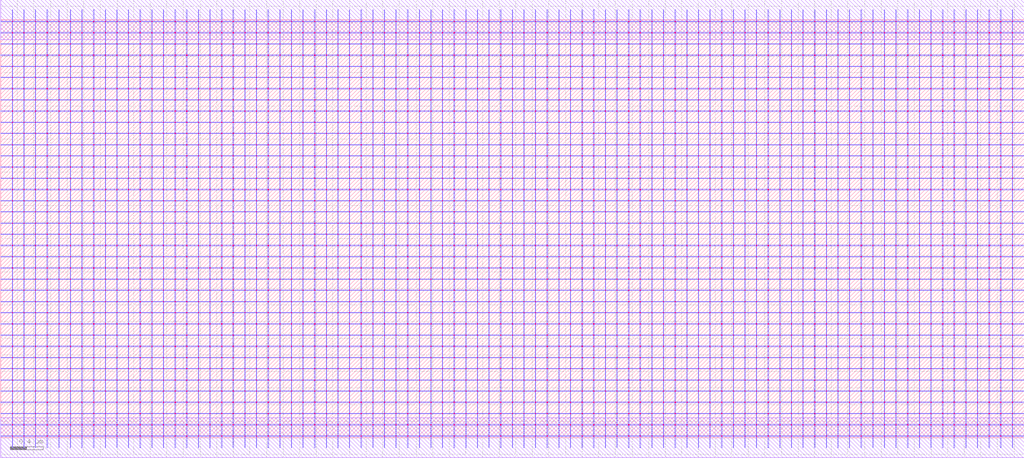
<source format=lef>
MACRO OAOOAAOI21132_DEBUG
 CLASS CORE ;
 FOREIGN OAOOAAOI21132_DEBUG 0 0 ;
 SIZE 12.32 BY 5.04 ;
 ORIGIN 0 0 ;
 SYMMETRY X Y R90 ;
 SITE unit ;

 OBS
    LAYER polycont ;
     RECT 1.11600000 2.58300000 1.12400000 2.59100000 ;
     RECT 2.23600000 2.58300000 2.24400000 2.59100000 ;
     RECT 3.35600000 2.58300000 3.36400000 2.59100000 ;
     RECT 4.47600000 2.58300000 4.48400000 2.59100000 ;
     RECT 6.71600000 2.58300000 6.72400000 2.59100000 ;
     RECT 7.83600000 2.58300000 7.84400000 2.59100000 ;
     RECT 8.95600000 2.58300000 8.96400000 2.59100000 ;
     RECT 10.07600000 2.58300000 10.08400000 2.59100000 ;
     RECT 11.19600000 2.58300000 11.20400000 2.59100000 ;
     RECT 1.11600000 2.98800000 1.12400000 2.99600000 ;
     RECT 2.23600000 2.98800000 2.24400000 2.99600000 ;
     RECT 3.35600000 2.98800000 3.36400000 2.99600000 ;
     RECT 5.59600000 2.98800000 5.60400000 2.99600000 ;
     RECT 6.71600000 2.98800000 6.72400000 2.99600000 ;
     RECT 7.83600000 2.98800000 7.84400000 2.99600000 ;
     RECT 8.95600000 2.98800000 8.96400000 2.99600000 ;
     RECT 10.07600000 2.98800000 10.08400000 2.99600000 ;
     RECT 11.19600000 2.98800000 11.20400000 2.99600000 ;

    LAYER pdiffc ;
     RECT 0.41600000 3.39300000 0.42400000 3.40100000 ;
     RECT 4.05600000 3.39300000 4.06400000 3.40100000 ;
     RECT 4.89600000 3.39300000 4.90400000 3.40100000 ;
     RECT 11.89600000 3.39300000 11.90400000 3.40100000 ;
     RECT 0.41600000 3.52800000 0.42400000 3.53600000 ;
     RECT 4.05600000 3.52800000 4.06400000 3.53600000 ;
     RECT 4.89600000 3.52800000 4.90400000 3.53600000 ;
     RECT 11.89600000 3.52800000 11.90400000 3.53600000 ;
     RECT 0.41600000 3.66300000 0.42400000 3.67100000 ;
     RECT 4.05600000 3.66300000 4.06400000 3.67100000 ;
     RECT 4.89600000 3.66300000 4.90400000 3.67100000 ;
     RECT 11.89600000 3.66300000 11.90400000 3.67100000 ;
     RECT 0.41600000 3.79800000 0.42400000 3.80600000 ;
     RECT 4.05600000 3.79800000 4.06400000 3.80600000 ;
     RECT 4.89600000 3.79800000 4.90400000 3.80600000 ;
     RECT 11.89600000 3.79800000 11.90400000 3.80600000 ;
     RECT 0.41600000 3.93300000 0.42400000 3.94100000 ;
     RECT 4.05600000 3.93300000 4.06400000 3.94100000 ;
     RECT 4.89600000 3.93300000 4.90400000 3.94100000 ;
     RECT 11.89600000 3.93300000 11.90400000 3.94100000 ;
     RECT 0.41600000 4.06800000 0.42400000 4.07600000 ;
     RECT 4.05600000 4.06800000 4.06400000 4.07600000 ;
     RECT 4.89600000 4.06800000 4.90400000 4.07600000 ;
     RECT 11.89600000 4.06800000 11.90400000 4.07600000 ;
     RECT 0.41600000 4.20300000 0.42400000 4.21100000 ;
     RECT 4.05600000 4.20300000 4.06400000 4.21100000 ;
     RECT 4.89600000 4.20300000 4.90400000 4.21100000 ;
     RECT 11.89600000 4.20300000 11.90400000 4.21100000 ;
     RECT 0.41600000 4.33800000 0.42400000 4.34600000 ;
     RECT 4.05600000 4.33800000 4.06400000 4.34600000 ;
     RECT 4.89600000 4.33800000 4.90400000 4.34600000 ;
     RECT 11.89600000 4.33800000 11.90400000 4.34600000 ;
     RECT 0.41600000 4.47300000 0.42400000 4.48100000 ;
     RECT 4.05600000 4.47300000 4.06400000 4.48100000 ;
     RECT 4.89600000 4.47300000 4.90400000 4.48100000 ;
     RECT 11.89600000 4.47300000 11.90400000 4.48100000 ;
     RECT 0.41600000 4.60800000 0.42400000 4.61600000 ;
     RECT 4.05600000 4.60800000 4.06400000 4.61600000 ;
     RECT 4.89600000 4.60800000 4.90400000 4.61600000 ;
     RECT 11.89600000 4.60800000 11.90400000 4.61600000 ;

    LAYER ndiffc ;
     RECT 6.15600000 0.42300000 6.16400000 0.43100000 ;
     RECT 6.15600000 0.55800000 6.16400000 0.56600000 ;
     RECT 6.15600000 0.69300000 6.16400000 0.70100000 ;
     RECT 6.15600000 0.82800000 6.16400000 0.83600000 ;
     RECT 6.15600000 0.96300000 6.16400000 0.97100000 ;
     RECT 6.15600000 1.09800000 6.16400000 1.10600000 ;
     RECT 6.15600000 1.23300000 6.16400000 1.24100000 ;
     RECT 6.15600000 1.36800000 6.16400000 1.37600000 ;
     RECT 6.15600000 1.50300000 6.16400000 1.51100000 ;
     RECT 6.15600000 1.63800000 6.16400000 1.64600000 ;
     RECT 6.15600000 1.77300000 6.16400000 1.78100000 ;
     RECT 6.15600000 1.90800000 6.16400000 1.91600000 ;
     RECT 6.15600000 2.04300000 6.16400000 2.05100000 ;
     RECT 11.89600000 0.55800000 11.90400000 0.56600000 ;
     RECT 8.39600000 0.42300000 8.40400000 0.43100000 ;
     RECT 7.27600000 0.69300000 7.28400000 0.70100000 ;
     RECT 8.39600000 0.69300000 8.40400000 0.70100000 ;
     RECT 9.51600000 0.69300000 9.52400000 0.70100000 ;
     RECT 10.63600000 0.69300000 10.64400000 0.70100000 ;
     RECT 11.75600000 0.69300000 11.76400000 0.70100000 ;
     RECT 11.89600000 0.69300000 11.90400000 0.70100000 ;
     RECT 9.51600000 0.42300000 9.52400000 0.43100000 ;
     RECT 7.27600000 0.82800000 7.28400000 0.83600000 ;
     RECT 8.39600000 0.82800000 8.40400000 0.83600000 ;
     RECT 9.51600000 0.82800000 9.52400000 0.83600000 ;
     RECT 10.63600000 0.82800000 10.64400000 0.83600000 ;
     RECT 11.75600000 0.82800000 11.76400000 0.83600000 ;
     RECT 11.89600000 0.82800000 11.90400000 0.83600000 ;
     RECT 10.63600000 0.42300000 10.64400000 0.43100000 ;
     RECT 7.27600000 0.96300000 7.28400000 0.97100000 ;
     RECT 8.39600000 0.96300000 8.40400000 0.97100000 ;
     RECT 9.51600000 0.96300000 9.52400000 0.97100000 ;
     RECT 10.63600000 0.96300000 10.64400000 0.97100000 ;
     RECT 11.75600000 0.96300000 11.76400000 0.97100000 ;
     RECT 11.89600000 0.96300000 11.90400000 0.97100000 ;
     RECT 11.75600000 0.42300000 11.76400000 0.43100000 ;
     RECT 7.27600000 1.09800000 7.28400000 1.10600000 ;
     RECT 8.39600000 1.09800000 8.40400000 1.10600000 ;
     RECT 9.51600000 1.09800000 9.52400000 1.10600000 ;
     RECT 10.63600000 1.09800000 10.64400000 1.10600000 ;
     RECT 11.75600000 1.09800000 11.76400000 1.10600000 ;
     RECT 11.89600000 1.09800000 11.90400000 1.10600000 ;
     RECT 11.89600000 0.42300000 11.90400000 0.43100000 ;
     RECT 7.27600000 1.23300000 7.28400000 1.24100000 ;
     RECT 8.39600000 1.23300000 8.40400000 1.24100000 ;
     RECT 9.51600000 1.23300000 9.52400000 1.24100000 ;
     RECT 10.63600000 1.23300000 10.64400000 1.24100000 ;
     RECT 11.75600000 1.23300000 11.76400000 1.24100000 ;
     RECT 11.89600000 1.23300000 11.90400000 1.24100000 ;
     RECT 7.27600000 0.42300000 7.28400000 0.43100000 ;
     RECT 7.27600000 1.36800000 7.28400000 1.37600000 ;
     RECT 8.39600000 1.36800000 8.40400000 1.37600000 ;
     RECT 9.51600000 1.36800000 9.52400000 1.37600000 ;
     RECT 10.63600000 1.36800000 10.64400000 1.37600000 ;
     RECT 11.75600000 1.36800000 11.76400000 1.37600000 ;
     RECT 11.89600000 1.36800000 11.90400000 1.37600000 ;
     RECT 7.27600000 0.55800000 7.28400000 0.56600000 ;
     RECT 7.27600000 1.50300000 7.28400000 1.51100000 ;
     RECT 8.39600000 1.50300000 8.40400000 1.51100000 ;
     RECT 9.51600000 1.50300000 9.52400000 1.51100000 ;
     RECT 10.63600000 1.50300000 10.64400000 1.51100000 ;
     RECT 11.75600000 1.50300000 11.76400000 1.51100000 ;
     RECT 11.89600000 1.50300000 11.90400000 1.51100000 ;
     RECT 8.39600000 0.55800000 8.40400000 0.56600000 ;
     RECT 7.27600000 1.63800000 7.28400000 1.64600000 ;
     RECT 8.39600000 1.63800000 8.40400000 1.64600000 ;
     RECT 9.51600000 1.63800000 9.52400000 1.64600000 ;
     RECT 10.63600000 1.63800000 10.64400000 1.64600000 ;
     RECT 11.75600000 1.63800000 11.76400000 1.64600000 ;
     RECT 11.89600000 1.63800000 11.90400000 1.64600000 ;
     RECT 9.51600000 0.55800000 9.52400000 0.56600000 ;
     RECT 7.27600000 1.77300000 7.28400000 1.78100000 ;
     RECT 8.39600000 1.77300000 8.40400000 1.78100000 ;
     RECT 9.51600000 1.77300000 9.52400000 1.78100000 ;
     RECT 10.63600000 1.77300000 10.64400000 1.78100000 ;
     RECT 11.75600000 1.77300000 11.76400000 1.78100000 ;
     RECT 11.89600000 1.77300000 11.90400000 1.78100000 ;
     RECT 10.63600000 0.55800000 10.64400000 0.56600000 ;
     RECT 7.27600000 1.90800000 7.28400000 1.91600000 ;
     RECT 8.39600000 1.90800000 8.40400000 1.91600000 ;
     RECT 9.51600000 1.90800000 9.52400000 1.91600000 ;
     RECT 10.63600000 1.90800000 10.64400000 1.91600000 ;
     RECT 11.75600000 1.90800000 11.76400000 1.91600000 ;
     RECT 11.89600000 1.90800000 11.90400000 1.91600000 ;
     RECT 11.75600000 0.55800000 11.76400000 0.56600000 ;
     RECT 7.27600000 2.04300000 7.28400000 2.05100000 ;
     RECT 8.39600000 2.04300000 8.40400000 2.05100000 ;
     RECT 9.51600000 2.04300000 9.52400000 2.05100000 ;
     RECT 10.63600000 2.04300000 10.64400000 2.05100000 ;
     RECT 11.75600000 2.04300000 11.76400000 2.05100000 ;
     RECT 11.89600000 2.04300000 11.90400000 2.05100000 ;
     RECT 0.55600000 1.23300000 0.56400000 1.24100000 ;
     RECT 1.67600000 1.23300000 1.68400000 1.24100000 ;
     RECT 2.79600000 1.23300000 2.80400000 1.24100000 ;
     RECT 3.91600000 1.23300000 3.92400000 1.24100000 ;
     RECT 5.03600000 1.23300000 5.04400000 1.24100000 ;
     RECT 5.17600000 1.23300000 5.18400000 1.24100000 ;
     RECT 6.01600000 1.23300000 6.02400000 1.24100000 ;
     RECT 0.41600000 1.23300000 0.42400000 1.24100000 ;
     RECT 5.03600000 1.36800000 5.04400000 1.37600000 ;
     RECT 5.17600000 1.36800000 5.18400000 1.37600000 ;
     RECT 6.01600000 1.36800000 6.02400000 1.37600000 ;
     RECT 3.91600000 1.50300000 3.92400000 1.51100000 ;
     RECT 5.03600000 1.50300000 5.04400000 1.51100000 ;
     RECT 5.17600000 1.50300000 5.18400000 1.51100000 ;
     RECT 6.01600000 1.50300000 6.02400000 1.51100000 ;
     RECT 3.91600000 1.63800000 3.92400000 1.64600000 ;
     RECT 5.03600000 1.63800000 5.04400000 1.64600000 ;
     RECT 5.17600000 1.63800000 5.18400000 1.64600000 ;
     RECT 6.01600000 1.63800000 6.02400000 1.64600000 ;
     RECT 3.91600000 1.77300000 3.92400000 1.78100000 ;
     RECT 5.03600000 1.77300000 5.04400000 1.78100000 ;
     RECT 5.17600000 1.77300000 5.18400000 1.78100000 ;
     RECT 6.01600000 1.77300000 6.02400000 1.78100000 ;
     RECT 3.91600000 1.90800000 3.92400000 1.91600000 ;
     RECT 5.03600000 1.90800000 5.04400000 1.91600000 ;
     RECT 5.17600000 1.90800000 5.18400000 1.91600000 ;
     RECT 6.01600000 1.90800000 6.02400000 1.91600000 ;
     RECT 3.91600000 2.04300000 3.92400000 2.05100000 ;
     RECT 5.03600000 2.04300000 5.04400000 2.05100000 ;
     RECT 5.17600000 2.04300000 5.18400000 2.05100000 ;
     RECT 6.01600000 2.04300000 6.02400000 2.05100000 ;
     RECT 3.91600000 1.36800000 3.92400000 1.37600000 ;
     RECT 0.55600000 1.77300000 0.56400000 1.78100000 ;
     RECT 1.67600000 1.77300000 1.68400000 1.78100000 ;
     RECT 2.79600000 1.77300000 2.80400000 1.78100000 ;
     RECT 0.41600000 1.36800000 0.42400000 1.37600000 ;
     RECT 0.55600000 1.36800000 0.56400000 1.37600000 ;
     RECT 1.67600000 1.36800000 1.68400000 1.37600000 ;
     RECT 2.79600000 1.36800000 2.80400000 1.37600000 ;
     RECT 0.41600000 1.90800000 0.42400000 1.91600000 ;
     RECT 0.55600000 1.90800000 0.56400000 1.91600000 ;
     RECT 1.67600000 1.90800000 1.68400000 1.91600000 ;
     RECT 2.79600000 1.90800000 2.80400000 1.91600000 ;
     RECT 0.41600000 1.63800000 0.42400000 1.64600000 ;
     RECT 0.55600000 1.63800000 0.56400000 1.64600000 ;
     RECT 1.67600000 1.63800000 1.68400000 1.64600000 ;
     RECT 2.79600000 1.63800000 2.80400000 1.64600000 ;
     RECT 0.41600000 2.04300000 0.42400000 2.05100000 ;
     RECT 0.55600000 2.04300000 0.56400000 2.05100000 ;
     RECT 1.67600000 2.04300000 1.68400000 2.05100000 ;
     RECT 2.79600000 2.04300000 2.80400000 2.05100000 ;
     RECT 0.41600000 1.50300000 0.42400000 1.51100000 ;
     RECT 0.55600000 1.50300000 0.56400000 1.51100000 ;
     RECT 1.67600000 1.50300000 1.68400000 1.51100000 ;
     RECT 2.79600000 1.50300000 2.80400000 1.51100000 ;
     RECT 0.41600000 1.77300000 0.42400000 1.78100000 ;
     RECT 0.41600000 1.09800000 0.42400000 1.10600000 ;
     RECT 0.55600000 1.09800000 0.56400000 1.10600000 ;
     RECT 2.79600000 0.55800000 2.80400000 0.56600000 ;
     RECT 0.41600000 0.42300000 0.42400000 0.43100000 ;
     RECT 0.55600000 0.42300000 0.56400000 0.43100000 ;
     RECT 1.67600000 0.42300000 1.68400000 0.43100000 ;
     RECT 2.79600000 0.96300000 2.80400000 0.97100000 ;
     RECT 2.79600000 0.42300000 2.80400000 0.43100000 ;
     RECT 0.41600000 0.96300000 0.42400000 0.97100000 ;
     RECT 0.55600000 0.96300000 0.56400000 0.97100000 ;
     RECT 1.67600000 1.09800000 1.68400000 1.10600000 ;
     RECT 2.79600000 1.09800000 2.80400000 1.10600000 ;
     RECT 1.67600000 0.96300000 1.68400000 0.97100000 ;
     RECT 0.41600000 0.82800000 0.42400000 0.83600000 ;
     RECT 0.55600000 0.82800000 0.56400000 0.83600000 ;
     RECT 1.67600000 0.82800000 1.68400000 0.83600000 ;
     RECT 2.79600000 0.82800000 2.80400000 0.83600000 ;
     RECT 0.41600000 0.69300000 0.42400000 0.70100000 ;
     RECT 0.55600000 0.69300000 0.56400000 0.70100000 ;
     RECT 1.67600000 0.69300000 1.68400000 0.70100000 ;
     RECT 0.41600000 0.55800000 0.42400000 0.56600000 ;
     RECT 0.55600000 0.55800000 0.56400000 0.56600000 ;
     RECT 1.67600000 0.55800000 1.68400000 0.56600000 ;
     RECT 2.79600000 0.69300000 2.80400000 0.70100000 ;
     RECT 3.91600000 0.82800000 3.92400000 0.83600000 ;
     RECT 5.03600000 0.82800000 5.04400000 0.83600000 ;
     RECT 5.17600000 0.82800000 5.18400000 0.83600000 ;
     RECT 6.01600000 0.82800000 6.02400000 0.83600000 ;
     RECT 3.91600000 1.09800000 3.92400000 1.10600000 ;
     RECT 5.03600000 1.09800000 5.04400000 1.10600000 ;
     RECT 5.17600000 1.09800000 5.18400000 1.10600000 ;
     RECT 6.01600000 1.09800000 6.02400000 1.10600000 ;
     RECT 5.03600000 0.69300000 5.04400000 0.70100000 ;
     RECT 3.91600000 0.96300000 3.92400000 0.97100000 ;
     RECT 5.03600000 0.96300000 5.04400000 0.97100000 ;
     RECT 5.17600000 0.96300000 5.18400000 0.97100000 ;
     RECT 3.91600000 0.69300000 3.92400000 0.70100000 ;
     RECT 6.01600000 0.96300000 6.02400000 0.97100000 ;
     RECT 3.91600000 0.42300000 3.92400000 0.43100000 ;
     RECT 5.03600000 0.42300000 5.04400000 0.43100000 ;
     RECT 5.17600000 0.55800000 5.18400000 0.56600000 ;
     RECT 5.17600000 0.69300000 5.18400000 0.70100000 ;
     RECT 6.01600000 0.69300000 6.02400000 0.70100000 ;
     RECT 5.17600000 0.42300000 5.18400000 0.43100000 ;
     RECT 6.01600000 0.55800000 6.02400000 0.56600000 ;
     RECT 6.01600000 0.42300000 6.02400000 0.43100000 ;
     RECT 3.91600000 0.55800000 3.92400000 0.56600000 ;
     RECT 5.03600000 0.55800000 5.04400000 0.56600000 ;

    LAYER met1 ;
     RECT 0.00000000 -0.24000000 12.32000000 0.24000000 ;
     RECT 6.15600000 0.24000000 6.16400000 0.28800000 ;
     RECT 0.02500000 0.28800000 12.29500000 0.29600000 ;
     RECT 6.15600000 0.29600000 6.16400000 0.42300000 ;
     RECT 0.02500000 0.42300000 12.29500000 0.43100000 ;
     RECT 6.15600000 0.43100000 6.16400000 0.55800000 ;
     RECT 0.02500000 0.55800000 12.29500000 0.56600000 ;
     RECT 6.15600000 0.56600000 6.16400000 0.69300000 ;
     RECT 0.02500000 0.69300000 12.29500000 0.70100000 ;
     RECT 6.15600000 0.70100000 6.16400000 0.82800000 ;
     RECT 0.02500000 0.82800000 12.29500000 0.83600000 ;
     RECT 6.15600000 0.83600000 6.16400000 0.96300000 ;
     RECT 0.02500000 0.96300000 12.29500000 0.97100000 ;
     RECT 6.15600000 0.97100000 6.16400000 1.09800000 ;
     RECT 0.02500000 1.09800000 12.29500000 1.10600000 ;
     RECT 6.15600000 1.10600000 6.16400000 1.23300000 ;
     RECT 0.02500000 1.23300000 12.29500000 1.24100000 ;
     RECT 6.15600000 1.24100000 6.16400000 1.36800000 ;
     RECT 0.02500000 1.36800000 12.29500000 1.37600000 ;
     RECT 6.15600000 1.37600000 6.16400000 1.50300000 ;
     RECT 0.02500000 1.50300000 12.29500000 1.51100000 ;
     RECT 6.15600000 1.51100000 6.16400000 1.63800000 ;
     RECT 0.02500000 1.63800000 12.29500000 1.64600000 ;
     RECT 6.15600000 1.64600000 6.16400000 1.77300000 ;
     RECT 0.02500000 1.77300000 12.29500000 1.78100000 ;
     RECT 6.15600000 1.78100000 6.16400000 1.90800000 ;
     RECT 0.02500000 1.90800000 12.29500000 1.91600000 ;
     RECT 6.15600000 1.91600000 6.16400000 2.04300000 ;
     RECT 0.02500000 2.04300000 12.29500000 2.05100000 ;
     RECT 6.15600000 2.05100000 6.16400000 2.17800000 ;
     RECT 0.02500000 2.17800000 12.29500000 2.18600000 ;
     RECT 6.15600000 2.18600000 6.16400000 2.31300000 ;
     RECT 0.02500000 2.31300000 12.29500000 2.32100000 ;
     RECT 6.15600000 2.32100000 6.16400000 2.44800000 ;
     RECT 0.02500000 2.44800000 12.29500000 2.45600000 ;
     RECT 0.13600000 2.45600000 0.14400000 2.58300000 ;
     RECT 0.27600000 2.45600000 0.28400000 2.58300000 ;
     RECT 0.41600000 2.45600000 0.42400000 2.58300000 ;
     RECT 0.55600000 2.45600000 0.56400000 2.58300000 ;
     RECT 0.69600000 2.45600000 0.70400000 2.58300000 ;
     RECT 0.83600000 2.45600000 0.84400000 2.58300000 ;
     RECT 0.97600000 2.45600000 0.98400000 2.58300000 ;
     RECT 1.11600000 2.45600000 1.12400000 2.58300000 ;
     RECT 1.25600000 2.45600000 1.26400000 2.58300000 ;
     RECT 1.39600000 2.45600000 1.40400000 2.58300000 ;
     RECT 1.53600000 2.45600000 1.54400000 2.58300000 ;
     RECT 1.67600000 2.45600000 1.68400000 2.58300000 ;
     RECT 1.81600000 2.45600000 1.82400000 2.58300000 ;
     RECT 1.95600000 2.45600000 1.96400000 2.58300000 ;
     RECT 2.09600000 2.45600000 2.10400000 2.58300000 ;
     RECT 2.23600000 2.45600000 2.24400000 2.58300000 ;
     RECT 2.37600000 2.45600000 2.38400000 2.58300000 ;
     RECT 2.51600000 2.45600000 2.52400000 2.58300000 ;
     RECT 2.65600000 2.45600000 2.66400000 2.58300000 ;
     RECT 2.79600000 2.45600000 2.80400000 2.58300000 ;
     RECT 2.93600000 2.45600000 2.94400000 2.58300000 ;
     RECT 3.07600000 2.45600000 3.08400000 2.58300000 ;
     RECT 3.21600000 2.45600000 3.22400000 2.58300000 ;
     RECT 3.35600000 2.45600000 3.36400000 2.58300000 ;
     RECT 3.49600000 2.45600000 3.50400000 2.58300000 ;
     RECT 3.63600000 2.45600000 3.64400000 2.58300000 ;
     RECT 3.77600000 2.45600000 3.78400000 2.58300000 ;
     RECT 3.91600000 2.45600000 3.92400000 2.58300000 ;
     RECT 4.05600000 2.45600000 4.06400000 2.58300000 ;
     RECT 4.19600000 2.45600000 4.20400000 2.58300000 ;
     RECT 4.33600000 2.45600000 4.34400000 2.58300000 ;
     RECT 4.47600000 2.45600000 4.48400000 2.58300000 ;
     RECT 4.61600000 2.45600000 4.62400000 2.58300000 ;
     RECT 4.75600000 2.45600000 4.76400000 2.58300000 ;
     RECT 4.89600000 2.45600000 4.90400000 2.58300000 ;
     RECT 5.03600000 2.45600000 5.04400000 2.58300000 ;
     RECT 5.17600000 2.45600000 5.18400000 2.58300000 ;
     RECT 5.31600000 2.45600000 5.32400000 2.58300000 ;
     RECT 5.45600000 2.45600000 5.46400000 2.58300000 ;
     RECT 5.59600000 2.45600000 5.60400000 2.58300000 ;
     RECT 5.73600000 2.45600000 5.74400000 2.58300000 ;
     RECT 5.87600000 2.45600000 5.88400000 2.58300000 ;
     RECT 6.01600000 2.45600000 6.02400000 2.58300000 ;
     RECT 6.15600000 2.45600000 6.16400000 2.58300000 ;
     RECT 6.29600000 2.45600000 6.30400000 2.58300000 ;
     RECT 6.43600000 2.45600000 6.44400000 2.58300000 ;
     RECT 6.57600000 2.45600000 6.58400000 2.58300000 ;
     RECT 6.71600000 2.45600000 6.72400000 2.58300000 ;
     RECT 6.85600000 2.45600000 6.86400000 2.58300000 ;
     RECT 6.99600000 2.45600000 7.00400000 2.58300000 ;
     RECT 7.13600000 2.45600000 7.14400000 2.58300000 ;
     RECT 7.27600000 2.45600000 7.28400000 2.58300000 ;
     RECT 7.41600000 2.45600000 7.42400000 2.58300000 ;
     RECT 7.55600000 2.45600000 7.56400000 2.58300000 ;
     RECT 7.69600000 2.45600000 7.70400000 2.58300000 ;
     RECT 7.83600000 2.45600000 7.84400000 2.58300000 ;
     RECT 7.97600000 2.45600000 7.98400000 2.58300000 ;
     RECT 8.11600000 2.45600000 8.12400000 2.58300000 ;
     RECT 8.25600000 2.45600000 8.26400000 2.58300000 ;
     RECT 8.39600000 2.45600000 8.40400000 2.58300000 ;
     RECT 8.53600000 2.45600000 8.54400000 2.58300000 ;
     RECT 8.67600000 2.45600000 8.68400000 2.58300000 ;
     RECT 8.81600000 2.45600000 8.82400000 2.58300000 ;
     RECT 8.95600000 2.45600000 8.96400000 2.58300000 ;
     RECT 9.09600000 2.45600000 9.10400000 2.58300000 ;
     RECT 9.23600000 2.45600000 9.24400000 2.58300000 ;
     RECT 9.37600000 2.45600000 9.38400000 2.58300000 ;
     RECT 9.51600000 2.45600000 9.52400000 2.58300000 ;
     RECT 9.65600000 2.45600000 9.66400000 2.58300000 ;
     RECT 9.79600000 2.45600000 9.80400000 2.58300000 ;
     RECT 9.93600000 2.45600000 9.94400000 2.58300000 ;
     RECT 10.07600000 2.45600000 10.08400000 2.58300000 ;
     RECT 10.21600000 2.45600000 10.22400000 2.58300000 ;
     RECT 10.35600000 2.45600000 10.36400000 2.58300000 ;
     RECT 10.49600000 2.45600000 10.50400000 2.58300000 ;
     RECT 10.63600000 2.45600000 10.64400000 2.58300000 ;
     RECT 10.77600000 2.45600000 10.78400000 2.58300000 ;
     RECT 10.91600000 2.45600000 10.92400000 2.58300000 ;
     RECT 11.05600000 2.45600000 11.06400000 2.58300000 ;
     RECT 11.19600000 2.45600000 11.20400000 2.58300000 ;
     RECT 11.33600000 2.45600000 11.34400000 2.58300000 ;
     RECT 11.47600000 2.45600000 11.48400000 2.58300000 ;
     RECT 11.61600000 2.45600000 11.62400000 2.58300000 ;
     RECT 11.75600000 2.45600000 11.76400000 2.58300000 ;
     RECT 11.89600000 2.45600000 11.90400000 2.58300000 ;
     RECT 12.03600000 2.45600000 12.04400000 2.58300000 ;
     RECT 12.17600000 2.45600000 12.18400000 2.58300000 ;
     RECT 0.02500000 2.58300000 12.29500000 2.59100000 ;
     RECT 6.15600000 2.59100000 6.16400000 2.71800000 ;
     RECT 0.02500000 2.71800000 12.29500000 2.72600000 ;
     RECT 6.15600000 2.72600000 6.16400000 2.85300000 ;
     RECT 0.02500000 2.85300000 12.29500000 2.86100000 ;
     RECT 6.15600000 2.86100000 6.16400000 2.98800000 ;
     RECT 0.02500000 2.98800000 12.29500000 2.99600000 ;
     RECT 6.15600000 2.99600000 6.16400000 3.12300000 ;
     RECT 0.02500000 3.12300000 12.29500000 3.13100000 ;
     RECT 6.15600000 3.13100000 6.16400000 3.25800000 ;
     RECT 0.02500000 3.25800000 12.29500000 3.26600000 ;
     RECT 6.15600000 3.26600000 6.16400000 3.39300000 ;
     RECT 0.02500000 3.39300000 12.29500000 3.40100000 ;
     RECT 6.15600000 3.40100000 6.16400000 3.52800000 ;
     RECT 0.02500000 3.52800000 12.29500000 3.53600000 ;
     RECT 6.15600000 3.53600000 6.16400000 3.66300000 ;
     RECT 0.02500000 3.66300000 12.29500000 3.67100000 ;
     RECT 6.15600000 3.67100000 6.16400000 3.79800000 ;
     RECT 0.02500000 3.79800000 12.29500000 3.80600000 ;
     RECT 6.15600000 3.80600000 6.16400000 3.93300000 ;
     RECT 0.02500000 3.93300000 12.29500000 3.94100000 ;
     RECT 6.15600000 3.94100000 6.16400000 4.06800000 ;
     RECT 0.02500000 4.06800000 12.29500000 4.07600000 ;
     RECT 6.15600000 4.07600000 6.16400000 4.20300000 ;
     RECT 0.02500000 4.20300000 12.29500000 4.21100000 ;
     RECT 6.15600000 4.21100000 6.16400000 4.33800000 ;
     RECT 0.02500000 4.33800000 12.29500000 4.34600000 ;
     RECT 6.15600000 4.34600000 6.16400000 4.47300000 ;
     RECT 0.02500000 4.47300000 12.29500000 4.48100000 ;
     RECT 6.15600000 4.48100000 6.16400000 4.60800000 ;
     RECT 0.02500000 4.60800000 12.29500000 4.61600000 ;
     RECT 6.15600000 4.61600000 6.16400000 4.74300000 ;
     RECT 0.02500000 4.74300000 12.29500000 4.75100000 ;
     RECT 6.15600000 4.75100000 6.16400000 4.80000000 ;
     RECT 0.00000000 4.80000000 12.32000000 5.28000000 ;
     RECT 9.23600000 2.72600000 9.24400000 2.85300000 ;
     RECT 9.23600000 2.86100000 9.24400000 2.98800000 ;
     RECT 9.23600000 2.99600000 9.24400000 3.12300000 ;
     RECT 9.23600000 3.13100000 9.24400000 3.25800000 ;
     RECT 9.23600000 3.26600000 9.24400000 3.39300000 ;
     RECT 9.23600000 3.40100000 9.24400000 3.52800000 ;
     RECT 9.23600000 3.53600000 9.24400000 3.66300000 ;
     RECT 9.23600000 3.67100000 9.24400000 3.79800000 ;
     RECT 6.29600000 3.80600000 6.30400000 3.93300000 ;
     RECT 6.43600000 3.80600000 6.44400000 3.93300000 ;
     RECT 6.57600000 3.80600000 6.58400000 3.93300000 ;
     RECT 6.71600000 3.80600000 6.72400000 3.93300000 ;
     RECT 6.85600000 3.80600000 6.86400000 3.93300000 ;
     RECT 6.99600000 3.80600000 7.00400000 3.93300000 ;
     RECT 7.13600000 3.80600000 7.14400000 3.93300000 ;
     RECT 7.27600000 3.80600000 7.28400000 3.93300000 ;
     RECT 7.41600000 3.80600000 7.42400000 3.93300000 ;
     RECT 7.55600000 3.80600000 7.56400000 3.93300000 ;
     RECT 7.69600000 3.80600000 7.70400000 3.93300000 ;
     RECT 7.83600000 3.80600000 7.84400000 3.93300000 ;
     RECT 7.97600000 3.80600000 7.98400000 3.93300000 ;
     RECT 8.11600000 3.80600000 8.12400000 3.93300000 ;
     RECT 8.25600000 3.80600000 8.26400000 3.93300000 ;
     RECT 8.39600000 3.80600000 8.40400000 3.93300000 ;
     RECT 8.53600000 3.80600000 8.54400000 3.93300000 ;
     RECT 8.67600000 3.80600000 8.68400000 3.93300000 ;
     RECT 8.81600000 3.80600000 8.82400000 3.93300000 ;
     RECT 8.95600000 3.80600000 8.96400000 3.93300000 ;
     RECT 9.09600000 3.80600000 9.10400000 3.93300000 ;
     RECT 9.23600000 3.80600000 9.24400000 3.93300000 ;
     RECT 9.37600000 3.80600000 9.38400000 3.93300000 ;
     RECT 9.51600000 3.80600000 9.52400000 3.93300000 ;
     RECT 9.65600000 3.80600000 9.66400000 3.93300000 ;
     RECT 9.79600000 3.80600000 9.80400000 3.93300000 ;
     RECT 9.93600000 3.80600000 9.94400000 3.93300000 ;
     RECT 10.07600000 3.80600000 10.08400000 3.93300000 ;
     RECT 10.21600000 3.80600000 10.22400000 3.93300000 ;
     RECT 10.35600000 3.80600000 10.36400000 3.93300000 ;
     RECT 10.49600000 3.80600000 10.50400000 3.93300000 ;
     RECT 10.63600000 3.80600000 10.64400000 3.93300000 ;
     RECT 10.77600000 3.80600000 10.78400000 3.93300000 ;
     RECT 10.91600000 3.80600000 10.92400000 3.93300000 ;
     RECT 11.05600000 3.80600000 11.06400000 3.93300000 ;
     RECT 11.19600000 3.80600000 11.20400000 3.93300000 ;
     RECT 11.33600000 3.80600000 11.34400000 3.93300000 ;
     RECT 11.47600000 3.80600000 11.48400000 3.93300000 ;
     RECT 11.61600000 3.80600000 11.62400000 3.93300000 ;
     RECT 11.75600000 3.80600000 11.76400000 3.93300000 ;
     RECT 11.89600000 3.80600000 11.90400000 3.93300000 ;
     RECT 12.03600000 3.80600000 12.04400000 3.93300000 ;
     RECT 12.17600000 3.80600000 12.18400000 3.93300000 ;
     RECT 9.23600000 3.94100000 9.24400000 4.06800000 ;
     RECT 9.23600000 2.59100000 9.24400000 2.71800000 ;
     RECT 9.23600000 4.07600000 9.24400000 4.20300000 ;
     RECT 9.23600000 4.21100000 9.24400000 4.33800000 ;
     RECT 9.23600000 4.34600000 9.24400000 4.47300000 ;
     RECT 9.23600000 4.48100000 9.24400000 4.60800000 ;
     RECT 9.23600000 4.61600000 9.24400000 4.74300000 ;
     RECT 9.23600000 4.75100000 9.24400000 4.80000000 ;
     RECT 10.77600000 3.94100000 10.78400000 4.06800000 ;
     RECT 10.77600000 4.07600000 10.78400000 4.20300000 ;
     RECT 10.77600000 4.21100000 10.78400000 4.33800000 ;
     RECT 10.77600000 4.34600000 10.78400000 4.47300000 ;
     RECT 9.37600000 4.48100000 9.38400000 4.60800000 ;
     RECT 9.51600000 4.48100000 9.52400000 4.60800000 ;
     RECT 9.65600000 4.48100000 9.66400000 4.60800000 ;
     RECT 9.79600000 4.48100000 9.80400000 4.60800000 ;
     RECT 9.93600000 4.48100000 9.94400000 4.60800000 ;
     RECT 10.07600000 4.48100000 10.08400000 4.60800000 ;
     RECT 10.21600000 4.48100000 10.22400000 4.60800000 ;
     RECT 10.35600000 4.48100000 10.36400000 4.60800000 ;
     RECT 10.49600000 4.48100000 10.50400000 4.60800000 ;
     RECT 10.63600000 4.48100000 10.64400000 4.60800000 ;
     RECT 10.77600000 4.48100000 10.78400000 4.60800000 ;
     RECT 10.91600000 4.48100000 10.92400000 4.60800000 ;
     RECT 11.05600000 4.48100000 11.06400000 4.60800000 ;
     RECT 11.19600000 4.48100000 11.20400000 4.60800000 ;
     RECT 11.33600000 4.48100000 11.34400000 4.60800000 ;
     RECT 11.47600000 4.48100000 11.48400000 4.60800000 ;
     RECT 11.61600000 4.48100000 11.62400000 4.60800000 ;
     RECT 11.75600000 4.48100000 11.76400000 4.60800000 ;
     RECT 11.89600000 4.48100000 11.90400000 4.60800000 ;
     RECT 12.03600000 4.48100000 12.04400000 4.60800000 ;
     RECT 12.17600000 4.48100000 12.18400000 4.60800000 ;
     RECT 10.77600000 4.61600000 10.78400000 4.74300000 ;
     RECT 10.77600000 4.75100000 10.78400000 4.80000000 ;
     RECT 11.05600000 4.61600000 11.06400000 4.74300000 ;
     RECT 11.19600000 4.61600000 11.20400000 4.74300000 ;
     RECT 11.33600000 4.61600000 11.34400000 4.74300000 ;
     RECT 11.47600000 4.61600000 11.48400000 4.74300000 ;
     RECT 11.61600000 4.61600000 11.62400000 4.74300000 ;
     RECT 11.75600000 4.61600000 11.76400000 4.74300000 ;
     RECT 11.89600000 4.61600000 11.90400000 4.74300000 ;
     RECT 12.03600000 4.61600000 12.04400000 4.74300000 ;
     RECT 12.17600000 4.61600000 12.18400000 4.74300000 ;
     RECT 10.91600000 4.61600000 10.92400000 4.74300000 ;
     RECT 10.91600000 4.75100000 10.92400000 4.80000000 ;
     RECT 11.05600000 4.75100000 11.06400000 4.80000000 ;
     RECT 11.19600000 4.75100000 11.20400000 4.80000000 ;
     RECT 11.33600000 4.75100000 11.34400000 4.80000000 ;
     RECT 11.47600000 4.75100000 11.48400000 4.80000000 ;
     RECT 11.61600000 4.75100000 11.62400000 4.80000000 ;
     RECT 11.75600000 4.75100000 11.76400000 4.80000000 ;
     RECT 11.89600000 4.75100000 11.90400000 4.80000000 ;
     RECT 12.03600000 4.75100000 12.04400000 4.80000000 ;
     RECT 12.17600000 4.75100000 12.18400000 4.80000000 ;
     RECT 9.51600000 4.75100000 9.52400000 4.80000000 ;
     RECT 9.65600000 4.75100000 9.66400000 4.80000000 ;
     RECT 9.79600000 4.75100000 9.80400000 4.80000000 ;
     RECT 9.93600000 4.75100000 9.94400000 4.80000000 ;
     RECT 10.07600000 4.75100000 10.08400000 4.80000000 ;
     RECT 10.21600000 4.75100000 10.22400000 4.80000000 ;
     RECT 10.35600000 4.75100000 10.36400000 4.80000000 ;
     RECT 10.49600000 4.75100000 10.50400000 4.80000000 ;
     RECT 10.63600000 4.75100000 10.64400000 4.80000000 ;
     RECT 9.51600000 4.61600000 9.52400000 4.74300000 ;
     RECT 9.65600000 4.61600000 9.66400000 4.74300000 ;
     RECT 9.79600000 4.61600000 9.80400000 4.74300000 ;
     RECT 9.93600000 4.61600000 9.94400000 4.74300000 ;
     RECT 10.07600000 4.61600000 10.08400000 4.74300000 ;
     RECT 10.21600000 4.61600000 10.22400000 4.74300000 ;
     RECT 10.35600000 4.61600000 10.36400000 4.74300000 ;
     RECT 10.49600000 4.61600000 10.50400000 4.74300000 ;
     RECT 10.63600000 4.61600000 10.64400000 4.74300000 ;
     RECT 9.37600000 4.61600000 9.38400000 4.74300000 ;
     RECT 9.37600000 4.75100000 9.38400000 4.80000000 ;
     RECT 10.63600000 3.94100000 10.64400000 4.06800000 ;
     RECT 9.79600000 3.94100000 9.80400000 4.06800000 ;
     RECT 9.37600000 4.34600000 9.38400000 4.47300000 ;
     RECT 9.51600000 4.34600000 9.52400000 4.47300000 ;
     RECT 9.65600000 4.34600000 9.66400000 4.47300000 ;
     RECT 9.79600000 4.34600000 9.80400000 4.47300000 ;
     RECT 9.93600000 4.34600000 9.94400000 4.47300000 ;
     RECT 10.07600000 4.34600000 10.08400000 4.47300000 ;
     RECT 10.21600000 4.34600000 10.22400000 4.47300000 ;
     RECT 10.35600000 4.34600000 10.36400000 4.47300000 ;
     RECT 10.49600000 4.34600000 10.50400000 4.47300000 ;
     RECT 10.63600000 4.34600000 10.64400000 4.47300000 ;
     RECT 10.35600000 3.94100000 10.36400000 4.06800000 ;
     RECT 9.93600000 3.94100000 9.94400000 4.06800000 ;
     RECT 9.37600000 3.94100000 9.38400000 4.06800000 ;
     RECT 9.51600000 3.94100000 9.52400000 4.06800000 ;
     RECT 9.37600000 4.07600000 9.38400000 4.20300000 ;
     RECT 9.51600000 4.07600000 9.52400000 4.20300000 ;
     RECT 10.21600000 3.94100000 10.22400000 4.06800000 ;
     RECT 9.65600000 4.07600000 9.66400000 4.20300000 ;
     RECT 9.79600000 4.07600000 9.80400000 4.20300000 ;
     RECT 9.93600000 4.07600000 9.94400000 4.20300000 ;
     RECT 10.07600000 4.07600000 10.08400000 4.20300000 ;
     RECT 10.21600000 4.07600000 10.22400000 4.20300000 ;
     RECT 10.35600000 4.07600000 10.36400000 4.20300000 ;
     RECT 10.49600000 4.07600000 10.50400000 4.20300000 ;
     RECT 10.63600000 4.07600000 10.64400000 4.20300000 ;
     RECT 10.49600000 3.94100000 10.50400000 4.06800000 ;
     RECT 9.65600000 3.94100000 9.66400000 4.06800000 ;
     RECT 9.37600000 4.21100000 9.38400000 4.33800000 ;
     RECT 9.51600000 4.21100000 9.52400000 4.33800000 ;
     RECT 9.65600000 4.21100000 9.66400000 4.33800000 ;
     RECT 9.79600000 4.21100000 9.80400000 4.33800000 ;
     RECT 9.93600000 4.21100000 9.94400000 4.33800000 ;
     RECT 10.07600000 4.21100000 10.08400000 4.33800000 ;
     RECT 10.21600000 4.21100000 10.22400000 4.33800000 ;
     RECT 10.07600000 3.94100000 10.08400000 4.06800000 ;
     RECT 10.35600000 4.21100000 10.36400000 4.33800000 ;
     RECT 10.49600000 4.21100000 10.50400000 4.33800000 ;
     RECT 10.63600000 4.21100000 10.64400000 4.33800000 ;
     RECT 11.33600000 3.94100000 11.34400000 4.06800000 ;
     RECT 11.47600000 3.94100000 11.48400000 4.06800000 ;
     RECT 11.61600000 3.94100000 11.62400000 4.06800000 ;
     RECT 11.75600000 3.94100000 11.76400000 4.06800000 ;
     RECT 10.91600000 4.34600000 10.92400000 4.47300000 ;
     RECT 11.05600000 4.34600000 11.06400000 4.47300000 ;
     RECT 11.19600000 4.34600000 11.20400000 4.47300000 ;
     RECT 11.33600000 4.34600000 11.34400000 4.47300000 ;
     RECT 11.47600000 4.34600000 11.48400000 4.47300000 ;
     RECT 11.61600000 4.34600000 11.62400000 4.47300000 ;
     RECT 11.75600000 4.34600000 11.76400000 4.47300000 ;
     RECT 11.89600000 4.34600000 11.90400000 4.47300000 ;
     RECT 12.03600000 4.34600000 12.04400000 4.47300000 ;
     RECT 12.17600000 4.34600000 12.18400000 4.47300000 ;
     RECT 11.89600000 3.94100000 11.90400000 4.06800000 ;
     RECT 12.03600000 3.94100000 12.04400000 4.06800000 ;
     RECT 12.17600000 3.94100000 12.18400000 4.06800000 ;
     RECT 10.91600000 3.94100000 10.92400000 4.06800000 ;
     RECT 11.05600000 3.94100000 11.06400000 4.06800000 ;
     RECT 11.19600000 3.94100000 11.20400000 4.06800000 ;
     RECT 10.91600000 4.07600000 10.92400000 4.20300000 ;
     RECT 11.05600000 4.07600000 11.06400000 4.20300000 ;
     RECT 10.91600000 4.21100000 10.92400000 4.33800000 ;
     RECT 11.05600000 4.21100000 11.06400000 4.33800000 ;
     RECT 11.19600000 4.21100000 11.20400000 4.33800000 ;
     RECT 11.33600000 4.21100000 11.34400000 4.33800000 ;
     RECT 11.47600000 4.21100000 11.48400000 4.33800000 ;
     RECT 11.61600000 4.21100000 11.62400000 4.33800000 ;
     RECT 11.75600000 4.21100000 11.76400000 4.33800000 ;
     RECT 11.89600000 4.21100000 11.90400000 4.33800000 ;
     RECT 12.03600000 4.21100000 12.04400000 4.33800000 ;
     RECT 12.17600000 4.21100000 12.18400000 4.33800000 ;
     RECT 11.19600000 4.07600000 11.20400000 4.20300000 ;
     RECT 11.33600000 4.07600000 11.34400000 4.20300000 ;
     RECT 11.47600000 4.07600000 11.48400000 4.20300000 ;
     RECT 11.61600000 4.07600000 11.62400000 4.20300000 ;
     RECT 11.75600000 4.07600000 11.76400000 4.20300000 ;
     RECT 11.89600000 4.07600000 11.90400000 4.20300000 ;
     RECT 12.03600000 4.07600000 12.04400000 4.20300000 ;
     RECT 12.17600000 4.07600000 12.18400000 4.20300000 ;
     RECT 7.69600000 3.94100000 7.70400000 4.06800000 ;
     RECT 6.29600000 4.48100000 6.30400000 4.60800000 ;
     RECT 6.43600000 4.48100000 6.44400000 4.60800000 ;
     RECT 6.57600000 4.48100000 6.58400000 4.60800000 ;
     RECT 6.71600000 4.48100000 6.72400000 4.60800000 ;
     RECT 6.85600000 4.48100000 6.86400000 4.60800000 ;
     RECT 6.99600000 4.48100000 7.00400000 4.60800000 ;
     RECT 7.13600000 4.48100000 7.14400000 4.60800000 ;
     RECT 7.27600000 4.48100000 7.28400000 4.60800000 ;
     RECT 7.41600000 4.48100000 7.42400000 4.60800000 ;
     RECT 7.55600000 4.48100000 7.56400000 4.60800000 ;
     RECT 7.69600000 4.48100000 7.70400000 4.60800000 ;
     RECT 7.83600000 4.48100000 7.84400000 4.60800000 ;
     RECT 7.97600000 4.48100000 7.98400000 4.60800000 ;
     RECT 8.11600000 4.48100000 8.12400000 4.60800000 ;
     RECT 8.25600000 4.48100000 8.26400000 4.60800000 ;
     RECT 8.39600000 4.48100000 8.40400000 4.60800000 ;
     RECT 8.53600000 4.48100000 8.54400000 4.60800000 ;
     RECT 8.67600000 4.48100000 8.68400000 4.60800000 ;
     RECT 8.81600000 4.48100000 8.82400000 4.60800000 ;
     RECT 8.95600000 4.48100000 8.96400000 4.60800000 ;
     RECT 9.09600000 4.48100000 9.10400000 4.60800000 ;
     RECT 7.69600000 4.21100000 7.70400000 4.33800000 ;
     RECT 7.69600000 4.61600000 7.70400000 4.74300000 ;
     RECT 7.69600000 4.07600000 7.70400000 4.20300000 ;
     RECT 7.69600000 4.75100000 7.70400000 4.80000000 ;
     RECT 7.69600000 4.34600000 7.70400000 4.47300000 ;
     RECT 8.25600000 4.61600000 8.26400000 4.74300000 ;
     RECT 8.39600000 4.61600000 8.40400000 4.74300000 ;
     RECT 8.53600000 4.61600000 8.54400000 4.74300000 ;
     RECT 8.67600000 4.61600000 8.68400000 4.74300000 ;
     RECT 8.81600000 4.61600000 8.82400000 4.74300000 ;
     RECT 8.95600000 4.61600000 8.96400000 4.74300000 ;
     RECT 9.09600000 4.61600000 9.10400000 4.74300000 ;
     RECT 7.83600000 4.61600000 7.84400000 4.74300000 ;
     RECT 7.97600000 4.61600000 7.98400000 4.74300000 ;
     RECT 7.83600000 4.75100000 7.84400000 4.80000000 ;
     RECT 7.97600000 4.75100000 7.98400000 4.80000000 ;
     RECT 8.11600000 4.75100000 8.12400000 4.80000000 ;
     RECT 8.25600000 4.75100000 8.26400000 4.80000000 ;
     RECT 8.39600000 4.75100000 8.40400000 4.80000000 ;
     RECT 8.53600000 4.75100000 8.54400000 4.80000000 ;
     RECT 8.67600000 4.75100000 8.68400000 4.80000000 ;
     RECT 8.81600000 4.75100000 8.82400000 4.80000000 ;
     RECT 8.95600000 4.75100000 8.96400000 4.80000000 ;
     RECT 9.09600000 4.75100000 9.10400000 4.80000000 ;
     RECT 8.11600000 4.61600000 8.12400000 4.74300000 ;
     RECT 6.57600000 4.75100000 6.58400000 4.80000000 ;
     RECT 6.71600000 4.75100000 6.72400000 4.80000000 ;
     RECT 6.85600000 4.75100000 6.86400000 4.80000000 ;
     RECT 6.99600000 4.75100000 7.00400000 4.80000000 ;
     RECT 7.13600000 4.75100000 7.14400000 4.80000000 ;
     RECT 7.27600000 4.75100000 7.28400000 4.80000000 ;
     RECT 7.41600000 4.75100000 7.42400000 4.80000000 ;
     RECT 7.55600000 4.75100000 7.56400000 4.80000000 ;
     RECT 6.57600000 4.61600000 6.58400000 4.74300000 ;
     RECT 6.71600000 4.61600000 6.72400000 4.74300000 ;
     RECT 6.85600000 4.61600000 6.86400000 4.74300000 ;
     RECT 6.99600000 4.61600000 7.00400000 4.74300000 ;
     RECT 7.13600000 4.61600000 7.14400000 4.74300000 ;
     RECT 7.27600000 4.61600000 7.28400000 4.74300000 ;
     RECT 7.41600000 4.61600000 7.42400000 4.74300000 ;
     RECT 7.55600000 4.61600000 7.56400000 4.74300000 ;
     RECT 6.29600000 4.61600000 6.30400000 4.74300000 ;
     RECT 6.43600000 4.61600000 6.44400000 4.74300000 ;
     RECT 6.29600000 4.75100000 6.30400000 4.80000000 ;
     RECT 6.43600000 4.75100000 6.44400000 4.80000000 ;
     RECT 7.55600000 4.07600000 7.56400000 4.20300000 ;
     RECT 6.29600000 4.07600000 6.30400000 4.20300000 ;
     RECT 6.57600000 3.94100000 6.58400000 4.06800000 ;
     RECT 6.71600000 3.94100000 6.72400000 4.06800000 ;
     RECT 6.29600000 4.34600000 6.30400000 4.47300000 ;
     RECT 6.43600000 4.34600000 6.44400000 4.47300000 ;
     RECT 6.57600000 4.34600000 6.58400000 4.47300000 ;
     RECT 6.29600000 4.21100000 6.30400000 4.33800000 ;
     RECT 6.43600000 4.21100000 6.44400000 4.33800000 ;
     RECT 6.57600000 4.21100000 6.58400000 4.33800000 ;
     RECT 6.71600000 4.21100000 6.72400000 4.33800000 ;
     RECT 6.85600000 4.21100000 6.86400000 4.33800000 ;
     RECT 6.99600000 4.21100000 7.00400000 4.33800000 ;
     RECT 7.13600000 4.21100000 7.14400000 4.33800000 ;
     RECT 7.27600000 4.21100000 7.28400000 4.33800000 ;
     RECT 7.41600000 4.21100000 7.42400000 4.33800000 ;
     RECT 7.55600000 4.21100000 7.56400000 4.33800000 ;
     RECT 7.55600000 3.94100000 7.56400000 4.06800000 ;
     RECT 6.43600000 4.07600000 6.44400000 4.20300000 ;
     RECT 6.57600000 4.07600000 6.58400000 4.20300000 ;
     RECT 6.71600000 4.07600000 6.72400000 4.20300000 ;
     RECT 7.41600000 3.94100000 7.42400000 4.06800000 ;
     RECT 6.29600000 3.94100000 6.30400000 4.06800000 ;
     RECT 6.43600000 3.94100000 6.44400000 4.06800000 ;
     RECT 6.85600000 4.07600000 6.86400000 4.20300000 ;
     RECT 6.99600000 4.07600000 7.00400000 4.20300000 ;
     RECT 7.13600000 4.07600000 7.14400000 4.20300000 ;
     RECT 7.27600000 4.07600000 7.28400000 4.20300000 ;
     RECT 6.71600000 4.34600000 6.72400000 4.47300000 ;
     RECT 6.85600000 4.34600000 6.86400000 4.47300000 ;
     RECT 6.99600000 4.34600000 7.00400000 4.47300000 ;
     RECT 7.13600000 4.34600000 7.14400000 4.47300000 ;
     RECT 7.27600000 4.34600000 7.28400000 4.47300000 ;
     RECT 7.41600000 4.34600000 7.42400000 4.47300000 ;
     RECT 7.55600000 4.34600000 7.56400000 4.47300000 ;
     RECT 7.41600000 4.07600000 7.42400000 4.20300000 ;
     RECT 6.85600000 3.94100000 6.86400000 4.06800000 ;
     RECT 6.99600000 3.94100000 7.00400000 4.06800000 ;
     RECT 7.13600000 3.94100000 7.14400000 4.06800000 ;
     RECT 7.27600000 3.94100000 7.28400000 4.06800000 ;
     RECT 9.09600000 4.21100000 9.10400000 4.33800000 ;
     RECT 8.53600000 3.94100000 8.54400000 4.06800000 ;
     RECT 8.67600000 3.94100000 8.68400000 4.06800000 ;
     RECT 8.81600000 3.94100000 8.82400000 4.06800000 ;
     RECT 8.95600000 3.94100000 8.96400000 4.06800000 ;
     RECT 9.09600000 3.94100000 9.10400000 4.06800000 ;
     RECT 7.83600000 3.94100000 7.84400000 4.06800000 ;
     RECT 7.97600000 3.94100000 7.98400000 4.06800000 ;
     RECT 8.11600000 3.94100000 8.12400000 4.06800000 ;
     RECT 8.25600000 3.94100000 8.26400000 4.06800000 ;
     RECT 8.39600000 3.94100000 8.40400000 4.06800000 ;
     RECT 7.83600000 4.21100000 7.84400000 4.33800000 ;
     RECT 7.83600000 4.07600000 7.84400000 4.20300000 ;
     RECT 7.97600000 4.07600000 7.98400000 4.20300000 ;
     RECT 8.11600000 4.07600000 8.12400000 4.20300000 ;
     RECT 8.25600000 4.07600000 8.26400000 4.20300000 ;
     RECT 8.39600000 4.07600000 8.40400000 4.20300000 ;
     RECT 8.53600000 4.07600000 8.54400000 4.20300000 ;
     RECT 8.67600000 4.07600000 8.68400000 4.20300000 ;
     RECT 8.81600000 4.07600000 8.82400000 4.20300000 ;
     RECT 8.95600000 4.07600000 8.96400000 4.20300000 ;
     RECT 9.09600000 4.07600000 9.10400000 4.20300000 ;
     RECT 7.97600000 4.21100000 7.98400000 4.33800000 ;
     RECT 8.11600000 4.21100000 8.12400000 4.33800000 ;
     RECT 8.25600000 4.21100000 8.26400000 4.33800000 ;
     RECT 8.39600000 4.21100000 8.40400000 4.33800000 ;
     RECT 7.83600000 4.34600000 7.84400000 4.47300000 ;
     RECT 7.97600000 4.34600000 7.98400000 4.47300000 ;
     RECT 8.11600000 4.34600000 8.12400000 4.47300000 ;
     RECT 8.25600000 4.34600000 8.26400000 4.47300000 ;
     RECT 8.39600000 4.34600000 8.40400000 4.47300000 ;
     RECT 8.53600000 4.34600000 8.54400000 4.47300000 ;
     RECT 8.67600000 4.34600000 8.68400000 4.47300000 ;
     RECT 8.81600000 4.34600000 8.82400000 4.47300000 ;
     RECT 8.95600000 4.34600000 8.96400000 4.47300000 ;
     RECT 9.09600000 4.34600000 9.10400000 4.47300000 ;
     RECT 8.53600000 4.21100000 8.54400000 4.33800000 ;
     RECT 8.67600000 4.21100000 8.68400000 4.33800000 ;
     RECT 8.81600000 4.21100000 8.82400000 4.33800000 ;
     RECT 8.95600000 4.21100000 8.96400000 4.33800000 ;
     RECT 7.69600000 3.67100000 7.70400000 3.79800000 ;
     RECT 7.69600000 2.72600000 7.70400000 2.85300000 ;
     RECT 7.69600000 2.86100000 7.70400000 2.98800000 ;
     RECT 7.69600000 2.99600000 7.70400000 3.12300000 ;
     RECT 6.29600000 3.13100000 6.30400000 3.25800000 ;
     RECT 6.43600000 3.13100000 6.44400000 3.25800000 ;
     RECT 6.57600000 3.13100000 6.58400000 3.25800000 ;
     RECT 6.71600000 3.13100000 6.72400000 3.25800000 ;
     RECT 6.85600000 3.13100000 6.86400000 3.25800000 ;
     RECT 6.99600000 3.13100000 7.00400000 3.25800000 ;
     RECT 7.13600000 3.13100000 7.14400000 3.25800000 ;
     RECT 7.27600000 3.13100000 7.28400000 3.25800000 ;
     RECT 7.41600000 3.13100000 7.42400000 3.25800000 ;
     RECT 7.55600000 3.13100000 7.56400000 3.25800000 ;
     RECT 7.69600000 3.13100000 7.70400000 3.25800000 ;
     RECT 7.83600000 3.13100000 7.84400000 3.25800000 ;
     RECT 7.97600000 3.13100000 7.98400000 3.25800000 ;
     RECT 8.11600000 3.13100000 8.12400000 3.25800000 ;
     RECT 8.25600000 3.13100000 8.26400000 3.25800000 ;
     RECT 8.39600000 3.13100000 8.40400000 3.25800000 ;
     RECT 8.53600000 3.13100000 8.54400000 3.25800000 ;
     RECT 8.67600000 3.13100000 8.68400000 3.25800000 ;
     RECT 8.81600000 3.13100000 8.82400000 3.25800000 ;
     RECT 8.95600000 3.13100000 8.96400000 3.25800000 ;
     RECT 9.09600000 3.13100000 9.10400000 3.25800000 ;
     RECT 7.69600000 3.26600000 7.70400000 3.39300000 ;
     RECT 7.69600000 2.59100000 7.70400000 2.71800000 ;
     RECT 7.69600000 3.40100000 7.70400000 3.52800000 ;
     RECT 7.69600000 3.53600000 7.70400000 3.66300000 ;
     RECT 8.81600000 3.53600000 8.82400000 3.66300000 ;
     RECT 7.83600000 3.67100000 7.84400000 3.79800000 ;
     RECT 7.97600000 3.67100000 7.98400000 3.79800000 ;
     RECT 8.11600000 3.67100000 8.12400000 3.79800000 ;
     RECT 8.25600000 3.67100000 8.26400000 3.79800000 ;
     RECT 8.39600000 3.67100000 8.40400000 3.79800000 ;
     RECT 8.53600000 3.67100000 8.54400000 3.79800000 ;
     RECT 8.67600000 3.67100000 8.68400000 3.79800000 ;
     RECT 8.81600000 3.67100000 8.82400000 3.79800000 ;
     RECT 8.95600000 3.67100000 8.96400000 3.79800000 ;
     RECT 7.83600000 3.26600000 7.84400000 3.39300000 ;
     RECT 7.97600000 3.26600000 7.98400000 3.39300000 ;
     RECT 8.11600000 3.26600000 8.12400000 3.39300000 ;
     RECT 8.25600000 3.26600000 8.26400000 3.39300000 ;
     RECT 8.39600000 3.26600000 8.40400000 3.39300000 ;
     RECT 8.53600000 3.26600000 8.54400000 3.39300000 ;
     RECT 8.67600000 3.26600000 8.68400000 3.39300000 ;
     RECT 8.81600000 3.26600000 8.82400000 3.39300000 ;
     RECT 8.95600000 3.26600000 8.96400000 3.39300000 ;
     RECT 9.09600000 3.26600000 9.10400000 3.39300000 ;
     RECT 9.09600000 3.67100000 9.10400000 3.79800000 ;
     RECT 8.95600000 3.53600000 8.96400000 3.66300000 ;
     RECT 7.83600000 3.40100000 7.84400000 3.52800000 ;
     RECT 7.97600000 3.40100000 7.98400000 3.52800000 ;
     RECT 8.11600000 3.40100000 8.12400000 3.52800000 ;
     RECT 8.25600000 3.40100000 8.26400000 3.52800000 ;
     RECT 8.39600000 3.40100000 8.40400000 3.52800000 ;
     RECT 8.53600000 3.40100000 8.54400000 3.52800000 ;
     RECT 8.67600000 3.40100000 8.68400000 3.52800000 ;
     RECT 8.81600000 3.40100000 8.82400000 3.52800000 ;
     RECT 8.95600000 3.40100000 8.96400000 3.52800000 ;
     RECT 9.09600000 3.40100000 9.10400000 3.52800000 ;
     RECT 9.09600000 3.53600000 9.10400000 3.66300000 ;
     RECT 7.83600000 3.53600000 7.84400000 3.66300000 ;
     RECT 7.97600000 3.53600000 7.98400000 3.66300000 ;
     RECT 8.11600000 3.53600000 8.12400000 3.66300000 ;
     RECT 8.25600000 3.53600000 8.26400000 3.66300000 ;
     RECT 8.39600000 3.53600000 8.40400000 3.66300000 ;
     RECT 8.53600000 3.53600000 8.54400000 3.66300000 ;
     RECT 8.67600000 3.53600000 8.68400000 3.66300000 ;
     RECT 6.43600000 3.26600000 6.44400000 3.39300000 ;
     RECT 6.29600000 3.40100000 6.30400000 3.52800000 ;
     RECT 6.43600000 3.40100000 6.44400000 3.52800000 ;
     RECT 6.57600000 3.40100000 6.58400000 3.52800000 ;
     RECT 6.71600000 3.40100000 6.72400000 3.52800000 ;
     RECT 6.85600000 3.40100000 6.86400000 3.52800000 ;
     RECT 6.99600000 3.40100000 7.00400000 3.52800000 ;
     RECT 7.13600000 3.40100000 7.14400000 3.52800000 ;
     RECT 7.27600000 3.40100000 7.28400000 3.52800000 ;
     RECT 7.41600000 3.40100000 7.42400000 3.52800000 ;
     RECT 7.55600000 3.40100000 7.56400000 3.52800000 ;
     RECT 6.57600000 3.26600000 6.58400000 3.39300000 ;
     RECT 6.71600000 3.26600000 6.72400000 3.39300000 ;
     RECT 6.85600000 3.26600000 6.86400000 3.39300000 ;
     RECT 6.99600000 3.26600000 7.00400000 3.39300000 ;
     RECT 7.13600000 3.26600000 7.14400000 3.39300000 ;
     RECT 7.27600000 3.26600000 7.28400000 3.39300000 ;
     RECT 7.41600000 3.26600000 7.42400000 3.39300000 ;
     RECT 7.55600000 3.26600000 7.56400000 3.39300000 ;
     RECT 6.99600000 3.67100000 7.00400000 3.79800000 ;
     RECT 7.13600000 3.67100000 7.14400000 3.79800000 ;
     RECT 7.27600000 3.67100000 7.28400000 3.79800000 ;
     RECT 6.29600000 3.53600000 6.30400000 3.66300000 ;
     RECT 6.43600000 3.53600000 6.44400000 3.66300000 ;
     RECT 6.57600000 3.53600000 6.58400000 3.66300000 ;
     RECT 6.71600000 3.53600000 6.72400000 3.66300000 ;
     RECT 6.85600000 3.53600000 6.86400000 3.66300000 ;
     RECT 6.99600000 3.53600000 7.00400000 3.66300000 ;
     RECT 7.13600000 3.53600000 7.14400000 3.66300000 ;
     RECT 7.27600000 3.53600000 7.28400000 3.66300000 ;
     RECT 7.41600000 3.53600000 7.42400000 3.66300000 ;
     RECT 7.55600000 3.53600000 7.56400000 3.66300000 ;
     RECT 7.41600000 3.67100000 7.42400000 3.79800000 ;
     RECT 7.55600000 3.67100000 7.56400000 3.79800000 ;
     RECT 6.29600000 3.67100000 6.30400000 3.79800000 ;
     RECT 6.43600000 3.67100000 6.44400000 3.79800000 ;
     RECT 6.57600000 3.67100000 6.58400000 3.79800000 ;
     RECT 6.71600000 3.67100000 6.72400000 3.79800000 ;
     RECT 6.85600000 3.67100000 6.86400000 3.79800000 ;
     RECT 6.29600000 3.26600000 6.30400000 3.39300000 ;
     RECT 6.43600000 2.86100000 6.44400000 2.98800000 ;
     RECT 6.57600000 2.86100000 6.58400000 2.98800000 ;
     RECT 6.71600000 2.86100000 6.72400000 2.98800000 ;
     RECT 6.85600000 2.86100000 6.86400000 2.98800000 ;
     RECT 6.99600000 2.86100000 7.00400000 2.98800000 ;
     RECT 7.13600000 2.86100000 7.14400000 2.98800000 ;
     RECT 7.27600000 2.86100000 7.28400000 2.98800000 ;
     RECT 7.41600000 2.86100000 7.42400000 2.98800000 ;
     RECT 7.55600000 2.86100000 7.56400000 2.98800000 ;
     RECT 6.99600000 2.72600000 7.00400000 2.85300000 ;
     RECT 6.43600000 2.59100000 6.44400000 2.71800000 ;
     RECT 6.85600000 2.59100000 6.86400000 2.71800000 ;
     RECT 6.99600000 2.59100000 7.00400000 2.71800000 ;
     RECT 6.43600000 2.72600000 6.44400000 2.85300000 ;
     RECT 7.41600000 2.59100000 7.42400000 2.71800000 ;
     RECT 7.55600000 2.59100000 7.56400000 2.71800000 ;
     RECT 6.29600000 2.99600000 6.30400000 3.12300000 ;
     RECT 6.43600000 2.99600000 6.44400000 3.12300000 ;
     RECT 6.57600000 2.99600000 6.58400000 3.12300000 ;
     RECT 6.71600000 2.99600000 6.72400000 3.12300000 ;
     RECT 6.85600000 2.99600000 6.86400000 3.12300000 ;
     RECT 6.71600000 2.72600000 6.72400000 2.85300000 ;
     RECT 6.99600000 2.99600000 7.00400000 3.12300000 ;
     RECT 7.13600000 2.99600000 7.14400000 3.12300000 ;
     RECT 7.27600000 2.99600000 7.28400000 3.12300000 ;
     RECT 7.41600000 2.99600000 7.42400000 3.12300000 ;
     RECT 7.55600000 2.99600000 7.56400000 3.12300000 ;
     RECT 7.13600000 2.72600000 7.14400000 2.85300000 ;
     RECT 6.29600000 2.72600000 6.30400000 2.85300000 ;
     RECT 7.13600000 2.59100000 7.14400000 2.71800000 ;
     RECT 7.27600000 2.59100000 7.28400000 2.71800000 ;
     RECT 7.27600000 2.72600000 7.28400000 2.85300000 ;
     RECT 7.41600000 2.72600000 7.42400000 2.85300000 ;
     RECT 7.55600000 2.72600000 7.56400000 2.85300000 ;
     RECT 6.85600000 2.72600000 6.86400000 2.85300000 ;
     RECT 6.29600000 2.59100000 6.30400000 2.71800000 ;
     RECT 6.57600000 2.59100000 6.58400000 2.71800000 ;
     RECT 6.71600000 2.59100000 6.72400000 2.71800000 ;
     RECT 6.57600000 2.72600000 6.58400000 2.85300000 ;
     RECT 6.29600000 2.86100000 6.30400000 2.98800000 ;
     RECT 7.83600000 2.72600000 7.84400000 2.85300000 ;
     RECT 7.97600000 2.72600000 7.98400000 2.85300000 ;
     RECT 8.11600000 2.72600000 8.12400000 2.85300000 ;
     RECT 8.25600000 2.72600000 8.26400000 2.85300000 ;
     RECT 8.39600000 2.72600000 8.40400000 2.85300000 ;
     RECT 8.53600000 2.72600000 8.54400000 2.85300000 ;
     RECT 8.67600000 2.72600000 8.68400000 2.85300000 ;
     RECT 9.09600000 2.59100000 9.10400000 2.71800000 ;
     RECT 8.81600000 2.72600000 8.82400000 2.85300000 ;
     RECT 8.95600000 2.72600000 8.96400000 2.85300000 ;
     RECT 9.09600000 2.72600000 9.10400000 2.85300000 ;
     RECT 7.83600000 2.99600000 7.84400000 3.12300000 ;
     RECT 7.97600000 2.99600000 7.98400000 3.12300000 ;
     RECT 8.11600000 2.99600000 8.12400000 3.12300000 ;
     RECT 8.25600000 2.99600000 8.26400000 3.12300000 ;
     RECT 8.39600000 2.99600000 8.40400000 3.12300000 ;
     RECT 8.53600000 2.99600000 8.54400000 3.12300000 ;
     RECT 8.67600000 2.99600000 8.68400000 3.12300000 ;
     RECT 8.81600000 2.99600000 8.82400000 3.12300000 ;
     RECT 8.95600000 2.99600000 8.96400000 3.12300000 ;
     RECT 7.97600000 2.59100000 7.98400000 2.71800000 ;
     RECT 8.11600000 2.59100000 8.12400000 2.71800000 ;
     RECT 9.09600000 2.99600000 9.10400000 3.12300000 ;
     RECT 7.83600000 2.86100000 7.84400000 2.98800000 ;
     RECT 7.97600000 2.86100000 7.98400000 2.98800000 ;
     RECT 8.11600000 2.86100000 8.12400000 2.98800000 ;
     RECT 8.25600000 2.86100000 8.26400000 2.98800000 ;
     RECT 8.39600000 2.86100000 8.40400000 2.98800000 ;
     RECT 8.53600000 2.86100000 8.54400000 2.98800000 ;
     RECT 8.67600000 2.86100000 8.68400000 2.98800000 ;
     RECT 8.81600000 2.86100000 8.82400000 2.98800000 ;
     RECT 8.95600000 2.86100000 8.96400000 2.98800000 ;
     RECT 9.09600000 2.86100000 9.10400000 2.98800000 ;
     RECT 8.39600000 2.59100000 8.40400000 2.71800000 ;
     RECT 8.53600000 2.59100000 8.54400000 2.71800000 ;
     RECT 8.67600000 2.59100000 8.68400000 2.71800000 ;
     RECT 8.25600000 2.59100000 8.26400000 2.71800000 ;
     RECT 7.83600000 2.59100000 7.84400000 2.71800000 ;
     RECT 8.81600000 2.59100000 8.82400000 2.71800000 ;
     RECT 8.95600000 2.59100000 8.96400000 2.71800000 ;
     RECT 10.77600000 3.26600000 10.78400000 3.39300000 ;
     RECT 10.77600000 2.99600000 10.78400000 3.12300000 ;
     RECT 10.77600000 3.40100000 10.78400000 3.52800000 ;
     RECT 10.77600000 2.72600000 10.78400000 2.85300000 ;
     RECT 10.77600000 2.86100000 10.78400000 2.98800000 ;
     RECT 10.77600000 3.53600000 10.78400000 3.66300000 ;
     RECT 9.37600000 3.13100000 9.38400000 3.25800000 ;
     RECT 9.51600000 3.13100000 9.52400000 3.25800000 ;
     RECT 9.65600000 3.13100000 9.66400000 3.25800000 ;
     RECT 9.79600000 3.13100000 9.80400000 3.25800000 ;
     RECT 9.93600000 3.13100000 9.94400000 3.25800000 ;
     RECT 10.07600000 3.13100000 10.08400000 3.25800000 ;
     RECT 10.21600000 3.13100000 10.22400000 3.25800000 ;
     RECT 10.35600000 3.13100000 10.36400000 3.25800000 ;
     RECT 10.49600000 3.13100000 10.50400000 3.25800000 ;
     RECT 10.63600000 3.13100000 10.64400000 3.25800000 ;
     RECT 10.77600000 3.13100000 10.78400000 3.25800000 ;
     RECT 10.91600000 3.13100000 10.92400000 3.25800000 ;
     RECT 11.05600000 3.13100000 11.06400000 3.25800000 ;
     RECT 11.19600000 3.13100000 11.20400000 3.25800000 ;
     RECT 11.33600000 3.13100000 11.34400000 3.25800000 ;
     RECT 11.47600000 3.13100000 11.48400000 3.25800000 ;
     RECT 11.61600000 3.13100000 11.62400000 3.25800000 ;
     RECT 11.75600000 3.13100000 11.76400000 3.25800000 ;
     RECT 11.89600000 3.13100000 11.90400000 3.25800000 ;
     RECT 12.03600000 3.13100000 12.04400000 3.25800000 ;
     RECT 12.17600000 3.13100000 12.18400000 3.25800000 ;
     RECT 10.77600000 3.67100000 10.78400000 3.79800000 ;
     RECT 10.77600000 2.59100000 10.78400000 2.71800000 ;
     RECT 12.03600000 3.40100000 12.04400000 3.52800000 ;
     RECT 12.17600000 3.40100000 12.18400000 3.52800000 ;
     RECT 11.61600000 3.67100000 11.62400000 3.79800000 ;
     RECT 11.75600000 3.67100000 11.76400000 3.79800000 ;
     RECT 11.89600000 3.67100000 11.90400000 3.79800000 ;
     RECT 10.91600000 3.53600000 10.92400000 3.66300000 ;
     RECT 11.05600000 3.53600000 11.06400000 3.66300000 ;
     RECT 11.19600000 3.53600000 11.20400000 3.66300000 ;
     RECT 11.33600000 3.53600000 11.34400000 3.66300000 ;
     RECT 11.47600000 3.53600000 11.48400000 3.66300000 ;
     RECT 11.61600000 3.53600000 11.62400000 3.66300000 ;
     RECT 11.75600000 3.53600000 11.76400000 3.66300000 ;
     RECT 11.89600000 3.53600000 11.90400000 3.66300000 ;
     RECT 12.03600000 3.53600000 12.04400000 3.66300000 ;
     RECT 12.17600000 3.53600000 12.18400000 3.66300000 ;
     RECT 12.03600000 3.67100000 12.04400000 3.79800000 ;
     RECT 12.17600000 3.67100000 12.18400000 3.79800000 ;
     RECT 11.19600000 3.67100000 11.20400000 3.79800000 ;
     RECT 10.91600000 3.26600000 10.92400000 3.39300000 ;
     RECT 11.05600000 3.26600000 11.06400000 3.39300000 ;
     RECT 11.19600000 3.26600000 11.20400000 3.39300000 ;
     RECT 11.33600000 3.26600000 11.34400000 3.39300000 ;
     RECT 11.47600000 3.26600000 11.48400000 3.39300000 ;
     RECT 11.61600000 3.26600000 11.62400000 3.39300000 ;
     RECT 11.75600000 3.26600000 11.76400000 3.39300000 ;
     RECT 11.89600000 3.26600000 11.90400000 3.39300000 ;
     RECT 12.03600000 3.26600000 12.04400000 3.39300000 ;
     RECT 12.17600000 3.26600000 12.18400000 3.39300000 ;
     RECT 11.33600000 3.67100000 11.34400000 3.79800000 ;
     RECT 11.47600000 3.67100000 11.48400000 3.79800000 ;
     RECT 10.91600000 3.40100000 10.92400000 3.52800000 ;
     RECT 11.05600000 3.40100000 11.06400000 3.52800000 ;
     RECT 11.19600000 3.40100000 11.20400000 3.52800000 ;
     RECT 11.33600000 3.40100000 11.34400000 3.52800000 ;
     RECT 11.47600000 3.40100000 11.48400000 3.52800000 ;
     RECT 11.61600000 3.40100000 11.62400000 3.52800000 ;
     RECT 11.75600000 3.40100000 11.76400000 3.52800000 ;
     RECT 10.91600000 3.67100000 10.92400000 3.79800000 ;
     RECT 11.05600000 3.67100000 11.06400000 3.79800000 ;
     RECT 11.89600000 3.40100000 11.90400000 3.52800000 ;
     RECT 10.63600000 3.40100000 10.64400000 3.52800000 ;
     RECT 9.65600000 3.26600000 9.66400000 3.39300000 ;
     RECT 9.79600000 3.26600000 9.80400000 3.39300000 ;
     RECT 9.93600000 3.26600000 9.94400000 3.39300000 ;
     RECT 10.07600000 3.26600000 10.08400000 3.39300000 ;
     RECT 10.21600000 3.26600000 10.22400000 3.39300000 ;
     RECT 10.35600000 3.26600000 10.36400000 3.39300000 ;
     RECT 10.49600000 3.26600000 10.50400000 3.39300000 ;
     RECT 10.63600000 3.26600000 10.64400000 3.39300000 ;
     RECT 9.37600000 3.26600000 9.38400000 3.39300000 ;
     RECT 9.51600000 3.26600000 9.52400000 3.39300000 ;
     RECT 9.37600000 3.40100000 9.38400000 3.52800000 ;
     RECT 9.51600000 3.40100000 9.52400000 3.52800000 ;
     RECT 9.65600000 3.40100000 9.66400000 3.52800000 ;
     RECT 9.37600000 3.53600000 9.38400000 3.66300000 ;
     RECT 9.51600000 3.53600000 9.52400000 3.66300000 ;
     RECT 9.65600000 3.53600000 9.66400000 3.66300000 ;
     RECT 9.79600000 3.53600000 9.80400000 3.66300000 ;
     RECT 9.93600000 3.53600000 9.94400000 3.66300000 ;
     RECT 10.07600000 3.53600000 10.08400000 3.66300000 ;
     RECT 10.21600000 3.53600000 10.22400000 3.66300000 ;
     RECT 10.35600000 3.53600000 10.36400000 3.66300000 ;
     RECT 10.49600000 3.53600000 10.50400000 3.66300000 ;
     RECT 10.63600000 3.53600000 10.64400000 3.66300000 ;
     RECT 9.79600000 3.40100000 9.80400000 3.52800000 ;
     RECT 9.93600000 3.40100000 9.94400000 3.52800000 ;
     RECT 9.37600000 3.67100000 9.38400000 3.79800000 ;
     RECT 9.51600000 3.67100000 9.52400000 3.79800000 ;
     RECT 9.65600000 3.67100000 9.66400000 3.79800000 ;
     RECT 9.79600000 3.67100000 9.80400000 3.79800000 ;
     RECT 9.93600000 3.67100000 9.94400000 3.79800000 ;
     RECT 10.07600000 3.67100000 10.08400000 3.79800000 ;
     RECT 10.21600000 3.67100000 10.22400000 3.79800000 ;
     RECT 10.35600000 3.67100000 10.36400000 3.79800000 ;
     RECT 10.49600000 3.67100000 10.50400000 3.79800000 ;
     RECT 10.63600000 3.67100000 10.64400000 3.79800000 ;
     RECT 10.07600000 3.40100000 10.08400000 3.52800000 ;
     RECT 10.21600000 3.40100000 10.22400000 3.52800000 ;
     RECT 10.35600000 3.40100000 10.36400000 3.52800000 ;
     RECT 10.49600000 3.40100000 10.50400000 3.52800000 ;
     RECT 10.35600000 2.59100000 10.36400000 2.71800000 ;
     RECT 10.63600000 2.99600000 10.64400000 3.12300000 ;
     RECT 9.79600000 2.59100000 9.80400000 2.71800000 ;
     RECT 10.35600000 2.72600000 10.36400000 2.85300000 ;
     RECT 9.37600000 2.59100000 9.38400000 2.71800000 ;
     RECT 9.51600000 2.59100000 9.52400000 2.71800000 ;
     RECT 10.49600000 2.72600000 10.50400000 2.85300000 ;
     RECT 10.63600000 2.72600000 10.64400000 2.85300000 ;
     RECT 9.37600000 2.72600000 9.38400000 2.85300000 ;
     RECT 9.37600000 2.86100000 9.38400000 2.98800000 ;
     RECT 9.51600000 2.86100000 9.52400000 2.98800000 ;
     RECT 9.65600000 2.86100000 9.66400000 2.98800000 ;
     RECT 9.79600000 2.86100000 9.80400000 2.98800000 ;
     RECT 9.93600000 2.86100000 9.94400000 2.98800000 ;
     RECT 10.07600000 2.86100000 10.08400000 2.98800000 ;
     RECT 10.21600000 2.86100000 10.22400000 2.98800000 ;
     RECT 10.35600000 2.86100000 10.36400000 2.98800000 ;
     RECT 10.49600000 2.86100000 10.50400000 2.98800000 ;
     RECT 10.63600000 2.86100000 10.64400000 2.98800000 ;
     RECT 9.51600000 2.72600000 9.52400000 2.85300000 ;
     RECT 9.65600000 2.72600000 9.66400000 2.85300000 ;
     RECT 9.65600000 2.59100000 9.66400000 2.71800000 ;
     RECT 9.93600000 2.59100000 9.94400000 2.71800000 ;
     RECT 10.07600000 2.59100000 10.08400000 2.71800000 ;
     RECT 9.79600000 2.72600000 9.80400000 2.85300000 ;
     RECT 9.93600000 2.72600000 9.94400000 2.85300000 ;
     RECT 10.07600000 2.72600000 10.08400000 2.85300000 ;
     RECT 10.21600000 2.72600000 10.22400000 2.85300000 ;
     RECT 9.37600000 2.99600000 9.38400000 3.12300000 ;
     RECT 9.51600000 2.99600000 9.52400000 3.12300000 ;
     RECT 9.65600000 2.99600000 9.66400000 3.12300000 ;
     RECT 9.79600000 2.99600000 9.80400000 3.12300000 ;
     RECT 9.93600000 2.99600000 9.94400000 3.12300000 ;
     RECT 10.07600000 2.99600000 10.08400000 3.12300000 ;
     RECT 10.21600000 2.99600000 10.22400000 3.12300000 ;
     RECT 10.35600000 2.99600000 10.36400000 3.12300000 ;
     RECT 10.49600000 2.99600000 10.50400000 3.12300000 ;
     RECT 10.49600000 2.59100000 10.50400000 2.71800000 ;
     RECT 10.63600000 2.59100000 10.64400000 2.71800000 ;
     RECT 10.21600000 2.59100000 10.22400000 2.71800000 ;
     RECT 11.61600000 2.86100000 11.62400000 2.98800000 ;
     RECT 11.61600000 2.72600000 11.62400000 2.85300000 ;
     RECT 11.75600000 2.72600000 11.76400000 2.85300000 ;
     RECT 11.89600000 2.72600000 11.90400000 2.85300000 ;
     RECT 12.03600000 2.72600000 12.04400000 2.85300000 ;
     RECT 12.17600000 2.72600000 12.18400000 2.85300000 ;
     RECT 11.47600000 2.59100000 11.48400000 2.71800000 ;
     RECT 11.61600000 2.59100000 11.62400000 2.71800000 ;
     RECT 11.75600000 2.59100000 11.76400000 2.71800000 ;
     RECT 11.89600000 2.59100000 11.90400000 2.71800000 ;
     RECT 10.91600000 2.86100000 10.92400000 2.98800000 ;
     RECT 11.05600000 2.86100000 11.06400000 2.98800000 ;
     RECT 11.19600000 2.86100000 11.20400000 2.98800000 ;
     RECT 11.33600000 2.86100000 11.34400000 2.98800000 ;
     RECT 11.47600000 2.86100000 11.48400000 2.98800000 ;
     RECT 12.03600000 2.59100000 12.04400000 2.71800000 ;
     RECT 12.17600000 2.59100000 12.18400000 2.71800000 ;
     RECT 10.91600000 2.59100000 10.92400000 2.71800000 ;
     RECT 11.05600000 2.59100000 11.06400000 2.71800000 ;
     RECT 11.19600000 2.59100000 11.20400000 2.71800000 ;
     RECT 11.33600000 2.59100000 11.34400000 2.71800000 ;
     RECT 12.03600000 2.86100000 12.04400000 2.98800000 ;
     RECT 12.17600000 2.86100000 12.18400000 2.98800000 ;
     RECT 11.33600000 2.72600000 11.34400000 2.85300000 ;
     RECT 11.75600000 2.86100000 11.76400000 2.98800000 ;
     RECT 11.89600000 2.86100000 11.90400000 2.98800000 ;
     RECT 10.91600000 2.99600000 10.92400000 3.12300000 ;
     RECT 11.05600000 2.99600000 11.06400000 3.12300000 ;
     RECT 11.19600000 2.99600000 11.20400000 3.12300000 ;
     RECT 11.33600000 2.99600000 11.34400000 3.12300000 ;
     RECT 12.17600000 2.99600000 12.18400000 3.12300000 ;
     RECT 11.47600000 2.99600000 11.48400000 3.12300000 ;
     RECT 11.61600000 2.99600000 11.62400000 3.12300000 ;
     RECT 11.75600000 2.99600000 11.76400000 3.12300000 ;
     RECT 11.89600000 2.99600000 11.90400000 3.12300000 ;
     RECT 10.91600000 2.72600000 10.92400000 2.85300000 ;
     RECT 11.05600000 2.72600000 11.06400000 2.85300000 ;
     RECT 11.19600000 2.72600000 11.20400000 2.85300000 ;
     RECT 12.03600000 2.99600000 12.04400000 3.12300000 ;
     RECT 11.47600000 2.72600000 11.48400000 2.85300000 ;
     RECT 0.13600000 3.80600000 0.14400000 3.93300000 ;
     RECT 0.27600000 3.80600000 0.28400000 3.93300000 ;
     RECT 0.41600000 3.80600000 0.42400000 3.93300000 ;
     RECT 0.55600000 3.80600000 0.56400000 3.93300000 ;
     RECT 0.69600000 3.80600000 0.70400000 3.93300000 ;
     RECT 0.83600000 3.80600000 0.84400000 3.93300000 ;
     RECT 0.97600000 3.80600000 0.98400000 3.93300000 ;
     RECT 1.11600000 3.80600000 1.12400000 3.93300000 ;
     RECT 1.25600000 3.80600000 1.26400000 3.93300000 ;
     RECT 1.39600000 3.80600000 1.40400000 3.93300000 ;
     RECT 1.53600000 3.80600000 1.54400000 3.93300000 ;
     RECT 1.67600000 3.80600000 1.68400000 3.93300000 ;
     RECT 1.81600000 3.80600000 1.82400000 3.93300000 ;
     RECT 1.95600000 3.80600000 1.96400000 3.93300000 ;
     RECT 2.09600000 3.80600000 2.10400000 3.93300000 ;
     RECT 2.23600000 3.80600000 2.24400000 3.93300000 ;
     RECT 2.37600000 3.80600000 2.38400000 3.93300000 ;
     RECT 2.51600000 3.80600000 2.52400000 3.93300000 ;
     RECT 2.65600000 3.80600000 2.66400000 3.93300000 ;
     RECT 2.79600000 3.80600000 2.80400000 3.93300000 ;
     RECT 2.93600000 3.80600000 2.94400000 3.93300000 ;
     RECT 3.07600000 3.80600000 3.08400000 3.93300000 ;
     RECT 3.21600000 3.80600000 3.22400000 3.93300000 ;
     RECT 3.35600000 3.80600000 3.36400000 3.93300000 ;
     RECT 3.49600000 3.80600000 3.50400000 3.93300000 ;
     RECT 3.63600000 3.80600000 3.64400000 3.93300000 ;
     RECT 3.77600000 3.80600000 3.78400000 3.93300000 ;
     RECT 3.91600000 3.80600000 3.92400000 3.93300000 ;
     RECT 4.05600000 3.80600000 4.06400000 3.93300000 ;
     RECT 4.19600000 3.80600000 4.20400000 3.93300000 ;
     RECT 4.33600000 3.80600000 4.34400000 3.93300000 ;
     RECT 4.47600000 3.80600000 4.48400000 3.93300000 ;
     RECT 4.61600000 3.80600000 4.62400000 3.93300000 ;
     RECT 4.75600000 3.80600000 4.76400000 3.93300000 ;
     RECT 4.89600000 3.80600000 4.90400000 3.93300000 ;
     RECT 5.03600000 3.80600000 5.04400000 3.93300000 ;
     RECT 5.17600000 3.80600000 5.18400000 3.93300000 ;
     RECT 5.31600000 3.80600000 5.32400000 3.93300000 ;
     RECT 5.45600000 3.80600000 5.46400000 3.93300000 ;
     RECT 5.59600000 3.80600000 5.60400000 3.93300000 ;
     RECT 5.73600000 3.80600000 5.74400000 3.93300000 ;
     RECT 5.87600000 3.80600000 5.88400000 3.93300000 ;
     RECT 6.01600000 3.80600000 6.02400000 3.93300000 ;
     RECT 3.07600000 2.86100000 3.08400000 2.98800000 ;
     RECT 3.07600000 3.94100000 3.08400000 4.06800000 ;
     RECT 3.07600000 3.26600000 3.08400000 3.39300000 ;
     RECT 3.07600000 4.07600000 3.08400000 4.20300000 ;
     RECT 3.07600000 2.72600000 3.08400000 2.85300000 ;
     RECT 3.07600000 4.21100000 3.08400000 4.33800000 ;
     RECT 3.07600000 3.40100000 3.08400000 3.52800000 ;
     RECT 3.07600000 4.34600000 3.08400000 4.47300000 ;
     RECT 3.07600000 2.99600000 3.08400000 3.12300000 ;
     RECT 3.07600000 4.48100000 3.08400000 4.60800000 ;
     RECT 3.07600000 3.53600000 3.08400000 3.66300000 ;
     RECT 3.07600000 2.59100000 3.08400000 2.71800000 ;
     RECT 3.07600000 4.61600000 3.08400000 4.74300000 ;
     RECT 3.07600000 4.75100000 3.08400000 4.80000000 ;
     RECT 3.07600000 3.67100000 3.08400000 3.79800000 ;
     RECT 3.07600000 3.13100000 3.08400000 3.25800000 ;
     RECT 4.61600000 4.07600000 4.62400000 4.20300000 ;
     RECT 4.61600000 4.21100000 4.62400000 4.33800000 ;
     RECT 4.61600000 4.34600000 4.62400000 4.47300000 ;
     RECT 3.21600000 4.48100000 3.22400000 4.60800000 ;
     RECT 3.35600000 4.48100000 3.36400000 4.60800000 ;
     RECT 3.49600000 4.48100000 3.50400000 4.60800000 ;
     RECT 3.63600000 4.48100000 3.64400000 4.60800000 ;
     RECT 3.77600000 4.48100000 3.78400000 4.60800000 ;
     RECT 3.91600000 4.48100000 3.92400000 4.60800000 ;
     RECT 4.05600000 4.48100000 4.06400000 4.60800000 ;
     RECT 4.19600000 4.48100000 4.20400000 4.60800000 ;
     RECT 4.33600000 4.48100000 4.34400000 4.60800000 ;
     RECT 4.47600000 4.48100000 4.48400000 4.60800000 ;
     RECT 4.61600000 4.48100000 4.62400000 4.60800000 ;
     RECT 4.75600000 4.48100000 4.76400000 4.60800000 ;
     RECT 4.89600000 4.48100000 4.90400000 4.60800000 ;
     RECT 5.03600000 4.48100000 5.04400000 4.60800000 ;
     RECT 5.17600000 4.48100000 5.18400000 4.60800000 ;
     RECT 5.31600000 4.48100000 5.32400000 4.60800000 ;
     RECT 5.45600000 4.48100000 5.46400000 4.60800000 ;
     RECT 5.59600000 4.48100000 5.60400000 4.60800000 ;
     RECT 5.73600000 4.48100000 5.74400000 4.60800000 ;
     RECT 5.87600000 4.48100000 5.88400000 4.60800000 ;
     RECT 6.01600000 4.48100000 6.02400000 4.60800000 ;
     RECT 4.61600000 3.94100000 4.62400000 4.06800000 ;
     RECT 4.61600000 4.61600000 4.62400000 4.74300000 ;
     RECT 4.61600000 4.75100000 4.62400000 4.80000000 ;
     RECT 4.89600000 4.61600000 4.90400000 4.74300000 ;
     RECT 5.03600000 4.61600000 5.04400000 4.74300000 ;
     RECT 5.17600000 4.61600000 5.18400000 4.74300000 ;
     RECT 5.31600000 4.61600000 5.32400000 4.74300000 ;
     RECT 5.45600000 4.61600000 5.46400000 4.74300000 ;
     RECT 5.59600000 4.61600000 5.60400000 4.74300000 ;
     RECT 5.73600000 4.61600000 5.74400000 4.74300000 ;
     RECT 5.87600000 4.61600000 5.88400000 4.74300000 ;
     RECT 6.01600000 4.61600000 6.02400000 4.74300000 ;
     RECT 4.75600000 4.61600000 4.76400000 4.74300000 ;
     RECT 4.75600000 4.75100000 4.76400000 4.80000000 ;
     RECT 4.89600000 4.75100000 4.90400000 4.80000000 ;
     RECT 5.03600000 4.75100000 5.04400000 4.80000000 ;
     RECT 5.17600000 4.75100000 5.18400000 4.80000000 ;
     RECT 5.31600000 4.75100000 5.32400000 4.80000000 ;
     RECT 5.45600000 4.75100000 5.46400000 4.80000000 ;
     RECT 5.59600000 4.75100000 5.60400000 4.80000000 ;
     RECT 5.73600000 4.75100000 5.74400000 4.80000000 ;
     RECT 5.87600000 4.75100000 5.88400000 4.80000000 ;
     RECT 6.01600000 4.75100000 6.02400000 4.80000000 ;
     RECT 3.35600000 4.75100000 3.36400000 4.80000000 ;
     RECT 3.49600000 4.75100000 3.50400000 4.80000000 ;
     RECT 3.63600000 4.75100000 3.64400000 4.80000000 ;
     RECT 3.77600000 4.75100000 3.78400000 4.80000000 ;
     RECT 3.91600000 4.75100000 3.92400000 4.80000000 ;
     RECT 4.05600000 4.75100000 4.06400000 4.80000000 ;
     RECT 4.19600000 4.75100000 4.20400000 4.80000000 ;
     RECT 4.33600000 4.75100000 4.34400000 4.80000000 ;
     RECT 4.47600000 4.75100000 4.48400000 4.80000000 ;
     RECT 3.35600000 4.61600000 3.36400000 4.74300000 ;
     RECT 3.49600000 4.61600000 3.50400000 4.74300000 ;
     RECT 3.63600000 4.61600000 3.64400000 4.74300000 ;
     RECT 3.77600000 4.61600000 3.78400000 4.74300000 ;
     RECT 3.91600000 4.61600000 3.92400000 4.74300000 ;
     RECT 4.05600000 4.61600000 4.06400000 4.74300000 ;
     RECT 4.19600000 4.61600000 4.20400000 4.74300000 ;
     RECT 4.33600000 4.61600000 4.34400000 4.74300000 ;
     RECT 4.47600000 4.61600000 4.48400000 4.74300000 ;
     RECT 3.21600000 4.61600000 3.22400000 4.74300000 ;
     RECT 3.21600000 4.75100000 3.22400000 4.80000000 ;
     RECT 3.91600000 3.94100000 3.92400000 4.06800000 ;
     RECT 3.21600000 4.34600000 3.22400000 4.47300000 ;
     RECT 3.35600000 4.34600000 3.36400000 4.47300000 ;
     RECT 3.49600000 4.34600000 3.50400000 4.47300000 ;
     RECT 3.63600000 4.34600000 3.64400000 4.47300000 ;
     RECT 3.77600000 4.34600000 3.78400000 4.47300000 ;
     RECT 3.91600000 4.34600000 3.92400000 4.47300000 ;
     RECT 4.05600000 4.34600000 4.06400000 4.47300000 ;
     RECT 4.19600000 4.34600000 4.20400000 4.47300000 ;
     RECT 4.33600000 4.34600000 4.34400000 4.47300000 ;
     RECT 4.47600000 4.34600000 4.48400000 4.47300000 ;
     RECT 3.21600000 4.07600000 3.22400000 4.20300000 ;
     RECT 4.05600000 3.94100000 4.06400000 4.06800000 ;
     RECT 4.19600000 3.94100000 4.20400000 4.06800000 ;
     RECT 3.35600000 4.07600000 3.36400000 4.20300000 ;
     RECT 3.49600000 4.07600000 3.50400000 4.20300000 ;
     RECT 3.63600000 4.07600000 3.64400000 4.20300000 ;
     RECT 3.77600000 4.07600000 3.78400000 4.20300000 ;
     RECT 3.91600000 4.07600000 3.92400000 4.20300000 ;
     RECT 4.05600000 4.07600000 4.06400000 4.20300000 ;
     RECT 4.19600000 4.07600000 4.20400000 4.20300000 ;
     RECT 4.33600000 4.07600000 4.34400000 4.20300000 ;
     RECT 4.47600000 4.07600000 4.48400000 4.20300000 ;
     RECT 3.21600000 3.94100000 3.22400000 4.06800000 ;
     RECT 3.49600000 3.94100000 3.50400000 4.06800000 ;
     RECT 3.63600000 3.94100000 3.64400000 4.06800000 ;
     RECT 3.21600000 4.21100000 3.22400000 4.33800000 ;
     RECT 3.35600000 4.21100000 3.36400000 4.33800000 ;
     RECT 3.49600000 4.21100000 3.50400000 4.33800000 ;
     RECT 3.63600000 4.21100000 3.64400000 4.33800000 ;
     RECT 3.77600000 4.21100000 3.78400000 4.33800000 ;
     RECT 3.91600000 4.21100000 3.92400000 4.33800000 ;
     RECT 4.05600000 4.21100000 4.06400000 4.33800000 ;
     RECT 4.19600000 4.21100000 4.20400000 4.33800000 ;
     RECT 4.33600000 4.21100000 4.34400000 4.33800000 ;
     RECT 4.33600000 3.94100000 4.34400000 4.06800000 ;
     RECT 4.47600000 3.94100000 4.48400000 4.06800000 ;
     RECT 4.47600000 4.21100000 4.48400000 4.33800000 ;
     RECT 3.35600000 3.94100000 3.36400000 4.06800000 ;
     RECT 3.77600000 3.94100000 3.78400000 4.06800000 ;
     RECT 5.31600000 4.34600000 5.32400000 4.47300000 ;
     RECT 5.45600000 4.34600000 5.46400000 4.47300000 ;
     RECT 5.59600000 4.34600000 5.60400000 4.47300000 ;
     RECT 5.73600000 4.34600000 5.74400000 4.47300000 ;
     RECT 5.87600000 4.34600000 5.88400000 4.47300000 ;
     RECT 6.01600000 4.34600000 6.02400000 4.47300000 ;
     RECT 5.03600000 4.07600000 5.04400000 4.20300000 ;
     RECT 5.17600000 4.07600000 5.18400000 4.20300000 ;
     RECT 5.31600000 4.07600000 5.32400000 4.20300000 ;
     RECT 5.45600000 4.07600000 5.46400000 4.20300000 ;
     RECT 4.75600000 4.21100000 4.76400000 4.33800000 ;
     RECT 4.89600000 4.21100000 4.90400000 4.33800000 ;
     RECT 5.03600000 4.21100000 5.04400000 4.33800000 ;
     RECT 5.17600000 4.21100000 5.18400000 4.33800000 ;
     RECT 5.31600000 4.21100000 5.32400000 4.33800000 ;
     RECT 5.45600000 4.21100000 5.46400000 4.33800000 ;
     RECT 4.75600000 3.94100000 4.76400000 4.06800000 ;
     RECT 5.59600000 4.21100000 5.60400000 4.33800000 ;
     RECT 5.73600000 4.21100000 5.74400000 4.33800000 ;
     RECT 5.87600000 4.21100000 5.88400000 4.33800000 ;
     RECT 6.01600000 4.21100000 6.02400000 4.33800000 ;
     RECT 5.59600000 4.07600000 5.60400000 4.20300000 ;
     RECT 5.73600000 4.07600000 5.74400000 4.20300000 ;
     RECT 5.87600000 4.07600000 5.88400000 4.20300000 ;
     RECT 6.01600000 4.07600000 6.02400000 4.20300000 ;
     RECT 6.01600000 3.94100000 6.02400000 4.06800000 ;
     RECT 5.17600000 3.94100000 5.18400000 4.06800000 ;
     RECT 5.31600000 3.94100000 5.32400000 4.06800000 ;
     RECT 5.45600000 3.94100000 5.46400000 4.06800000 ;
     RECT 5.59600000 3.94100000 5.60400000 4.06800000 ;
     RECT 5.73600000 3.94100000 5.74400000 4.06800000 ;
     RECT 5.87600000 3.94100000 5.88400000 4.06800000 ;
     RECT 4.75600000 4.07600000 4.76400000 4.20300000 ;
     RECT 4.89600000 4.07600000 4.90400000 4.20300000 ;
     RECT 4.75600000 4.34600000 4.76400000 4.47300000 ;
     RECT 4.89600000 4.34600000 4.90400000 4.47300000 ;
     RECT 5.03600000 4.34600000 5.04400000 4.47300000 ;
     RECT 5.17600000 4.34600000 5.18400000 4.47300000 ;
     RECT 4.89600000 3.94100000 4.90400000 4.06800000 ;
     RECT 5.03600000 3.94100000 5.04400000 4.06800000 ;
     RECT 0.13600000 4.48100000 0.14400000 4.60800000 ;
     RECT 0.27600000 4.48100000 0.28400000 4.60800000 ;
     RECT 0.41600000 4.48100000 0.42400000 4.60800000 ;
     RECT 0.55600000 4.48100000 0.56400000 4.60800000 ;
     RECT 0.69600000 4.48100000 0.70400000 4.60800000 ;
     RECT 0.83600000 4.48100000 0.84400000 4.60800000 ;
     RECT 0.97600000 4.48100000 0.98400000 4.60800000 ;
     RECT 1.11600000 4.48100000 1.12400000 4.60800000 ;
     RECT 1.25600000 4.48100000 1.26400000 4.60800000 ;
     RECT 1.39600000 4.48100000 1.40400000 4.60800000 ;
     RECT 1.53600000 4.48100000 1.54400000 4.60800000 ;
     RECT 1.67600000 4.48100000 1.68400000 4.60800000 ;
     RECT 1.81600000 4.48100000 1.82400000 4.60800000 ;
     RECT 1.95600000 4.48100000 1.96400000 4.60800000 ;
     RECT 2.09600000 4.48100000 2.10400000 4.60800000 ;
     RECT 2.23600000 4.48100000 2.24400000 4.60800000 ;
     RECT 2.37600000 4.48100000 2.38400000 4.60800000 ;
     RECT 2.51600000 4.48100000 2.52400000 4.60800000 ;
     RECT 2.65600000 4.48100000 2.66400000 4.60800000 ;
     RECT 2.79600000 4.48100000 2.80400000 4.60800000 ;
     RECT 2.93600000 4.48100000 2.94400000 4.60800000 ;
     RECT 1.53600000 4.21100000 1.54400000 4.33800000 ;
     RECT 1.53600000 4.61600000 1.54400000 4.74300000 ;
     RECT 1.53600000 4.07600000 1.54400000 4.20300000 ;
     RECT 1.53600000 4.75100000 1.54400000 4.80000000 ;
     RECT 1.53600000 4.34600000 1.54400000 4.47300000 ;
     RECT 1.53600000 3.94100000 1.54400000 4.06800000 ;
     RECT 2.23600000 4.61600000 2.24400000 4.74300000 ;
     RECT 2.37600000 4.61600000 2.38400000 4.74300000 ;
     RECT 2.51600000 4.61600000 2.52400000 4.74300000 ;
     RECT 2.65600000 4.61600000 2.66400000 4.74300000 ;
     RECT 2.79600000 4.61600000 2.80400000 4.74300000 ;
     RECT 2.93600000 4.61600000 2.94400000 4.74300000 ;
     RECT 1.67600000 4.61600000 1.68400000 4.74300000 ;
     RECT 1.81600000 4.61600000 1.82400000 4.74300000 ;
     RECT 1.67600000 4.75100000 1.68400000 4.80000000 ;
     RECT 1.81600000 4.75100000 1.82400000 4.80000000 ;
     RECT 1.95600000 4.75100000 1.96400000 4.80000000 ;
     RECT 2.09600000 4.75100000 2.10400000 4.80000000 ;
     RECT 2.23600000 4.75100000 2.24400000 4.80000000 ;
     RECT 2.37600000 4.75100000 2.38400000 4.80000000 ;
     RECT 2.51600000 4.75100000 2.52400000 4.80000000 ;
     RECT 2.65600000 4.75100000 2.66400000 4.80000000 ;
     RECT 2.79600000 4.75100000 2.80400000 4.80000000 ;
     RECT 2.93600000 4.75100000 2.94400000 4.80000000 ;
     RECT 1.95600000 4.61600000 1.96400000 4.74300000 ;
     RECT 2.09600000 4.61600000 2.10400000 4.74300000 ;
     RECT 0.55600000 4.75100000 0.56400000 4.80000000 ;
     RECT 0.69600000 4.75100000 0.70400000 4.80000000 ;
     RECT 0.83600000 4.75100000 0.84400000 4.80000000 ;
     RECT 0.97600000 4.75100000 0.98400000 4.80000000 ;
     RECT 1.11600000 4.75100000 1.12400000 4.80000000 ;
     RECT 1.25600000 4.75100000 1.26400000 4.80000000 ;
     RECT 1.39600000 4.75100000 1.40400000 4.80000000 ;
     RECT 0.41600000 4.61600000 0.42400000 4.74300000 ;
     RECT 0.55600000 4.61600000 0.56400000 4.74300000 ;
     RECT 0.69600000 4.61600000 0.70400000 4.74300000 ;
     RECT 0.83600000 4.61600000 0.84400000 4.74300000 ;
     RECT 0.97600000 4.61600000 0.98400000 4.74300000 ;
     RECT 1.11600000 4.61600000 1.12400000 4.74300000 ;
     RECT 1.25600000 4.61600000 1.26400000 4.74300000 ;
     RECT 1.39600000 4.61600000 1.40400000 4.74300000 ;
     RECT 0.13600000 4.61600000 0.14400000 4.74300000 ;
     RECT 0.27600000 4.61600000 0.28400000 4.74300000 ;
     RECT 0.13600000 4.75100000 0.14400000 4.80000000 ;
     RECT 0.27600000 4.75100000 0.28400000 4.80000000 ;
     RECT 0.41600000 4.75100000 0.42400000 4.80000000 ;
     RECT 0.55600000 3.94100000 0.56400000 4.06800000 ;
     RECT 0.69600000 3.94100000 0.70400000 4.06800000 ;
     RECT 0.83600000 3.94100000 0.84400000 4.06800000 ;
     RECT 0.13600000 4.34600000 0.14400000 4.47300000 ;
     RECT 0.27600000 4.34600000 0.28400000 4.47300000 ;
     RECT 0.41600000 4.34600000 0.42400000 4.47300000 ;
     RECT 0.55600000 4.34600000 0.56400000 4.47300000 ;
     RECT 0.69600000 4.34600000 0.70400000 4.47300000 ;
     RECT 0.83600000 4.34600000 0.84400000 4.47300000 ;
     RECT 0.55600000 4.21100000 0.56400000 4.33800000 ;
     RECT 0.13600000 3.94100000 0.14400000 4.06800000 ;
     RECT 0.27600000 3.94100000 0.28400000 4.06800000 ;
     RECT 0.13600000 4.07600000 0.14400000 4.20300000 ;
     RECT 0.27600000 4.07600000 0.28400000 4.20300000 ;
     RECT 0.13600000 4.21100000 0.14400000 4.33800000 ;
     RECT 0.69600000 4.21100000 0.70400000 4.33800000 ;
     RECT 0.83600000 4.21100000 0.84400000 4.33800000 ;
     RECT 0.97600000 4.21100000 0.98400000 4.33800000 ;
     RECT 1.11600000 4.21100000 1.12400000 4.33800000 ;
     RECT 1.25600000 4.21100000 1.26400000 4.33800000 ;
     RECT 1.39600000 4.21100000 1.40400000 4.33800000 ;
     RECT 0.27600000 4.21100000 0.28400000 4.33800000 ;
     RECT 0.41600000 4.07600000 0.42400000 4.20300000 ;
     RECT 0.55600000 4.07600000 0.56400000 4.20300000 ;
     RECT 0.69600000 4.07600000 0.70400000 4.20300000 ;
     RECT 0.83600000 4.07600000 0.84400000 4.20300000 ;
     RECT 0.97600000 4.07600000 0.98400000 4.20300000 ;
     RECT 1.11600000 4.07600000 1.12400000 4.20300000 ;
     RECT 1.25600000 4.07600000 1.26400000 4.20300000 ;
     RECT 1.39600000 4.07600000 1.40400000 4.20300000 ;
     RECT 0.97600000 4.34600000 0.98400000 4.47300000 ;
     RECT 1.11600000 4.34600000 1.12400000 4.47300000 ;
     RECT 1.25600000 4.34600000 1.26400000 4.47300000 ;
     RECT 1.39600000 4.34600000 1.40400000 4.47300000 ;
     RECT 0.41600000 4.21100000 0.42400000 4.33800000 ;
     RECT 0.97600000 3.94100000 0.98400000 4.06800000 ;
     RECT 1.11600000 3.94100000 1.12400000 4.06800000 ;
     RECT 1.25600000 3.94100000 1.26400000 4.06800000 ;
     RECT 1.39600000 3.94100000 1.40400000 4.06800000 ;
     RECT 0.41600000 3.94100000 0.42400000 4.06800000 ;
     RECT 2.65600000 4.21100000 2.66400000 4.33800000 ;
     RECT 1.67600000 4.07600000 1.68400000 4.20300000 ;
     RECT 1.81600000 4.07600000 1.82400000 4.20300000 ;
     RECT 1.95600000 4.07600000 1.96400000 4.20300000 ;
     RECT 2.09600000 4.07600000 2.10400000 4.20300000 ;
     RECT 2.23600000 4.07600000 2.24400000 4.20300000 ;
     RECT 2.37600000 4.07600000 2.38400000 4.20300000 ;
     RECT 2.51600000 4.07600000 2.52400000 4.20300000 ;
     RECT 2.65600000 4.07600000 2.66400000 4.20300000 ;
     RECT 2.79600000 4.07600000 2.80400000 4.20300000 ;
     RECT 2.93600000 4.07600000 2.94400000 4.20300000 ;
     RECT 2.79600000 4.21100000 2.80400000 4.33800000 ;
     RECT 2.93600000 4.21100000 2.94400000 4.33800000 ;
     RECT 2.23600000 3.94100000 2.24400000 4.06800000 ;
     RECT 2.37600000 3.94100000 2.38400000 4.06800000 ;
     RECT 2.51600000 3.94100000 2.52400000 4.06800000 ;
     RECT 2.65600000 3.94100000 2.66400000 4.06800000 ;
     RECT 2.79600000 3.94100000 2.80400000 4.06800000 ;
     RECT 2.93600000 3.94100000 2.94400000 4.06800000 ;
     RECT 1.67600000 4.21100000 1.68400000 4.33800000 ;
     RECT 1.81600000 4.21100000 1.82400000 4.33800000 ;
     RECT 1.67600000 4.34600000 1.68400000 4.47300000 ;
     RECT 1.81600000 4.34600000 1.82400000 4.47300000 ;
     RECT 1.95600000 4.34600000 1.96400000 4.47300000 ;
     RECT 2.09600000 4.34600000 2.10400000 4.47300000 ;
     RECT 2.23600000 4.34600000 2.24400000 4.47300000 ;
     RECT 2.37600000 4.34600000 2.38400000 4.47300000 ;
     RECT 2.51600000 4.34600000 2.52400000 4.47300000 ;
     RECT 2.65600000 4.34600000 2.66400000 4.47300000 ;
     RECT 2.79600000 4.34600000 2.80400000 4.47300000 ;
     RECT 2.93600000 4.34600000 2.94400000 4.47300000 ;
     RECT 1.95600000 4.21100000 1.96400000 4.33800000 ;
     RECT 2.09600000 4.21100000 2.10400000 4.33800000 ;
     RECT 2.23600000 4.21100000 2.24400000 4.33800000 ;
     RECT 2.37600000 4.21100000 2.38400000 4.33800000 ;
     RECT 2.51600000 4.21100000 2.52400000 4.33800000 ;
     RECT 1.67600000 3.94100000 1.68400000 4.06800000 ;
     RECT 1.81600000 3.94100000 1.82400000 4.06800000 ;
     RECT 1.95600000 3.94100000 1.96400000 4.06800000 ;
     RECT 2.09600000 3.94100000 2.10400000 4.06800000 ;
     RECT 1.53600000 2.86100000 1.54400000 2.98800000 ;
     RECT 1.53600000 2.99600000 1.54400000 3.12300000 ;
     RECT 1.53600000 3.26600000 1.54400000 3.39300000 ;
     RECT 0.13600000 3.13100000 0.14400000 3.25800000 ;
     RECT 0.27600000 3.13100000 0.28400000 3.25800000 ;
     RECT 0.41600000 3.13100000 0.42400000 3.25800000 ;
     RECT 0.55600000 3.13100000 0.56400000 3.25800000 ;
     RECT 0.69600000 3.13100000 0.70400000 3.25800000 ;
     RECT 0.83600000 3.13100000 0.84400000 3.25800000 ;
     RECT 0.97600000 3.13100000 0.98400000 3.25800000 ;
     RECT 1.11600000 3.13100000 1.12400000 3.25800000 ;
     RECT 1.53600000 3.67100000 1.54400000 3.79800000 ;
     RECT 1.53600000 3.40100000 1.54400000 3.52800000 ;
     RECT 1.53600000 2.72600000 1.54400000 2.85300000 ;
     RECT 1.53600000 2.59100000 1.54400000 2.71800000 ;
     RECT 1.53600000 3.53600000 1.54400000 3.66300000 ;
     RECT 1.25600000 3.13100000 1.26400000 3.25800000 ;
     RECT 1.39600000 3.13100000 1.40400000 3.25800000 ;
     RECT 1.53600000 3.13100000 1.54400000 3.25800000 ;
     RECT 1.67600000 3.13100000 1.68400000 3.25800000 ;
     RECT 1.81600000 3.13100000 1.82400000 3.25800000 ;
     RECT 1.95600000 3.13100000 1.96400000 3.25800000 ;
     RECT 2.09600000 3.13100000 2.10400000 3.25800000 ;
     RECT 2.23600000 3.13100000 2.24400000 3.25800000 ;
     RECT 2.37600000 3.13100000 2.38400000 3.25800000 ;
     RECT 2.51600000 3.13100000 2.52400000 3.25800000 ;
     RECT 2.65600000 3.13100000 2.66400000 3.25800000 ;
     RECT 2.79600000 3.13100000 2.80400000 3.25800000 ;
     RECT 2.93600000 3.13100000 2.94400000 3.25800000 ;
     RECT 2.09600000 3.40100000 2.10400000 3.52800000 ;
     RECT 2.23600000 3.40100000 2.24400000 3.52800000 ;
     RECT 2.37600000 3.40100000 2.38400000 3.52800000 ;
     RECT 2.51600000 3.40100000 2.52400000 3.52800000 ;
     RECT 2.65600000 3.40100000 2.66400000 3.52800000 ;
     RECT 2.79600000 3.40100000 2.80400000 3.52800000 ;
     RECT 2.93600000 3.40100000 2.94400000 3.52800000 ;
     RECT 2.09600000 3.53600000 2.10400000 3.66300000 ;
     RECT 2.23600000 3.53600000 2.24400000 3.66300000 ;
     RECT 1.67600000 3.67100000 1.68400000 3.79800000 ;
     RECT 1.81600000 3.67100000 1.82400000 3.79800000 ;
     RECT 1.95600000 3.67100000 1.96400000 3.79800000 ;
     RECT 2.09600000 3.67100000 2.10400000 3.79800000 ;
     RECT 2.23600000 3.67100000 2.24400000 3.79800000 ;
     RECT 2.37600000 3.53600000 2.38400000 3.66300000 ;
     RECT 1.67600000 3.40100000 1.68400000 3.52800000 ;
     RECT 2.51600000 3.53600000 2.52400000 3.66300000 ;
     RECT 2.65600000 3.53600000 2.66400000 3.66300000 ;
     RECT 2.79600000 3.53600000 2.80400000 3.66300000 ;
     RECT 1.67600000 3.53600000 1.68400000 3.66300000 ;
     RECT 1.81600000 3.53600000 1.82400000 3.66300000 ;
     RECT 1.95600000 3.53600000 1.96400000 3.66300000 ;
     RECT 2.37600000 3.67100000 2.38400000 3.79800000 ;
     RECT 2.51600000 3.67100000 2.52400000 3.79800000 ;
     RECT 2.65600000 3.67100000 2.66400000 3.79800000 ;
     RECT 2.79600000 3.67100000 2.80400000 3.79800000 ;
     RECT 2.93600000 3.67100000 2.94400000 3.79800000 ;
     RECT 2.93600000 3.53600000 2.94400000 3.66300000 ;
     RECT 1.81600000 3.40100000 1.82400000 3.52800000 ;
     RECT 1.95600000 3.40100000 1.96400000 3.52800000 ;
     RECT 1.67600000 3.26600000 1.68400000 3.39300000 ;
     RECT 1.81600000 3.26600000 1.82400000 3.39300000 ;
     RECT 1.95600000 3.26600000 1.96400000 3.39300000 ;
     RECT 2.09600000 3.26600000 2.10400000 3.39300000 ;
     RECT 2.23600000 3.26600000 2.24400000 3.39300000 ;
     RECT 2.37600000 3.26600000 2.38400000 3.39300000 ;
     RECT 2.51600000 3.26600000 2.52400000 3.39300000 ;
     RECT 2.65600000 3.26600000 2.66400000 3.39300000 ;
     RECT 2.79600000 3.26600000 2.80400000 3.39300000 ;
     RECT 2.93600000 3.26600000 2.94400000 3.39300000 ;
     RECT 0.55600000 3.40100000 0.56400000 3.52800000 ;
     RECT 1.11600000 3.40100000 1.12400000 3.52800000 ;
     RECT 1.25600000 3.40100000 1.26400000 3.52800000 ;
     RECT 1.39600000 3.40100000 1.40400000 3.52800000 ;
     RECT 0.69600000 3.40100000 0.70400000 3.52800000 ;
     RECT 0.83600000 3.40100000 0.84400000 3.52800000 ;
     RECT 0.97600000 3.40100000 0.98400000 3.52800000 ;
     RECT 1.39600000 3.26600000 1.40400000 3.39300000 ;
     RECT 0.13600000 3.53600000 0.14400000 3.66300000 ;
     RECT 0.27600000 3.53600000 0.28400000 3.66300000 ;
     RECT 0.41600000 3.53600000 0.42400000 3.66300000 ;
     RECT 0.55600000 3.53600000 0.56400000 3.66300000 ;
     RECT 0.69600000 3.53600000 0.70400000 3.66300000 ;
     RECT 0.83600000 3.53600000 0.84400000 3.66300000 ;
     RECT 0.97600000 3.53600000 0.98400000 3.66300000 ;
     RECT 1.11600000 3.53600000 1.12400000 3.66300000 ;
     RECT 1.25600000 3.53600000 1.26400000 3.66300000 ;
     RECT 1.39600000 3.53600000 1.40400000 3.66300000 ;
     RECT 0.13600000 3.26600000 0.14400000 3.39300000 ;
     RECT 0.27600000 3.26600000 0.28400000 3.39300000 ;
     RECT 0.41600000 3.26600000 0.42400000 3.39300000 ;
     RECT 0.55600000 3.26600000 0.56400000 3.39300000 ;
     RECT 0.69600000 3.26600000 0.70400000 3.39300000 ;
     RECT 0.83600000 3.26600000 0.84400000 3.39300000 ;
     RECT 0.97600000 3.26600000 0.98400000 3.39300000 ;
     RECT 0.13600000 3.67100000 0.14400000 3.79800000 ;
     RECT 0.27600000 3.67100000 0.28400000 3.79800000 ;
     RECT 0.41600000 3.67100000 0.42400000 3.79800000 ;
     RECT 0.55600000 3.67100000 0.56400000 3.79800000 ;
     RECT 0.69600000 3.67100000 0.70400000 3.79800000 ;
     RECT 0.83600000 3.67100000 0.84400000 3.79800000 ;
     RECT 0.97600000 3.67100000 0.98400000 3.79800000 ;
     RECT 1.11600000 3.67100000 1.12400000 3.79800000 ;
     RECT 1.25600000 3.67100000 1.26400000 3.79800000 ;
     RECT 1.39600000 3.67100000 1.40400000 3.79800000 ;
     RECT 1.11600000 3.26600000 1.12400000 3.39300000 ;
     RECT 1.25600000 3.26600000 1.26400000 3.39300000 ;
     RECT 0.13600000 3.40100000 0.14400000 3.52800000 ;
     RECT 0.27600000 3.40100000 0.28400000 3.52800000 ;
     RECT 0.41600000 3.40100000 0.42400000 3.52800000 ;
     RECT 1.25600000 2.72600000 1.26400000 2.85300000 ;
     RECT 1.39600000 2.72600000 1.40400000 2.85300000 ;
     RECT 0.27600000 2.72600000 0.28400000 2.85300000 ;
     RECT 0.97600000 2.59100000 0.98400000 2.71800000 ;
     RECT 1.11600000 2.59100000 1.12400000 2.71800000 ;
     RECT 1.25600000 2.59100000 1.26400000 2.71800000 ;
     RECT 1.39600000 2.59100000 1.40400000 2.71800000 ;
     RECT 0.13600000 2.86100000 0.14400000 2.98800000 ;
     RECT 0.27600000 2.86100000 0.28400000 2.98800000 ;
     RECT 0.41600000 2.86100000 0.42400000 2.98800000 ;
     RECT 0.55600000 2.86100000 0.56400000 2.98800000 ;
     RECT 1.39600000 2.86100000 1.40400000 2.98800000 ;
     RECT 0.69600000 2.72600000 0.70400000 2.85300000 ;
     RECT 0.69600000 2.86100000 0.70400000 2.98800000 ;
     RECT 0.83600000 2.86100000 0.84400000 2.98800000 ;
     RECT 0.97600000 2.86100000 0.98400000 2.98800000 ;
     RECT 0.83600000 2.72600000 0.84400000 2.85300000 ;
     RECT 0.97600000 2.72600000 0.98400000 2.85300000 ;
     RECT 1.11600000 2.72600000 1.12400000 2.85300000 ;
     RECT 1.11600000 2.86100000 1.12400000 2.98800000 ;
     RECT 0.41600000 2.59100000 0.42400000 2.71800000 ;
     RECT 0.55600000 2.59100000 0.56400000 2.71800000 ;
     RECT 0.69600000 2.59100000 0.70400000 2.71800000 ;
     RECT 0.83600000 2.59100000 0.84400000 2.71800000 ;
     RECT 0.13600000 2.99600000 0.14400000 3.12300000 ;
     RECT 0.27600000 2.99600000 0.28400000 3.12300000 ;
     RECT 0.41600000 2.99600000 0.42400000 3.12300000 ;
     RECT 0.55600000 2.99600000 0.56400000 3.12300000 ;
     RECT 0.69600000 2.99600000 0.70400000 3.12300000 ;
     RECT 0.83600000 2.99600000 0.84400000 3.12300000 ;
     RECT 0.97600000 2.99600000 0.98400000 3.12300000 ;
     RECT 1.11600000 2.99600000 1.12400000 3.12300000 ;
     RECT 1.25600000 2.99600000 1.26400000 3.12300000 ;
     RECT 1.39600000 2.99600000 1.40400000 3.12300000 ;
     RECT 0.41600000 2.72600000 0.42400000 2.85300000 ;
     RECT 0.55600000 2.72600000 0.56400000 2.85300000 ;
     RECT 1.25600000 2.86100000 1.26400000 2.98800000 ;
     RECT 0.13600000 2.59100000 0.14400000 2.71800000 ;
     RECT 0.27600000 2.59100000 0.28400000 2.71800000 ;
     RECT 0.13600000 2.72600000 0.14400000 2.85300000 ;
     RECT 2.09600000 2.86100000 2.10400000 2.98800000 ;
     RECT 2.09600000 2.59100000 2.10400000 2.71800000 ;
     RECT 2.93600000 2.72600000 2.94400000 2.85300000 ;
     RECT 2.23600000 2.86100000 2.24400000 2.98800000 ;
     RECT 1.67600000 2.99600000 1.68400000 3.12300000 ;
     RECT 1.81600000 2.99600000 1.82400000 3.12300000 ;
     RECT 1.95600000 2.99600000 1.96400000 3.12300000 ;
     RECT 2.09600000 2.99600000 2.10400000 3.12300000 ;
     RECT 2.23600000 2.99600000 2.24400000 3.12300000 ;
     RECT 2.37600000 2.99600000 2.38400000 3.12300000 ;
     RECT 2.51600000 2.99600000 2.52400000 3.12300000 ;
     RECT 2.65600000 2.99600000 2.66400000 3.12300000 ;
     RECT 2.79600000 2.99600000 2.80400000 3.12300000 ;
     RECT 2.23600000 2.59100000 2.24400000 2.71800000 ;
     RECT 2.51600000 2.72600000 2.52400000 2.85300000 ;
     RECT 2.65600000 2.72600000 2.66400000 2.85300000 ;
     RECT 2.79600000 2.72600000 2.80400000 2.85300000 ;
     RECT 2.37600000 2.86100000 2.38400000 2.98800000 ;
     RECT 2.51600000 2.86100000 2.52400000 2.98800000 ;
     RECT 2.65600000 2.86100000 2.66400000 2.98800000 ;
     RECT 2.37600000 2.59100000 2.38400000 2.71800000 ;
     RECT 2.51600000 2.59100000 2.52400000 2.71800000 ;
     RECT 2.65600000 2.59100000 2.66400000 2.71800000 ;
     RECT 1.67600000 2.72600000 1.68400000 2.85300000 ;
     RECT 1.81600000 2.72600000 1.82400000 2.85300000 ;
     RECT 2.79600000 2.86100000 2.80400000 2.98800000 ;
     RECT 1.95600000 2.72600000 1.96400000 2.85300000 ;
     RECT 2.09600000 2.72600000 2.10400000 2.85300000 ;
     RECT 2.23600000 2.72600000 2.24400000 2.85300000 ;
     RECT 2.93600000 2.99600000 2.94400000 3.12300000 ;
     RECT 2.37600000 2.72600000 2.38400000 2.85300000 ;
     RECT 2.79600000 2.59100000 2.80400000 2.71800000 ;
     RECT 2.93600000 2.59100000 2.94400000 2.71800000 ;
     RECT 1.81600000 2.86100000 1.82400000 2.98800000 ;
     RECT 1.95600000 2.86100000 1.96400000 2.98800000 ;
     RECT 1.67600000 2.86100000 1.68400000 2.98800000 ;
     RECT 1.67600000 2.59100000 1.68400000 2.71800000 ;
     RECT 1.81600000 2.59100000 1.82400000 2.71800000 ;
     RECT 1.95600000 2.59100000 1.96400000 2.71800000 ;
     RECT 2.93600000 2.86100000 2.94400000 2.98800000 ;
     RECT 4.61600000 2.86100000 4.62400000 2.98800000 ;
     RECT 4.61600000 3.26600000 4.62400000 3.39300000 ;
     RECT 4.61600000 2.99600000 4.62400000 3.12300000 ;
     RECT 4.61600000 2.59100000 4.62400000 2.71800000 ;
     RECT 4.61600000 2.72600000 4.62400000 2.85300000 ;
     RECT 4.61600000 3.40100000 4.62400000 3.52800000 ;
     RECT 5.17600000 3.13100000 5.18400000 3.25800000 ;
     RECT 5.31600000 3.13100000 5.32400000 3.25800000 ;
     RECT 5.45600000 3.13100000 5.46400000 3.25800000 ;
     RECT 5.59600000 3.13100000 5.60400000 3.25800000 ;
     RECT 5.73600000 3.13100000 5.74400000 3.25800000 ;
     RECT 5.87600000 3.13100000 5.88400000 3.25800000 ;
     RECT 6.01600000 3.13100000 6.02400000 3.25800000 ;
     RECT 3.77600000 3.13100000 3.78400000 3.25800000 ;
     RECT 3.91600000 3.13100000 3.92400000 3.25800000 ;
     RECT 4.05600000 3.13100000 4.06400000 3.25800000 ;
     RECT 4.19600000 3.13100000 4.20400000 3.25800000 ;
     RECT 4.33600000 3.13100000 4.34400000 3.25800000 ;
     RECT 4.47600000 3.13100000 4.48400000 3.25800000 ;
     RECT 4.61600000 3.13100000 4.62400000 3.25800000 ;
     RECT 4.75600000 3.13100000 4.76400000 3.25800000 ;
     RECT 4.89600000 3.13100000 4.90400000 3.25800000 ;
     RECT 5.03600000 3.13100000 5.04400000 3.25800000 ;
     RECT 4.61600000 3.67100000 4.62400000 3.79800000 ;
     RECT 4.61600000 3.53600000 4.62400000 3.66300000 ;
     RECT 3.21600000 3.13100000 3.22400000 3.25800000 ;
     RECT 3.35600000 3.13100000 3.36400000 3.25800000 ;
     RECT 3.49600000 3.13100000 3.50400000 3.25800000 ;
     RECT 3.63600000 3.13100000 3.64400000 3.25800000 ;
     RECT 5.45600000 3.26600000 5.46400000 3.39300000 ;
     RECT 5.59600000 3.26600000 5.60400000 3.39300000 ;
     RECT 5.73600000 3.26600000 5.74400000 3.39300000 ;
     RECT 5.03600000 3.26600000 5.04400000 3.39300000 ;
     RECT 4.75600000 3.26600000 4.76400000 3.39300000 ;
     RECT 4.75600000 3.40100000 4.76400000 3.52800000 ;
     RECT 4.89600000 3.40100000 4.90400000 3.52800000 ;
     RECT 5.03600000 3.40100000 5.04400000 3.52800000 ;
     RECT 5.17600000 3.40100000 5.18400000 3.52800000 ;
     RECT 5.31600000 3.40100000 5.32400000 3.52800000 ;
     RECT 5.45600000 3.40100000 5.46400000 3.52800000 ;
     RECT 5.59600000 3.40100000 5.60400000 3.52800000 ;
     RECT 5.73600000 3.40100000 5.74400000 3.52800000 ;
     RECT 5.87600000 3.40100000 5.88400000 3.52800000 ;
     RECT 6.01600000 3.40100000 6.02400000 3.52800000 ;
     RECT 4.75600000 3.67100000 4.76400000 3.79800000 ;
     RECT 4.89600000 3.67100000 4.90400000 3.79800000 ;
     RECT 5.03600000 3.67100000 5.04400000 3.79800000 ;
     RECT 5.17600000 3.67100000 5.18400000 3.79800000 ;
     RECT 5.31600000 3.67100000 5.32400000 3.79800000 ;
     RECT 5.45600000 3.67100000 5.46400000 3.79800000 ;
     RECT 5.59600000 3.67100000 5.60400000 3.79800000 ;
     RECT 5.73600000 3.67100000 5.74400000 3.79800000 ;
     RECT 5.87600000 3.67100000 5.88400000 3.79800000 ;
     RECT 6.01600000 3.67100000 6.02400000 3.79800000 ;
     RECT 5.87600000 3.26600000 5.88400000 3.39300000 ;
     RECT 4.75600000 3.53600000 4.76400000 3.66300000 ;
     RECT 4.89600000 3.53600000 4.90400000 3.66300000 ;
     RECT 5.03600000 3.53600000 5.04400000 3.66300000 ;
     RECT 5.17600000 3.53600000 5.18400000 3.66300000 ;
     RECT 5.31600000 3.53600000 5.32400000 3.66300000 ;
     RECT 5.45600000 3.53600000 5.46400000 3.66300000 ;
     RECT 5.59600000 3.53600000 5.60400000 3.66300000 ;
     RECT 5.73600000 3.53600000 5.74400000 3.66300000 ;
     RECT 5.87600000 3.53600000 5.88400000 3.66300000 ;
     RECT 6.01600000 3.53600000 6.02400000 3.66300000 ;
     RECT 6.01600000 3.26600000 6.02400000 3.39300000 ;
     RECT 5.17600000 3.26600000 5.18400000 3.39300000 ;
     RECT 5.31600000 3.26600000 5.32400000 3.39300000 ;
     RECT 4.89600000 3.26600000 4.90400000 3.39300000 ;
     RECT 4.05600000 3.53600000 4.06400000 3.66300000 ;
     RECT 4.19600000 3.53600000 4.20400000 3.66300000 ;
     RECT 4.33600000 3.53600000 4.34400000 3.66300000 ;
     RECT 4.47600000 3.53600000 4.48400000 3.66300000 ;
     RECT 3.21600000 3.67100000 3.22400000 3.79800000 ;
     RECT 3.35600000 3.67100000 3.36400000 3.79800000 ;
     RECT 3.49600000 3.67100000 3.50400000 3.79800000 ;
     RECT 3.63600000 3.67100000 3.64400000 3.79800000 ;
     RECT 3.77600000 3.67100000 3.78400000 3.79800000 ;
     RECT 3.91600000 3.67100000 3.92400000 3.79800000 ;
     RECT 4.05600000 3.67100000 4.06400000 3.79800000 ;
     RECT 4.19600000 3.67100000 4.20400000 3.79800000 ;
     RECT 4.33600000 3.67100000 4.34400000 3.79800000 ;
     RECT 4.47600000 3.67100000 4.48400000 3.79800000 ;
     RECT 3.21600000 3.40100000 3.22400000 3.52800000 ;
     RECT 3.35600000 3.40100000 3.36400000 3.52800000 ;
     RECT 3.49600000 3.40100000 3.50400000 3.52800000 ;
     RECT 3.63600000 3.40100000 3.64400000 3.52800000 ;
     RECT 3.77600000 3.40100000 3.78400000 3.52800000 ;
     RECT 3.91600000 3.40100000 3.92400000 3.52800000 ;
     RECT 4.05600000 3.40100000 4.06400000 3.52800000 ;
     RECT 4.19600000 3.40100000 4.20400000 3.52800000 ;
     RECT 4.33600000 3.40100000 4.34400000 3.52800000 ;
     RECT 4.47600000 3.40100000 4.48400000 3.52800000 ;
     RECT 3.49600000 3.26600000 3.50400000 3.39300000 ;
     RECT 3.63600000 3.26600000 3.64400000 3.39300000 ;
     RECT 3.77600000 3.26600000 3.78400000 3.39300000 ;
     RECT 3.91600000 3.26600000 3.92400000 3.39300000 ;
     RECT 4.05600000 3.26600000 4.06400000 3.39300000 ;
     RECT 4.19600000 3.26600000 4.20400000 3.39300000 ;
     RECT 4.33600000 3.26600000 4.34400000 3.39300000 ;
     RECT 4.47600000 3.26600000 4.48400000 3.39300000 ;
     RECT 3.21600000 3.26600000 3.22400000 3.39300000 ;
     RECT 3.35600000 3.26600000 3.36400000 3.39300000 ;
     RECT 3.21600000 3.53600000 3.22400000 3.66300000 ;
     RECT 3.35600000 3.53600000 3.36400000 3.66300000 ;
     RECT 3.49600000 3.53600000 3.50400000 3.66300000 ;
     RECT 3.63600000 3.53600000 3.64400000 3.66300000 ;
     RECT 3.77600000 3.53600000 3.78400000 3.66300000 ;
     RECT 3.91600000 3.53600000 3.92400000 3.66300000 ;
     RECT 4.47600000 2.99600000 4.48400000 3.12300000 ;
     RECT 4.19600000 2.86100000 4.20400000 2.98800000 ;
     RECT 4.33600000 2.86100000 4.34400000 2.98800000 ;
     RECT 4.47600000 2.86100000 4.48400000 2.98800000 ;
     RECT 4.33600000 2.59100000 4.34400000 2.71800000 ;
     RECT 4.47600000 2.59100000 4.48400000 2.71800000 ;
     RECT 3.21600000 2.59100000 3.22400000 2.71800000 ;
     RECT 3.35600000 2.59100000 3.36400000 2.71800000 ;
     RECT 3.49600000 2.59100000 3.50400000 2.71800000 ;
     RECT 3.63600000 2.59100000 3.64400000 2.71800000 ;
     RECT 3.21600000 2.72600000 3.22400000 2.85300000 ;
     RECT 3.35600000 2.72600000 3.36400000 2.85300000 ;
     RECT 3.49600000 2.72600000 3.50400000 2.85300000 ;
     RECT 3.63600000 2.72600000 3.64400000 2.85300000 ;
     RECT 3.77600000 2.72600000 3.78400000 2.85300000 ;
     RECT 3.91600000 2.72600000 3.92400000 2.85300000 ;
     RECT 4.05600000 2.72600000 4.06400000 2.85300000 ;
     RECT 4.19600000 2.72600000 4.20400000 2.85300000 ;
     RECT 4.33600000 2.72600000 4.34400000 2.85300000 ;
     RECT 4.47600000 2.72600000 4.48400000 2.85300000 ;
     RECT 3.77600000 2.59100000 3.78400000 2.71800000 ;
     RECT 3.91600000 2.59100000 3.92400000 2.71800000 ;
     RECT 4.05600000 2.59100000 4.06400000 2.71800000 ;
     RECT 4.19600000 2.59100000 4.20400000 2.71800000 ;
     RECT 3.91600000 2.86100000 3.92400000 2.98800000 ;
     RECT 4.05600000 2.86100000 4.06400000 2.98800000 ;
     RECT 3.21600000 2.86100000 3.22400000 2.98800000 ;
     RECT 3.35600000 2.86100000 3.36400000 2.98800000 ;
     RECT 3.21600000 2.99600000 3.22400000 3.12300000 ;
     RECT 3.35600000 2.99600000 3.36400000 3.12300000 ;
     RECT 3.49600000 2.99600000 3.50400000 3.12300000 ;
     RECT 3.63600000 2.99600000 3.64400000 3.12300000 ;
     RECT 3.77600000 2.99600000 3.78400000 3.12300000 ;
     RECT 3.49600000 2.86100000 3.50400000 2.98800000 ;
     RECT 3.63600000 2.86100000 3.64400000 2.98800000 ;
     RECT 3.77600000 2.86100000 3.78400000 2.98800000 ;
     RECT 3.91600000 2.99600000 3.92400000 3.12300000 ;
     RECT 4.05600000 2.99600000 4.06400000 3.12300000 ;
     RECT 4.19600000 2.99600000 4.20400000 3.12300000 ;
     RECT 4.33600000 2.99600000 4.34400000 3.12300000 ;
     RECT 5.45600000 2.72600000 5.46400000 2.85300000 ;
     RECT 5.59600000 2.72600000 5.60400000 2.85300000 ;
     RECT 5.73600000 2.72600000 5.74400000 2.85300000 ;
     RECT 5.87600000 2.72600000 5.88400000 2.85300000 ;
     RECT 6.01600000 2.72600000 6.02400000 2.85300000 ;
     RECT 4.75600000 2.86100000 4.76400000 2.98800000 ;
     RECT 4.89600000 2.86100000 4.90400000 2.98800000 ;
     RECT 5.45600000 2.86100000 5.46400000 2.98800000 ;
     RECT 5.59600000 2.86100000 5.60400000 2.98800000 ;
     RECT 5.73600000 2.86100000 5.74400000 2.98800000 ;
     RECT 5.87600000 2.86100000 5.88400000 2.98800000 ;
     RECT 6.01600000 2.86100000 6.02400000 2.98800000 ;
     RECT 5.03600000 2.86100000 5.04400000 2.98800000 ;
     RECT 5.17600000 2.86100000 5.18400000 2.98800000 ;
     RECT 4.75600000 2.72600000 4.76400000 2.85300000 ;
     RECT 4.89600000 2.72600000 4.90400000 2.85300000 ;
     RECT 5.03600000 2.72600000 5.04400000 2.85300000 ;
     RECT 5.17600000 2.72600000 5.18400000 2.85300000 ;
     RECT 5.31600000 2.72600000 5.32400000 2.85300000 ;
     RECT 5.31600000 2.86100000 5.32400000 2.98800000 ;
     RECT 4.75600000 2.59100000 4.76400000 2.71800000 ;
     RECT 4.89600000 2.59100000 4.90400000 2.71800000 ;
     RECT 5.03600000 2.59100000 5.04400000 2.71800000 ;
     RECT 5.17600000 2.59100000 5.18400000 2.71800000 ;
     RECT 5.31600000 2.59100000 5.32400000 2.71800000 ;
     RECT 5.45600000 2.59100000 5.46400000 2.71800000 ;
     RECT 5.59600000 2.59100000 5.60400000 2.71800000 ;
     RECT 5.73600000 2.59100000 5.74400000 2.71800000 ;
     RECT 5.87600000 2.59100000 5.88400000 2.71800000 ;
     RECT 6.01600000 2.59100000 6.02400000 2.71800000 ;
     RECT 4.75600000 2.99600000 4.76400000 3.12300000 ;
     RECT 4.89600000 2.99600000 4.90400000 3.12300000 ;
     RECT 5.03600000 2.99600000 5.04400000 3.12300000 ;
     RECT 5.17600000 2.99600000 5.18400000 3.12300000 ;
     RECT 5.31600000 2.99600000 5.32400000 3.12300000 ;
     RECT 5.45600000 2.99600000 5.46400000 3.12300000 ;
     RECT 5.59600000 2.99600000 5.60400000 3.12300000 ;
     RECT 5.73600000 2.99600000 5.74400000 3.12300000 ;
     RECT 5.87600000 2.99600000 5.88400000 3.12300000 ;
     RECT 6.01600000 2.99600000 6.02400000 3.12300000 ;
     RECT 3.07600000 0.56600000 3.08400000 0.69300000 ;
     RECT 3.07600000 0.70100000 3.08400000 0.82800000 ;
     RECT 3.07600000 0.83600000 3.08400000 0.96300000 ;
     RECT 3.07600000 0.97100000 3.08400000 1.09800000 ;
     RECT 0.13600000 1.10600000 0.14400000 1.23300000 ;
     RECT 0.27600000 1.10600000 0.28400000 1.23300000 ;
     RECT 0.41600000 1.10600000 0.42400000 1.23300000 ;
     RECT 0.55600000 1.10600000 0.56400000 1.23300000 ;
     RECT 0.69600000 1.10600000 0.70400000 1.23300000 ;
     RECT 0.83600000 1.10600000 0.84400000 1.23300000 ;
     RECT 0.97600000 1.10600000 0.98400000 1.23300000 ;
     RECT 1.11600000 1.10600000 1.12400000 1.23300000 ;
     RECT 1.25600000 1.10600000 1.26400000 1.23300000 ;
     RECT 1.39600000 1.10600000 1.40400000 1.23300000 ;
     RECT 1.53600000 1.10600000 1.54400000 1.23300000 ;
     RECT 1.67600000 1.10600000 1.68400000 1.23300000 ;
     RECT 1.81600000 1.10600000 1.82400000 1.23300000 ;
     RECT 1.95600000 1.10600000 1.96400000 1.23300000 ;
     RECT 2.09600000 1.10600000 2.10400000 1.23300000 ;
     RECT 2.23600000 1.10600000 2.24400000 1.23300000 ;
     RECT 2.37600000 1.10600000 2.38400000 1.23300000 ;
     RECT 2.51600000 1.10600000 2.52400000 1.23300000 ;
     RECT 2.65600000 1.10600000 2.66400000 1.23300000 ;
     RECT 2.79600000 1.10600000 2.80400000 1.23300000 ;
     RECT 2.93600000 1.10600000 2.94400000 1.23300000 ;
     RECT 3.07600000 1.10600000 3.08400000 1.23300000 ;
     RECT 3.21600000 1.10600000 3.22400000 1.23300000 ;
     RECT 3.35600000 1.10600000 3.36400000 1.23300000 ;
     RECT 3.49600000 1.10600000 3.50400000 1.23300000 ;
     RECT 3.63600000 1.10600000 3.64400000 1.23300000 ;
     RECT 3.77600000 1.10600000 3.78400000 1.23300000 ;
     RECT 3.91600000 1.10600000 3.92400000 1.23300000 ;
     RECT 4.05600000 1.10600000 4.06400000 1.23300000 ;
     RECT 4.19600000 1.10600000 4.20400000 1.23300000 ;
     RECT 4.33600000 1.10600000 4.34400000 1.23300000 ;
     RECT 4.47600000 1.10600000 4.48400000 1.23300000 ;
     RECT 4.61600000 1.10600000 4.62400000 1.23300000 ;
     RECT 4.75600000 1.10600000 4.76400000 1.23300000 ;
     RECT 4.89600000 1.10600000 4.90400000 1.23300000 ;
     RECT 5.03600000 1.10600000 5.04400000 1.23300000 ;
     RECT 5.17600000 1.10600000 5.18400000 1.23300000 ;
     RECT 5.31600000 1.10600000 5.32400000 1.23300000 ;
     RECT 5.45600000 1.10600000 5.46400000 1.23300000 ;
     RECT 5.59600000 1.10600000 5.60400000 1.23300000 ;
     RECT 5.73600000 1.10600000 5.74400000 1.23300000 ;
     RECT 5.87600000 1.10600000 5.88400000 1.23300000 ;
     RECT 6.01600000 1.10600000 6.02400000 1.23300000 ;
     RECT 3.07600000 1.24100000 3.08400000 1.36800000 ;
     RECT 3.07600000 1.37600000 3.08400000 1.50300000 ;
     RECT 3.07600000 1.51100000 3.08400000 1.63800000 ;
     RECT 3.07600000 0.24000000 3.08400000 0.28800000 ;
     RECT 3.07600000 1.64600000 3.08400000 1.77300000 ;
     RECT 3.07600000 1.78100000 3.08400000 1.90800000 ;
     RECT 3.07600000 1.91600000 3.08400000 2.04300000 ;
     RECT 3.07600000 2.05100000 3.08400000 2.17800000 ;
     RECT 3.07600000 2.18600000 3.08400000 2.31300000 ;
     RECT 3.07600000 2.32100000 3.08400000 2.44800000 ;
     RECT 3.07600000 0.29600000 3.08400000 0.42300000 ;
     RECT 3.07600000 0.43100000 3.08400000 0.55800000 ;
     RECT 4.61600000 1.37600000 4.62400000 1.50300000 ;
     RECT 4.61600000 1.51100000 4.62400000 1.63800000 ;
     RECT 4.61600000 1.64600000 4.62400000 1.77300000 ;
     RECT 3.21600000 1.78100000 3.22400000 1.90800000 ;
     RECT 3.35600000 1.78100000 3.36400000 1.90800000 ;
     RECT 3.49600000 1.78100000 3.50400000 1.90800000 ;
     RECT 3.63600000 1.78100000 3.64400000 1.90800000 ;
     RECT 3.77600000 1.78100000 3.78400000 1.90800000 ;
     RECT 3.91600000 1.78100000 3.92400000 1.90800000 ;
     RECT 4.05600000 1.78100000 4.06400000 1.90800000 ;
     RECT 4.19600000 1.78100000 4.20400000 1.90800000 ;
     RECT 4.33600000 1.78100000 4.34400000 1.90800000 ;
     RECT 4.47600000 1.78100000 4.48400000 1.90800000 ;
     RECT 4.61600000 1.78100000 4.62400000 1.90800000 ;
     RECT 4.75600000 1.78100000 4.76400000 1.90800000 ;
     RECT 4.89600000 1.78100000 4.90400000 1.90800000 ;
     RECT 5.03600000 1.78100000 5.04400000 1.90800000 ;
     RECT 5.17600000 1.78100000 5.18400000 1.90800000 ;
     RECT 5.31600000 1.78100000 5.32400000 1.90800000 ;
     RECT 5.45600000 1.78100000 5.46400000 1.90800000 ;
     RECT 5.59600000 1.78100000 5.60400000 1.90800000 ;
     RECT 5.73600000 1.78100000 5.74400000 1.90800000 ;
     RECT 5.87600000 1.78100000 5.88400000 1.90800000 ;
     RECT 6.01600000 1.78100000 6.02400000 1.90800000 ;
     RECT 4.61600000 1.91600000 4.62400000 2.04300000 ;
     RECT 4.61600000 2.05100000 4.62400000 2.17800000 ;
     RECT 4.61600000 2.18600000 4.62400000 2.31300000 ;
     RECT 4.61600000 2.32100000 4.62400000 2.44800000 ;
     RECT 4.61600000 1.24100000 4.62400000 1.36800000 ;
     RECT 5.31600000 1.91600000 5.32400000 2.04300000 ;
     RECT 5.45600000 1.91600000 5.46400000 2.04300000 ;
     RECT 5.59600000 1.91600000 5.60400000 2.04300000 ;
     RECT 5.73600000 1.91600000 5.74400000 2.04300000 ;
     RECT 5.87600000 1.91600000 5.88400000 2.04300000 ;
     RECT 6.01600000 1.91600000 6.02400000 2.04300000 ;
     RECT 4.75600000 1.91600000 4.76400000 2.04300000 ;
     RECT 4.75600000 2.05100000 4.76400000 2.17800000 ;
     RECT 4.89600000 2.05100000 4.90400000 2.17800000 ;
     RECT 5.03600000 2.05100000 5.04400000 2.17800000 ;
     RECT 5.17600000 2.05100000 5.18400000 2.17800000 ;
     RECT 5.31600000 2.05100000 5.32400000 2.17800000 ;
     RECT 5.45600000 2.05100000 5.46400000 2.17800000 ;
     RECT 5.59600000 2.05100000 5.60400000 2.17800000 ;
     RECT 5.73600000 2.05100000 5.74400000 2.17800000 ;
     RECT 5.87600000 2.05100000 5.88400000 2.17800000 ;
     RECT 6.01600000 2.05100000 6.02400000 2.17800000 ;
     RECT 4.89600000 1.91600000 4.90400000 2.04300000 ;
     RECT 4.75600000 2.18600000 4.76400000 2.31300000 ;
     RECT 4.89600000 2.18600000 4.90400000 2.31300000 ;
     RECT 5.03600000 2.18600000 5.04400000 2.31300000 ;
     RECT 5.17600000 2.18600000 5.18400000 2.31300000 ;
     RECT 5.31600000 2.18600000 5.32400000 2.31300000 ;
     RECT 5.45600000 2.18600000 5.46400000 2.31300000 ;
     RECT 5.59600000 2.18600000 5.60400000 2.31300000 ;
     RECT 5.73600000 2.18600000 5.74400000 2.31300000 ;
     RECT 5.87600000 2.18600000 5.88400000 2.31300000 ;
     RECT 6.01600000 2.18600000 6.02400000 2.31300000 ;
     RECT 5.03600000 1.91600000 5.04400000 2.04300000 ;
     RECT 4.75600000 2.32100000 4.76400000 2.44800000 ;
     RECT 4.89600000 2.32100000 4.90400000 2.44800000 ;
     RECT 5.03600000 2.32100000 5.04400000 2.44800000 ;
     RECT 5.17600000 2.32100000 5.18400000 2.44800000 ;
     RECT 5.31600000 2.32100000 5.32400000 2.44800000 ;
     RECT 5.45600000 2.32100000 5.46400000 2.44800000 ;
     RECT 5.59600000 2.32100000 5.60400000 2.44800000 ;
     RECT 5.73600000 2.32100000 5.74400000 2.44800000 ;
     RECT 5.87600000 2.32100000 5.88400000 2.44800000 ;
     RECT 6.01600000 2.32100000 6.02400000 2.44800000 ;
     RECT 5.17600000 1.91600000 5.18400000 2.04300000 ;
     RECT 3.63600000 2.18600000 3.64400000 2.31300000 ;
     RECT 3.77600000 2.18600000 3.78400000 2.31300000 ;
     RECT 3.91600000 2.18600000 3.92400000 2.31300000 ;
     RECT 4.05600000 2.18600000 4.06400000 2.31300000 ;
     RECT 4.19600000 2.18600000 4.20400000 2.31300000 ;
     RECT 4.33600000 2.18600000 4.34400000 2.31300000 ;
     RECT 4.47600000 2.18600000 4.48400000 2.31300000 ;
     RECT 3.35600000 2.05100000 3.36400000 2.17800000 ;
     RECT 3.49600000 2.05100000 3.50400000 2.17800000 ;
     RECT 3.63600000 2.05100000 3.64400000 2.17800000 ;
     RECT 3.77600000 2.05100000 3.78400000 2.17800000 ;
     RECT 3.91600000 2.05100000 3.92400000 2.17800000 ;
     RECT 4.05600000 2.05100000 4.06400000 2.17800000 ;
     RECT 4.19600000 2.05100000 4.20400000 2.17800000 ;
     RECT 4.33600000 2.05100000 4.34400000 2.17800000 ;
     RECT 4.47600000 2.05100000 4.48400000 2.17800000 ;
     RECT 3.35600000 1.91600000 3.36400000 2.04300000 ;
     RECT 3.49600000 1.91600000 3.50400000 2.04300000 ;
     RECT 3.21600000 2.32100000 3.22400000 2.44800000 ;
     RECT 3.35600000 2.32100000 3.36400000 2.44800000 ;
     RECT 3.49600000 2.32100000 3.50400000 2.44800000 ;
     RECT 3.63600000 2.32100000 3.64400000 2.44800000 ;
     RECT 3.77600000 2.32100000 3.78400000 2.44800000 ;
     RECT 3.91600000 2.32100000 3.92400000 2.44800000 ;
     RECT 4.05600000 2.32100000 4.06400000 2.44800000 ;
     RECT 4.19600000 2.32100000 4.20400000 2.44800000 ;
     RECT 4.33600000 2.32100000 4.34400000 2.44800000 ;
     RECT 4.47600000 2.32100000 4.48400000 2.44800000 ;
     RECT 3.63600000 1.91600000 3.64400000 2.04300000 ;
     RECT 3.77600000 1.91600000 3.78400000 2.04300000 ;
     RECT 3.91600000 1.91600000 3.92400000 2.04300000 ;
     RECT 4.05600000 1.91600000 4.06400000 2.04300000 ;
     RECT 4.19600000 1.91600000 4.20400000 2.04300000 ;
     RECT 4.33600000 1.91600000 4.34400000 2.04300000 ;
     RECT 4.47600000 1.91600000 4.48400000 2.04300000 ;
     RECT 3.21600000 1.91600000 3.22400000 2.04300000 ;
     RECT 3.21600000 2.05100000 3.22400000 2.17800000 ;
     RECT 3.21600000 2.18600000 3.22400000 2.31300000 ;
     RECT 3.35600000 2.18600000 3.36400000 2.31300000 ;
     RECT 3.49600000 2.18600000 3.50400000 2.31300000 ;
     RECT 4.47600000 1.64600000 4.48400000 1.77300000 ;
     RECT 3.35600000 1.37600000 3.36400000 1.50300000 ;
     RECT 3.77600000 1.24100000 3.78400000 1.36800000 ;
     RECT 3.49600000 1.37600000 3.50400000 1.50300000 ;
     RECT 3.63600000 1.37600000 3.64400000 1.50300000 ;
     RECT 3.77600000 1.37600000 3.78400000 1.50300000 ;
     RECT 3.91600000 1.37600000 3.92400000 1.50300000 ;
     RECT 4.05600000 1.37600000 4.06400000 1.50300000 ;
     RECT 4.19600000 1.37600000 4.20400000 1.50300000 ;
     RECT 4.33600000 1.37600000 4.34400000 1.50300000 ;
     RECT 4.05600000 1.24100000 4.06400000 1.36800000 ;
     RECT 4.47600000 1.37600000 4.48400000 1.50300000 ;
     RECT 3.21600000 1.24100000 3.22400000 1.36800000 ;
     RECT 3.35600000 1.24100000 3.36400000 1.36800000 ;
     RECT 3.21600000 1.51100000 3.22400000 1.63800000 ;
     RECT 3.35600000 1.51100000 3.36400000 1.63800000 ;
     RECT 4.33600000 1.24100000 4.34400000 1.36800000 ;
     RECT 3.49600000 1.51100000 3.50400000 1.63800000 ;
     RECT 3.63600000 1.51100000 3.64400000 1.63800000 ;
     RECT 3.77600000 1.51100000 3.78400000 1.63800000 ;
     RECT 3.91600000 1.51100000 3.92400000 1.63800000 ;
     RECT 4.05600000 1.51100000 4.06400000 1.63800000 ;
     RECT 4.19600000 1.51100000 4.20400000 1.63800000 ;
     RECT 4.33600000 1.51100000 4.34400000 1.63800000 ;
     RECT 4.47600000 1.51100000 4.48400000 1.63800000 ;
     RECT 3.21600000 1.37600000 3.22400000 1.50300000 ;
     RECT 3.91600000 1.24100000 3.92400000 1.36800000 ;
     RECT 3.49600000 1.24100000 3.50400000 1.36800000 ;
     RECT 3.63600000 1.24100000 3.64400000 1.36800000 ;
     RECT 3.21600000 1.64600000 3.22400000 1.77300000 ;
     RECT 3.35600000 1.64600000 3.36400000 1.77300000 ;
     RECT 3.49600000 1.64600000 3.50400000 1.77300000 ;
     RECT 3.63600000 1.64600000 3.64400000 1.77300000 ;
     RECT 4.19600000 1.24100000 4.20400000 1.36800000 ;
     RECT 3.77600000 1.64600000 3.78400000 1.77300000 ;
     RECT 3.91600000 1.64600000 3.92400000 1.77300000 ;
     RECT 4.05600000 1.64600000 4.06400000 1.77300000 ;
     RECT 4.19600000 1.64600000 4.20400000 1.77300000 ;
     RECT 4.47600000 1.24100000 4.48400000 1.36800000 ;
     RECT 4.33600000 1.64600000 4.34400000 1.77300000 ;
     RECT 5.03600000 1.64600000 5.04400000 1.77300000 ;
     RECT 5.17600000 1.64600000 5.18400000 1.77300000 ;
     RECT 5.31600000 1.64600000 5.32400000 1.77300000 ;
     RECT 5.45600000 1.64600000 5.46400000 1.77300000 ;
     RECT 5.59600000 1.64600000 5.60400000 1.77300000 ;
     RECT 5.73600000 1.64600000 5.74400000 1.77300000 ;
     RECT 5.87600000 1.64600000 5.88400000 1.77300000 ;
     RECT 6.01600000 1.64600000 6.02400000 1.77300000 ;
     RECT 5.73600000 1.24100000 5.74400000 1.36800000 ;
     RECT 5.87600000 1.24100000 5.88400000 1.36800000 ;
     RECT 6.01600000 1.24100000 6.02400000 1.36800000 ;
     RECT 4.75600000 1.24100000 4.76400000 1.36800000 ;
     RECT 4.89600000 1.24100000 4.90400000 1.36800000 ;
     RECT 4.75600000 1.37600000 4.76400000 1.50300000 ;
     RECT 4.89600000 1.37600000 4.90400000 1.50300000 ;
     RECT 4.75600000 1.51100000 4.76400000 1.63800000 ;
     RECT 4.89600000 1.51100000 4.90400000 1.63800000 ;
     RECT 5.03600000 1.51100000 5.04400000 1.63800000 ;
     RECT 5.17600000 1.51100000 5.18400000 1.63800000 ;
     RECT 5.31600000 1.51100000 5.32400000 1.63800000 ;
     RECT 5.45600000 1.51100000 5.46400000 1.63800000 ;
     RECT 5.59600000 1.51100000 5.60400000 1.63800000 ;
     RECT 5.73600000 1.51100000 5.74400000 1.63800000 ;
     RECT 5.87600000 1.51100000 5.88400000 1.63800000 ;
     RECT 6.01600000 1.51100000 6.02400000 1.63800000 ;
     RECT 5.03600000 1.37600000 5.04400000 1.50300000 ;
     RECT 5.17600000 1.37600000 5.18400000 1.50300000 ;
     RECT 5.31600000 1.37600000 5.32400000 1.50300000 ;
     RECT 5.45600000 1.37600000 5.46400000 1.50300000 ;
     RECT 5.59600000 1.37600000 5.60400000 1.50300000 ;
     RECT 5.73600000 1.37600000 5.74400000 1.50300000 ;
     RECT 5.87600000 1.37600000 5.88400000 1.50300000 ;
     RECT 6.01600000 1.37600000 6.02400000 1.50300000 ;
     RECT 5.03600000 1.24100000 5.04400000 1.36800000 ;
     RECT 5.17600000 1.24100000 5.18400000 1.36800000 ;
     RECT 5.31600000 1.24100000 5.32400000 1.36800000 ;
     RECT 5.45600000 1.24100000 5.46400000 1.36800000 ;
     RECT 5.59600000 1.24100000 5.60400000 1.36800000 ;
     RECT 4.75600000 1.64600000 4.76400000 1.77300000 ;
     RECT 4.89600000 1.64600000 4.90400000 1.77300000 ;
     RECT 1.53600000 1.51100000 1.54400000 1.63800000 ;
     RECT 1.53600000 1.91600000 1.54400000 2.04300000 ;
     RECT 1.53600000 1.37600000 1.54400000 1.50300000 ;
     RECT 1.53600000 2.05100000 1.54400000 2.17800000 ;
     RECT 1.53600000 1.64600000 1.54400000 1.77300000 ;
     RECT 1.53600000 2.18600000 1.54400000 2.31300000 ;
     RECT 1.53600000 1.24100000 1.54400000 1.36800000 ;
     RECT 0.13600000 1.78100000 0.14400000 1.90800000 ;
     RECT 0.27600000 1.78100000 0.28400000 1.90800000 ;
     RECT 0.41600000 1.78100000 0.42400000 1.90800000 ;
     RECT 0.55600000 1.78100000 0.56400000 1.90800000 ;
     RECT 1.53600000 2.32100000 1.54400000 2.44800000 ;
     RECT 0.69600000 1.78100000 0.70400000 1.90800000 ;
     RECT 0.83600000 1.78100000 0.84400000 1.90800000 ;
     RECT 0.97600000 1.78100000 0.98400000 1.90800000 ;
     RECT 1.11600000 1.78100000 1.12400000 1.90800000 ;
     RECT 1.25600000 1.78100000 1.26400000 1.90800000 ;
     RECT 1.39600000 1.78100000 1.40400000 1.90800000 ;
     RECT 1.53600000 1.78100000 1.54400000 1.90800000 ;
     RECT 1.67600000 1.78100000 1.68400000 1.90800000 ;
     RECT 1.81600000 1.78100000 1.82400000 1.90800000 ;
     RECT 1.95600000 1.78100000 1.96400000 1.90800000 ;
     RECT 2.09600000 1.78100000 2.10400000 1.90800000 ;
     RECT 2.23600000 1.78100000 2.24400000 1.90800000 ;
     RECT 2.37600000 1.78100000 2.38400000 1.90800000 ;
     RECT 2.51600000 1.78100000 2.52400000 1.90800000 ;
     RECT 2.65600000 1.78100000 2.66400000 1.90800000 ;
     RECT 2.79600000 1.78100000 2.80400000 1.90800000 ;
     RECT 2.93600000 1.78100000 2.94400000 1.90800000 ;
     RECT 2.09600000 2.18600000 2.10400000 2.31300000 ;
     RECT 2.23600000 2.18600000 2.24400000 2.31300000 ;
     RECT 2.37600000 2.18600000 2.38400000 2.31300000 ;
     RECT 2.51600000 2.18600000 2.52400000 2.31300000 ;
     RECT 2.65600000 2.18600000 2.66400000 2.31300000 ;
     RECT 2.79600000 2.18600000 2.80400000 2.31300000 ;
     RECT 2.93600000 2.18600000 2.94400000 2.31300000 ;
     RECT 2.23600000 1.91600000 2.24400000 2.04300000 ;
     RECT 2.37600000 1.91600000 2.38400000 2.04300000 ;
     RECT 2.51600000 1.91600000 2.52400000 2.04300000 ;
     RECT 2.65600000 1.91600000 2.66400000 2.04300000 ;
     RECT 2.79600000 1.91600000 2.80400000 2.04300000 ;
     RECT 2.93600000 1.91600000 2.94400000 2.04300000 ;
     RECT 1.67600000 2.32100000 1.68400000 2.44800000 ;
     RECT 1.81600000 2.32100000 1.82400000 2.44800000 ;
     RECT 1.95600000 2.32100000 1.96400000 2.44800000 ;
     RECT 2.09600000 2.32100000 2.10400000 2.44800000 ;
     RECT 2.23600000 2.32100000 2.24400000 2.44800000 ;
     RECT 2.37600000 2.32100000 2.38400000 2.44800000 ;
     RECT 2.51600000 2.32100000 2.52400000 2.44800000 ;
     RECT 2.65600000 2.32100000 2.66400000 2.44800000 ;
     RECT 2.79600000 2.32100000 2.80400000 2.44800000 ;
     RECT 2.93600000 2.32100000 2.94400000 2.44800000 ;
     RECT 1.67600000 1.91600000 1.68400000 2.04300000 ;
     RECT 1.81600000 1.91600000 1.82400000 2.04300000 ;
     RECT 1.67600000 2.05100000 1.68400000 2.17800000 ;
     RECT 1.81600000 2.05100000 1.82400000 2.17800000 ;
     RECT 1.95600000 2.05100000 1.96400000 2.17800000 ;
     RECT 2.09600000 2.05100000 2.10400000 2.17800000 ;
     RECT 2.23600000 2.05100000 2.24400000 2.17800000 ;
     RECT 2.37600000 2.05100000 2.38400000 2.17800000 ;
     RECT 2.51600000 2.05100000 2.52400000 2.17800000 ;
     RECT 2.65600000 2.05100000 2.66400000 2.17800000 ;
     RECT 2.79600000 2.05100000 2.80400000 2.17800000 ;
     RECT 2.93600000 2.05100000 2.94400000 2.17800000 ;
     RECT 1.95600000 1.91600000 1.96400000 2.04300000 ;
     RECT 2.09600000 1.91600000 2.10400000 2.04300000 ;
     RECT 1.67600000 2.18600000 1.68400000 2.31300000 ;
     RECT 1.81600000 2.18600000 1.82400000 2.31300000 ;
     RECT 1.95600000 2.18600000 1.96400000 2.31300000 ;
     RECT 1.25600000 1.91600000 1.26400000 2.04300000 ;
     RECT 1.39600000 1.91600000 1.40400000 2.04300000 ;
     RECT 0.13600000 2.32100000 0.14400000 2.44800000 ;
     RECT 0.27600000 2.32100000 0.28400000 2.44800000 ;
     RECT 0.41600000 2.32100000 0.42400000 2.44800000 ;
     RECT 0.55600000 2.32100000 0.56400000 2.44800000 ;
     RECT 0.69600000 2.32100000 0.70400000 2.44800000 ;
     RECT 0.83600000 2.32100000 0.84400000 2.44800000 ;
     RECT 0.97600000 2.32100000 0.98400000 2.44800000 ;
     RECT 1.11600000 2.32100000 1.12400000 2.44800000 ;
     RECT 1.25600000 2.32100000 1.26400000 2.44800000 ;
     RECT 1.39600000 2.32100000 1.40400000 2.44800000 ;
     RECT 0.13600000 1.91600000 0.14400000 2.04300000 ;
     RECT 0.27600000 1.91600000 0.28400000 2.04300000 ;
     RECT 0.13600000 2.05100000 0.14400000 2.17800000 ;
     RECT 0.27600000 2.05100000 0.28400000 2.17800000 ;
     RECT 0.13600000 2.18600000 0.14400000 2.31300000 ;
     RECT 0.27600000 2.18600000 0.28400000 2.31300000 ;
     RECT 0.41600000 2.18600000 0.42400000 2.31300000 ;
     RECT 0.55600000 2.18600000 0.56400000 2.31300000 ;
     RECT 0.69600000 2.18600000 0.70400000 2.31300000 ;
     RECT 0.83600000 2.18600000 0.84400000 2.31300000 ;
     RECT 0.97600000 2.18600000 0.98400000 2.31300000 ;
     RECT 1.11600000 2.18600000 1.12400000 2.31300000 ;
     RECT 1.25600000 2.18600000 1.26400000 2.31300000 ;
     RECT 1.39600000 2.18600000 1.40400000 2.31300000 ;
     RECT 0.41600000 2.05100000 0.42400000 2.17800000 ;
     RECT 0.55600000 2.05100000 0.56400000 2.17800000 ;
     RECT 0.69600000 2.05100000 0.70400000 2.17800000 ;
     RECT 0.83600000 2.05100000 0.84400000 2.17800000 ;
     RECT 0.97600000 2.05100000 0.98400000 2.17800000 ;
     RECT 1.11600000 2.05100000 1.12400000 2.17800000 ;
     RECT 1.25600000 2.05100000 1.26400000 2.17800000 ;
     RECT 1.39600000 2.05100000 1.40400000 2.17800000 ;
     RECT 0.41600000 1.91600000 0.42400000 2.04300000 ;
     RECT 0.55600000 1.91600000 0.56400000 2.04300000 ;
     RECT 0.69600000 1.91600000 0.70400000 2.04300000 ;
     RECT 0.83600000 1.91600000 0.84400000 2.04300000 ;
     RECT 0.97600000 1.91600000 0.98400000 2.04300000 ;
     RECT 1.11600000 1.91600000 1.12400000 2.04300000 ;
     RECT 0.13600000 1.64600000 0.14400000 1.77300000 ;
     RECT 0.27600000 1.64600000 0.28400000 1.77300000 ;
     RECT 0.41600000 1.64600000 0.42400000 1.77300000 ;
     RECT 0.55600000 1.37600000 0.56400000 1.50300000 ;
     RECT 0.69600000 1.37600000 0.70400000 1.50300000 ;
     RECT 0.27600000 1.37600000 0.28400000 1.50300000 ;
     RECT 0.83600000 1.37600000 0.84400000 1.50300000 ;
     RECT 0.97600000 1.37600000 0.98400000 1.50300000 ;
     RECT 1.11600000 1.37600000 1.12400000 1.50300000 ;
     RECT 0.55600000 1.64600000 0.56400000 1.77300000 ;
     RECT 0.69600000 1.64600000 0.70400000 1.77300000 ;
     RECT 0.83600000 1.64600000 0.84400000 1.77300000 ;
     RECT 0.97600000 1.64600000 0.98400000 1.77300000 ;
     RECT 1.11600000 1.64600000 1.12400000 1.77300000 ;
     RECT 1.25600000 1.64600000 1.26400000 1.77300000 ;
     RECT 1.39600000 1.64600000 1.40400000 1.77300000 ;
     RECT 1.25600000 1.24100000 1.26400000 1.36800000 ;
     RECT 1.39600000 1.24100000 1.40400000 1.36800000 ;
     RECT 1.25600000 1.37600000 1.26400000 1.50300000 ;
     RECT 0.13600000 1.24100000 0.14400000 1.36800000 ;
     RECT 0.13600000 1.37600000 0.14400000 1.50300000 ;
     RECT 0.13600000 1.51100000 0.14400000 1.63800000 ;
     RECT 0.27600000 1.51100000 0.28400000 1.63800000 ;
     RECT 0.41600000 1.51100000 0.42400000 1.63800000 ;
     RECT 0.69600000 1.24100000 0.70400000 1.36800000 ;
     RECT 0.83600000 1.24100000 0.84400000 1.36800000 ;
     RECT 0.97600000 1.24100000 0.98400000 1.36800000 ;
     RECT 1.11600000 1.24100000 1.12400000 1.36800000 ;
     RECT 1.39600000 1.37600000 1.40400000 1.50300000 ;
     RECT 0.41600000 1.37600000 0.42400000 1.50300000 ;
     RECT 0.27600000 1.24100000 0.28400000 1.36800000 ;
     RECT 0.41600000 1.24100000 0.42400000 1.36800000 ;
     RECT 0.55600000 1.24100000 0.56400000 1.36800000 ;
     RECT 0.55600000 1.51100000 0.56400000 1.63800000 ;
     RECT 0.69600000 1.51100000 0.70400000 1.63800000 ;
     RECT 0.83600000 1.51100000 0.84400000 1.63800000 ;
     RECT 0.97600000 1.51100000 0.98400000 1.63800000 ;
     RECT 1.11600000 1.51100000 1.12400000 1.63800000 ;
     RECT 1.25600000 1.51100000 1.26400000 1.63800000 ;
     RECT 1.39600000 1.51100000 1.40400000 1.63800000 ;
     RECT 2.79600000 1.51100000 2.80400000 1.63800000 ;
     RECT 2.93600000 1.51100000 2.94400000 1.63800000 ;
     RECT 1.67600000 1.51100000 1.68400000 1.63800000 ;
     RECT 1.67600000 1.37600000 1.68400000 1.50300000 ;
     RECT 1.81600000 1.37600000 1.82400000 1.50300000 ;
     RECT 1.95600000 1.37600000 1.96400000 1.50300000 ;
     RECT 2.09600000 1.37600000 2.10400000 1.50300000 ;
     RECT 2.23600000 1.37600000 2.24400000 1.50300000 ;
     RECT 1.67600000 1.64600000 1.68400000 1.77300000 ;
     RECT 1.81600000 1.64600000 1.82400000 1.77300000 ;
     RECT 1.95600000 1.64600000 1.96400000 1.77300000 ;
     RECT 2.09600000 1.64600000 2.10400000 1.77300000 ;
     RECT 2.23600000 1.64600000 2.24400000 1.77300000 ;
     RECT 2.37600000 1.64600000 2.38400000 1.77300000 ;
     RECT 2.51600000 1.64600000 2.52400000 1.77300000 ;
     RECT 2.65600000 1.64600000 2.66400000 1.77300000 ;
     RECT 1.67600000 1.24100000 1.68400000 1.36800000 ;
     RECT 1.81600000 1.24100000 1.82400000 1.36800000 ;
     RECT 1.95600000 1.24100000 1.96400000 1.36800000 ;
     RECT 2.09600000 1.24100000 2.10400000 1.36800000 ;
     RECT 2.23600000 1.24100000 2.24400000 1.36800000 ;
     RECT 2.37600000 1.24100000 2.38400000 1.36800000 ;
     RECT 2.51600000 1.24100000 2.52400000 1.36800000 ;
     RECT 2.65600000 1.24100000 2.66400000 1.36800000 ;
     RECT 2.79600000 1.24100000 2.80400000 1.36800000 ;
     RECT 2.93600000 1.24100000 2.94400000 1.36800000 ;
     RECT 2.79600000 1.64600000 2.80400000 1.77300000 ;
     RECT 2.93600000 1.64600000 2.94400000 1.77300000 ;
     RECT 2.37600000 1.37600000 2.38400000 1.50300000 ;
     RECT 2.51600000 1.37600000 2.52400000 1.50300000 ;
     RECT 2.65600000 1.37600000 2.66400000 1.50300000 ;
     RECT 2.79600000 1.37600000 2.80400000 1.50300000 ;
     RECT 2.93600000 1.37600000 2.94400000 1.50300000 ;
     RECT 1.81600000 1.51100000 1.82400000 1.63800000 ;
     RECT 1.95600000 1.51100000 1.96400000 1.63800000 ;
     RECT 2.09600000 1.51100000 2.10400000 1.63800000 ;
     RECT 2.23600000 1.51100000 2.24400000 1.63800000 ;
     RECT 2.37600000 1.51100000 2.38400000 1.63800000 ;
     RECT 2.51600000 1.51100000 2.52400000 1.63800000 ;
     RECT 2.65600000 1.51100000 2.66400000 1.63800000 ;
     RECT 1.53600000 0.97100000 1.54400000 1.09800000 ;
     RECT 1.53600000 0.70100000 1.54400000 0.82800000 ;
     RECT 1.53600000 0.83600000 1.54400000 0.96300000 ;
     RECT 1.53600000 0.24000000 1.54400000 0.28800000 ;
     RECT 1.53600000 0.29600000 1.54400000 0.42300000 ;
     RECT 0.13600000 0.43100000 0.14400000 0.55800000 ;
     RECT 0.27600000 0.43100000 0.28400000 0.55800000 ;
     RECT 0.41600000 0.43100000 0.42400000 0.55800000 ;
     RECT 0.55600000 0.43100000 0.56400000 0.55800000 ;
     RECT 0.69600000 0.43100000 0.70400000 0.55800000 ;
     RECT 0.83600000 0.43100000 0.84400000 0.55800000 ;
     RECT 0.97600000 0.43100000 0.98400000 0.55800000 ;
     RECT 1.11600000 0.43100000 1.12400000 0.55800000 ;
     RECT 1.25600000 0.43100000 1.26400000 0.55800000 ;
     RECT 1.39600000 0.43100000 1.40400000 0.55800000 ;
     RECT 1.53600000 0.43100000 1.54400000 0.55800000 ;
     RECT 1.67600000 0.43100000 1.68400000 0.55800000 ;
     RECT 1.81600000 0.43100000 1.82400000 0.55800000 ;
     RECT 1.95600000 0.43100000 1.96400000 0.55800000 ;
     RECT 2.09600000 0.43100000 2.10400000 0.55800000 ;
     RECT 2.23600000 0.43100000 2.24400000 0.55800000 ;
     RECT 2.37600000 0.43100000 2.38400000 0.55800000 ;
     RECT 2.51600000 0.43100000 2.52400000 0.55800000 ;
     RECT 2.65600000 0.43100000 2.66400000 0.55800000 ;
     RECT 2.79600000 0.43100000 2.80400000 0.55800000 ;
     RECT 2.93600000 0.43100000 2.94400000 0.55800000 ;
     RECT 1.53600000 0.56600000 1.54400000 0.69300000 ;
     RECT 2.23600000 0.83600000 2.24400000 0.96300000 ;
     RECT 2.37600000 0.83600000 2.38400000 0.96300000 ;
     RECT 2.51600000 0.83600000 2.52400000 0.96300000 ;
     RECT 2.65600000 0.83600000 2.66400000 0.96300000 ;
     RECT 2.79600000 0.83600000 2.80400000 0.96300000 ;
     RECT 2.93600000 0.83600000 2.94400000 0.96300000 ;
     RECT 1.95600000 0.97100000 1.96400000 1.09800000 ;
     RECT 2.09600000 0.97100000 2.10400000 1.09800000 ;
     RECT 2.23600000 0.97100000 2.24400000 1.09800000 ;
     RECT 2.37600000 0.97100000 2.38400000 1.09800000 ;
     RECT 2.51600000 0.97100000 2.52400000 1.09800000 ;
     RECT 2.65600000 0.97100000 2.66400000 1.09800000 ;
     RECT 2.79600000 0.97100000 2.80400000 1.09800000 ;
     RECT 2.93600000 0.97100000 2.94400000 1.09800000 ;
     RECT 1.67600000 0.97100000 1.68400000 1.09800000 ;
     RECT 1.67600000 0.70100000 1.68400000 0.82800000 ;
     RECT 1.81600000 0.70100000 1.82400000 0.82800000 ;
     RECT 1.95600000 0.70100000 1.96400000 0.82800000 ;
     RECT 2.09600000 0.70100000 2.10400000 0.82800000 ;
     RECT 2.23600000 0.70100000 2.24400000 0.82800000 ;
     RECT 2.37600000 0.70100000 2.38400000 0.82800000 ;
     RECT 2.51600000 0.70100000 2.52400000 0.82800000 ;
     RECT 2.65600000 0.70100000 2.66400000 0.82800000 ;
     RECT 2.79600000 0.70100000 2.80400000 0.82800000 ;
     RECT 2.93600000 0.70100000 2.94400000 0.82800000 ;
     RECT 1.81600000 0.97100000 1.82400000 1.09800000 ;
     RECT 1.67600000 0.83600000 1.68400000 0.96300000 ;
     RECT 1.81600000 0.83600000 1.82400000 0.96300000 ;
     RECT 1.95600000 0.83600000 1.96400000 0.96300000 ;
     RECT 2.09600000 0.83600000 2.10400000 0.96300000 ;
     RECT 1.67600000 0.56600000 1.68400000 0.69300000 ;
     RECT 1.81600000 0.56600000 1.82400000 0.69300000 ;
     RECT 1.95600000 0.56600000 1.96400000 0.69300000 ;
     RECT 2.09600000 0.56600000 2.10400000 0.69300000 ;
     RECT 2.23600000 0.56600000 2.24400000 0.69300000 ;
     RECT 2.37600000 0.56600000 2.38400000 0.69300000 ;
     RECT 2.51600000 0.56600000 2.52400000 0.69300000 ;
     RECT 2.65600000 0.56600000 2.66400000 0.69300000 ;
     RECT 2.79600000 0.56600000 2.80400000 0.69300000 ;
     RECT 2.93600000 0.56600000 2.94400000 0.69300000 ;
     RECT 0.13600000 0.83600000 0.14400000 0.96300000 ;
     RECT 0.27600000 0.83600000 0.28400000 0.96300000 ;
     RECT 0.41600000 0.83600000 0.42400000 0.96300000 ;
     RECT 0.55600000 0.83600000 0.56400000 0.96300000 ;
     RECT 0.69600000 0.83600000 0.70400000 0.96300000 ;
     RECT 0.83600000 0.83600000 0.84400000 0.96300000 ;
     RECT 0.97600000 0.83600000 0.98400000 0.96300000 ;
     RECT 1.11600000 0.83600000 1.12400000 0.96300000 ;
     RECT 1.25600000 0.83600000 1.26400000 0.96300000 ;
     RECT 1.39600000 0.83600000 1.40400000 0.96300000 ;
     RECT 0.83600000 0.70100000 0.84400000 0.82800000 ;
     RECT 0.97600000 0.70100000 0.98400000 0.82800000 ;
     RECT 1.11600000 0.70100000 1.12400000 0.82800000 ;
     RECT 1.25600000 0.70100000 1.26400000 0.82800000 ;
     RECT 1.39600000 0.70100000 1.40400000 0.82800000 ;
     RECT 1.39600000 0.97100000 1.40400000 1.09800000 ;
     RECT 0.69600000 0.97100000 0.70400000 1.09800000 ;
     RECT 0.83600000 0.97100000 0.84400000 1.09800000 ;
     RECT 0.55600000 0.97100000 0.56400000 1.09800000 ;
     RECT 0.13600000 0.56600000 0.14400000 0.69300000 ;
     RECT 0.27600000 0.56600000 0.28400000 0.69300000 ;
     RECT 0.41600000 0.56600000 0.42400000 0.69300000 ;
     RECT 0.55600000 0.56600000 0.56400000 0.69300000 ;
     RECT 0.69600000 0.56600000 0.70400000 0.69300000 ;
     RECT 0.83600000 0.56600000 0.84400000 0.69300000 ;
     RECT 0.97600000 0.56600000 0.98400000 0.69300000 ;
     RECT 1.11600000 0.56600000 1.12400000 0.69300000 ;
     RECT 1.25600000 0.56600000 1.26400000 0.69300000 ;
     RECT 1.39600000 0.56600000 1.40400000 0.69300000 ;
     RECT 0.97600000 0.97100000 0.98400000 1.09800000 ;
     RECT 1.11600000 0.97100000 1.12400000 1.09800000 ;
     RECT 1.25600000 0.97100000 1.26400000 1.09800000 ;
     RECT 0.13600000 0.70100000 0.14400000 0.82800000 ;
     RECT 0.13600000 0.97100000 0.14400000 1.09800000 ;
     RECT 0.27600000 0.97100000 0.28400000 1.09800000 ;
     RECT 0.27600000 0.70100000 0.28400000 0.82800000 ;
     RECT 0.41600000 0.97100000 0.42400000 1.09800000 ;
     RECT 0.41600000 0.70100000 0.42400000 0.82800000 ;
     RECT 0.55600000 0.70100000 0.56400000 0.82800000 ;
     RECT 0.69600000 0.70100000 0.70400000 0.82800000 ;
     RECT 0.27600000 0.29600000 0.28400000 0.42300000 ;
     RECT 0.41600000 0.29600000 0.42400000 0.42300000 ;
     RECT 0.55600000 0.29600000 0.56400000 0.42300000 ;
     RECT 0.69600000 0.29600000 0.70400000 0.42300000 ;
     RECT 0.83600000 0.29600000 0.84400000 0.42300000 ;
     RECT 0.97600000 0.29600000 0.98400000 0.42300000 ;
     RECT 1.11600000 0.29600000 1.12400000 0.42300000 ;
     RECT 1.25600000 0.29600000 1.26400000 0.42300000 ;
     RECT 1.39600000 0.29600000 1.40400000 0.42300000 ;
     RECT 1.11600000 0.24000000 1.12400000 0.28800000 ;
     RECT 0.97600000 0.24000000 0.98400000 0.28800000 ;
     RECT 0.41600000 0.24000000 0.42400000 0.28800000 ;
     RECT 0.55600000 0.24000000 0.56400000 0.28800000 ;
     RECT 1.25600000 0.24000000 1.26400000 0.28800000 ;
     RECT 1.39600000 0.24000000 1.40400000 0.28800000 ;
     RECT 0.13600000 0.24000000 0.14400000 0.28800000 ;
     RECT 0.27600000 0.24000000 0.28400000 0.28800000 ;
     RECT 0.69600000 0.24000000 0.70400000 0.28800000 ;
     RECT 0.83600000 0.24000000 0.84400000 0.28800000 ;
     RECT 0.13600000 0.29600000 0.14400000 0.42300000 ;
     RECT 2.79600000 0.24000000 2.80400000 0.28800000 ;
     RECT 2.09600000 0.24000000 2.10400000 0.28800000 ;
     RECT 1.67600000 0.29600000 1.68400000 0.42300000 ;
     RECT 1.81600000 0.29600000 1.82400000 0.42300000 ;
     RECT 1.95600000 0.29600000 1.96400000 0.42300000 ;
     RECT 2.09600000 0.29600000 2.10400000 0.42300000 ;
     RECT 2.23600000 0.29600000 2.24400000 0.42300000 ;
     RECT 2.37600000 0.29600000 2.38400000 0.42300000 ;
     RECT 2.51600000 0.29600000 2.52400000 0.42300000 ;
     RECT 2.65600000 0.29600000 2.66400000 0.42300000 ;
     RECT 2.79600000 0.29600000 2.80400000 0.42300000 ;
     RECT 2.93600000 0.29600000 2.94400000 0.42300000 ;
     RECT 2.23600000 0.24000000 2.24400000 0.28800000 ;
     RECT 2.65600000 0.24000000 2.66400000 0.28800000 ;
     RECT 1.81600000 0.24000000 1.82400000 0.28800000 ;
     RECT 2.37600000 0.24000000 2.38400000 0.28800000 ;
     RECT 1.67600000 0.24000000 1.68400000 0.28800000 ;
     RECT 2.93600000 0.24000000 2.94400000 0.28800000 ;
     RECT 2.51600000 0.24000000 2.52400000 0.28800000 ;
     RECT 1.95600000 0.24000000 1.96400000 0.28800000 ;
     RECT 4.61600000 0.97100000 4.62400000 1.09800000 ;
     RECT 4.61600000 0.56600000 4.62400000 0.69300000 ;
     RECT 4.61600000 0.24000000 4.62400000 0.28800000 ;
     RECT 4.61600000 0.83600000 4.62400000 0.96300000 ;
     RECT 4.61600000 0.29600000 4.62400000 0.42300000 ;
     RECT 4.61600000 0.70100000 4.62400000 0.82800000 ;
     RECT 3.21600000 0.43100000 3.22400000 0.55800000 ;
     RECT 3.35600000 0.43100000 3.36400000 0.55800000 ;
     RECT 3.49600000 0.43100000 3.50400000 0.55800000 ;
     RECT 3.63600000 0.43100000 3.64400000 0.55800000 ;
     RECT 3.77600000 0.43100000 3.78400000 0.55800000 ;
     RECT 3.91600000 0.43100000 3.92400000 0.55800000 ;
     RECT 4.05600000 0.43100000 4.06400000 0.55800000 ;
     RECT 4.19600000 0.43100000 4.20400000 0.55800000 ;
     RECT 4.33600000 0.43100000 4.34400000 0.55800000 ;
     RECT 4.47600000 0.43100000 4.48400000 0.55800000 ;
     RECT 4.61600000 0.43100000 4.62400000 0.55800000 ;
     RECT 4.75600000 0.43100000 4.76400000 0.55800000 ;
     RECT 4.89600000 0.43100000 4.90400000 0.55800000 ;
     RECT 5.03600000 0.43100000 5.04400000 0.55800000 ;
     RECT 5.17600000 0.43100000 5.18400000 0.55800000 ;
     RECT 5.31600000 0.43100000 5.32400000 0.55800000 ;
     RECT 5.45600000 0.43100000 5.46400000 0.55800000 ;
     RECT 5.59600000 0.43100000 5.60400000 0.55800000 ;
     RECT 5.73600000 0.43100000 5.74400000 0.55800000 ;
     RECT 5.87600000 0.43100000 5.88400000 0.55800000 ;
     RECT 6.01600000 0.43100000 6.02400000 0.55800000 ;
     RECT 5.17600000 0.97100000 5.18400000 1.09800000 ;
     RECT 5.17600000 0.83600000 5.18400000 0.96300000 ;
     RECT 5.31600000 0.83600000 5.32400000 0.96300000 ;
     RECT 5.45600000 0.83600000 5.46400000 0.96300000 ;
     RECT 5.59600000 0.83600000 5.60400000 0.96300000 ;
     RECT 5.73600000 0.83600000 5.74400000 0.96300000 ;
     RECT 5.87600000 0.83600000 5.88400000 0.96300000 ;
     RECT 6.01600000 0.83600000 6.02400000 0.96300000 ;
     RECT 5.31600000 0.97100000 5.32400000 1.09800000 ;
     RECT 4.75600000 0.70100000 4.76400000 0.82800000 ;
     RECT 4.89600000 0.70100000 4.90400000 0.82800000 ;
     RECT 5.03600000 0.70100000 5.04400000 0.82800000 ;
     RECT 5.17600000 0.70100000 5.18400000 0.82800000 ;
     RECT 5.31600000 0.70100000 5.32400000 0.82800000 ;
     RECT 5.45600000 0.70100000 5.46400000 0.82800000 ;
     RECT 5.59600000 0.70100000 5.60400000 0.82800000 ;
     RECT 5.73600000 0.70100000 5.74400000 0.82800000 ;
     RECT 5.87600000 0.70100000 5.88400000 0.82800000 ;
     RECT 5.45600000 0.97100000 5.46400000 1.09800000 ;
     RECT 5.59600000 0.97100000 5.60400000 1.09800000 ;
     RECT 5.73600000 0.97100000 5.74400000 1.09800000 ;
     RECT 5.87600000 0.97100000 5.88400000 1.09800000 ;
     RECT 6.01600000 0.97100000 6.02400000 1.09800000 ;
     RECT 4.75600000 0.97100000 4.76400000 1.09800000 ;
     RECT 4.75600000 0.56600000 4.76400000 0.69300000 ;
     RECT 4.89600000 0.56600000 4.90400000 0.69300000 ;
     RECT 5.03600000 0.56600000 5.04400000 0.69300000 ;
     RECT 5.17600000 0.56600000 5.18400000 0.69300000 ;
     RECT 5.31600000 0.56600000 5.32400000 0.69300000 ;
     RECT 5.45600000 0.56600000 5.46400000 0.69300000 ;
     RECT 5.59600000 0.56600000 5.60400000 0.69300000 ;
     RECT 5.73600000 0.56600000 5.74400000 0.69300000 ;
     RECT 5.87600000 0.56600000 5.88400000 0.69300000 ;
     RECT 6.01600000 0.56600000 6.02400000 0.69300000 ;
     RECT 4.89600000 0.97100000 4.90400000 1.09800000 ;
     RECT 5.03600000 0.97100000 5.04400000 1.09800000 ;
     RECT 4.75600000 0.83600000 4.76400000 0.96300000 ;
     RECT 4.89600000 0.83600000 4.90400000 0.96300000 ;
     RECT 5.03600000 0.83600000 5.04400000 0.96300000 ;
     RECT 6.01600000 0.70100000 6.02400000 0.82800000 ;
     RECT 3.49600000 0.56600000 3.50400000 0.69300000 ;
     RECT 3.21600000 0.70100000 3.22400000 0.82800000 ;
     RECT 3.35600000 0.70100000 3.36400000 0.82800000 ;
     RECT 3.49600000 0.70100000 3.50400000 0.82800000 ;
     RECT 3.21600000 0.83600000 3.22400000 0.96300000 ;
     RECT 3.35600000 0.83600000 3.36400000 0.96300000 ;
     RECT 3.49600000 0.83600000 3.50400000 0.96300000 ;
     RECT 3.63600000 0.83600000 3.64400000 0.96300000 ;
     RECT 3.77600000 0.83600000 3.78400000 0.96300000 ;
     RECT 3.63600000 0.70100000 3.64400000 0.82800000 ;
     RECT 3.77600000 0.70100000 3.78400000 0.82800000 ;
     RECT 3.91600000 0.70100000 3.92400000 0.82800000 ;
     RECT 4.05600000 0.70100000 4.06400000 0.82800000 ;
     RECT 4.19600000 0.70100000 4.20400000 0.82800000 ;
     RECT 4.33600000 0.70100000 4.34400000 0.82800000 ;
     RECT 4.47600000 0.70100000 4.48400000 0.82800000 ;
     RECT 3.91600000 0.83600000 3.92400000 0.96300000 ;
     RECT 4.05600000 0.83600000 4.06400000 0.96300000 ;
     RECT 4.19600000 0.83600000 4.20400000 0.96300000 ;
     RECT 4.33600000 0.83600000 4.34400000 0.96300000 ;
     RECT 4.47600000 0.83600000 4.48400000 0.96300000 ;
     RECT 4.47600000 0.56600000 4.48400000 0.69300000 ;
     RECT 3.21600000 0.56600000 3.22400000 0.69300000 ;
     RECT 3.35600000 0.56600000 3.36400000 0.69300000 ;
     RECT 3.63600000 0.56600000 3.64400000 0.69300000 ;
     RECT 3.77600000 0.56600000 3.78400000 0.69300000 ;
     RECT 3.91600000 0.56600000 3.92400000 0.69300000 ;
     RECT 4.05600000 0.56600000 4.06400000 0.69300000 ;
     RECT 4.19600000 0.56600000 4.20400000 0.69300000 ;
     RECT 4.33600000 0.56600000 4.34400000 0.69300000 ;
     RECT 3.21600000 0.97100000 3.22400000 1.09800000 ;
     RECT 3.35600000 0.97100000 3.36400000 1.09800000 ;
     RECT 3.49600000 0.97100000 3.50400000 1.09800000 ;
     RECT 3.63600000 0.97100000 3.64400000 1.09800000 ;
     RECT 3.77600000 0.97100000 3.78400000 1.09800000 ;
     RECT 3.91600000 0.97100000 3.92400000 1.09800000 ;
     RECT 4.05600000 0.97100000 4.06400000 1.09800000 ;
     RECT 4.19600000 0.97100000 4.20400000 1.09800000 ;
     RECT 4.33600000 0.97100000 4.34400000 1.09800000 ;
     RECT 4.47600000 0.97100000 4.48400000 1.09800000 ;
     RECT 3.21600000 0.24000000 3.22400000 0.28800000 ;
     RECT 3.35600000 0.24000000 3.36400000 0.28800000 ;
     RECT 3.77600000 0.24000000 3.78400000 0.28800000 ;
     RECT 3.91600000 0.24000000 3.92400000 0.28800000 ;
     RECT 3.35600000 0.29600000 3.36400000 0.42300000 ;
     RECT 3.49600000 0.29600000 3.50400000 0.42300000 ;
     RECT 3.63600000 0.29600000 3.64400000 0.42300000 ;
     RECT 3.77600000 0.29600000 3.78400000 0.42300000 ;
     RECT 3.91600000 0.29600000 3.92400000 0.42300000 ;
     RECT 4.05600000 0.29600000 4.06400000 0.42300000 ;
     RECT 4.19600000 0.29600000 4.20400000 0.42300000 ;
     RECT 4.33600000 0.29600000 4.34400000 0.42300000 ;
     RECT 4.47600000 0.29600000 4.48400000 0.42300000 ;
     RECT 4.05600000 0.24000000 4.06400000 0.28800000 ;
     RECT 4.19600000 0.24000000 4.20400000 0.28800000 ;
     RECT 3.49600000 0.24000000 3.50400000 0.28800000 ;
     RECT 3.63600000 0.24000000 3.64400000 0.28800000 ;
     RECT 3.21600000 0.29600000 3.22400000 0.42300000 ;
     RECT 4.33600000 0.24000000 4.34400000 0.28800000 ;
     RECT 4.47600000 0.24000000 4.48400000 0.28800000 ;
     RECT 5.17600000 0.24000000 5.18400000 0.28800000 ;
     RECT 5.31600000 0.24000000 5.32400000 0.28800000 ;
     RECT 4.75600000 0.29600000 4.76400000 0.42300000 ;
     RECT 4.89600000 0.29600000 4.90400000 0.42300000 ;
     RECT 5.03600000 0.29600000 5.04400000 0.42300000 ;
     RECT 5.17600000 0.29600000 5.18400000 0.42300000 ;
     RECT 5.31600000 0.29600000 5.32400000 0.42300000 ;
     RECT 5.45600000 0.29600000 5.46400000 0.42300000 ;
     RECT 5.59600000 0.29600000 5.60400000 0.42300000 ;
     RECT 5.73600000 0.29600000 5.74400000 0.42300000 ;
     RECT 5.87600000 0.29600000 5.88400000 0.42300000 ;
     RECT 6.01600000 0.29600000 6.02400000 0.42300000 ;
     RECT 5.45600000 0.24000000 5.46400000 0.28800000 ;
     RECT 5.59600000 0.24000000 5.60400000 0.28800000 ;
     RECT 5.73600000 0.24000000 5.74400000 0.28800000 ;
     RECT 5.87600000 0.24000000 5.88400000 0.28800000 ;
     RECT 6.01600000 0.24000000 6.02400000 0.28800000 ;
     RECT 4.75600000 0.24000000 4.76400000 0.28800000 ;
     RECT 4.89600000 0.24000000 4.90400000 0.28800000 ;
     RECT 5.03600000 0.24000000 5.04400000 0.28800000 ;
     RECT 9.23600000 1.51100000 9.24400000 1.63800000 ;
     RECT 9.23600000 0.83600000 9.24400000 0.96300000 ;
     RECT 9.23600000 1.64600000 9.24400000 1.77300000 ;
     RECT 9.23600000 0.29600000 9.24400000 0.42300000 ;
     RECT 9.23600000 1.78100000 9.24400000 1.90800000 ;
     RECT 9.23600000 0.97100000 9.24400000 1.09800000 ;
     RECT 9.23600000 1.91600000 9.24400000 2.04300000 ;
     RECT 9.23600000 0.56600000 9.24400000 0.69300000 ;
     RECT 6.29600000 1.10600000 6.30400000 1.23300000 ;
     RECT 6.43600000 1.10600000 6.44400000 1.23300000 ;
     RECT 6.57600000 1.10600000 6.58400000 1.23300000 ;
     RECT 6.71600000 1.10600000 6.72400000 1.23300000 ;
     RECT 6.85600000 1.10600000 6.86400000 1.23300000 ;
     RECT 6.99600000 1.10600000 7.00400000 1.23300000 ;
     RECT 7.13600000 1.10600000 7.14400000 1.23300000 ;
     RECT 7.27600000 1.10600000 7.28400000 1.23300000 ;
     RECT 7.41600000 1.10600000 7.42400000 1.23300000 ;
     RECT 7.55600000 1.10600000 7.56400000 1.23300000 ;
     RECT 7.69600000 1.10600000 7.70400000 1.23300000 ;
     RECT 7.83600000 1.10600000 7.84400000 1.23300000 ;
     RECT 7.97600000 1.10600000 7.98400000 1.23300000 ;
     RECT 8.11600000 1.10600000 8.12400000 1.23300000 ;
     RECT 9.23600000 2.05100000 9.24400000 2.17800000 ;
     RECT 8.25600000 1.10600000 8.26400000 1.23300000 ;
     RECT 8.39600000 1.10600000 8.40400000 1.23300000 ;
     RECT 8.53600000 1.10600000 8.54400000 1.23300000 ;
     RECT 8.67600000 1.10600000 8.68400000 1.23300000 ;
     RECT 8.81600000 1.10600000 8.82400000 1.23300000 ;
     RECT 8.95600000 1.10600000 8.96400000 1.23300000 ;
     RECT 9.09600000 1.10600000 9.10400000 1.23300000 ;
     RECT 9.23600000 1.10600000 9.24400000 1.23300000 ;
     RECT 9.37600000 1.10600000 9.38400000 1.23300000 ;
     RECT 9.51600000 1.10600000 9.52400000 1.23300000 ;
     RECT 9.65600000 1.10600000 9.66400000 1.23300000 ;
     RECT 9.79600000 1.10600000 9.80400000 1.23300000 ;
     RECT 9.93600000 1.10600000 9.94400000 1.23300000 ;
     RECT 10.07600000 1.10600000 10.08400000 1.23300000 ;
     RECT 10.21600000 1.10600000 10.22400000 1.23300000 ;
     RECT 10.35600000 1.10600000 10.36400000 1.23300000 ;
     RECT 10.49600000 1.10600000 10.50400000 1.23300000 ;
     RECT 10.63600000 1.10600000 10.64400000 1.23300000 ;
     RECT 10.77600000 1.10600000 10.78400000 1.23300000 ;
     RECT 10.91600000 1.10600000 10.92400000 1.23300000 ;
     RECT 11.05600000 1.10600000 11.06400000 1.23300000 ;
     RECT 11.19600000 1.10600000 11.20400000 1.23300000 ;
     RECT 11.33600000 1.10600000 11.34400000 1.23300000 ;
     RECT 11.47600000 1.10600000 11.48400000 1.23300000 ;
     RECT 11.61600000 1.10600000 11.62400000 1.23300000 ;
     RECT 11.75600000 1.10600000 11.76400000 1.23300000 ;
     RECT 11.89600000 1.10600000 11.90400000 1.23300000 ;
     RECT 12.03600000 1.10600000 12.04400000 1.23300000 ;
     RECT 12.17600000 1.10600000 12.18400000 1.23300000 ;
     RECT 9.23600000 0.24000000 9.24400000 0.28800000 ;
     RECT 9.23600000 2.18600000 9.24400000 2.31300000 ;
     RECT 9.23600000 2.32100000 9.24400000 2.44800000 ;
     RECT 9.23600000 1.24100000 9.24400000 1.36800000 ;
     RECT 9.23600000 0.70100000 9.24400000 0.82800000 ;
     RECT 9.23600000 1.37600000 9.24400000 1.50300000 ;
     RECT 9.23600000 0.43100000 9.24400000 0.55800000 ;
     RECT 11.05600000 1.78100000 11.06400000 1.90800000 ;
     RECT 11.19600000 1.78100000 11.20400000 1.90800000 ;
     RECT 11.33600000 1.78100000 11.34400000 1.90800000 ;
     RECT 11.47600000 1.78100000 11.48400000 1.90800000 ;
     RECT 11.61600000 1.78100000 11.62400000 1.90800000 ;
     RECT 11.75600000 1.78100000 11.76400000 1.90800000 ;
     RECT 11.89600000 1.78100000 11.90400000 1.90800000 ;
     RECT 12.03600000 1.78100000 12.04400000 1.90800000 ;
     RECT 12.17600000 1.78100000 12.18400000 1.90800000 ;
     RECT 10.77600000 1.91600000 10.78400000 2.04300000 ;
     RECT 10.77600000 1.51100000 10.78400000 1.63800000 ;
     RECT 10.77600000 2.05100000 10.78400000 2.17800000 ;
     RECT 10.77600000 1.64600000 10.78400000 1.77300000 ;
     RECT 9.37600000 1.78100000 9.38400000 1.90800000 ;
     RECT 9.51600000 1.78100000 9.52400000 1.90800000 ;
     RECT 9.65600000 1.78100000 9.66400000 1.90800000 ;
     RECT 9.79600000 1.78100000 9.80400000 1.90800000 ;
     RECT 9.93600000 1.78100000 9.94400000 1.90800000 ;
     RECT 10.07600000 1.78100000 10.08400000 1.90800000 ;
     RECT 10.21600000 1.78100000 10.22400000 1.90800000 ;
     RECT 10.77600000 2.18600000 10.78400000 2.31300000 ;
     RECT 10.35600000 1.78100000 10.36400000 1.90800000 ;
     RECT 10.77600000 2.32100000 10.78400000 2.44800000 ;
     RECT 10.49600000 1.78100000 10.50400000 1.90800000 ;
     RECT 10.77600000 1.24100000 10.78400000 1.36800000 ;
     RECT 10.63600000 1.78100000 10.64400000 1.90800000 ;
     RECT 10.77600000 1.78100000 10.78400000 1.90800000 ;
     RECT 10.77600000 1.37600000 10.78400000 1.50300000 ;
     RECT 10.91600000 1.78100000 10.92400000 1.90800000 ;
     RECT 11.89600000 2.05100000 11.90400000 2.17800000 ;
     RECT 12.03600000 2.05100000 12.04400000 2.17800000 ;
     RECT 12.17600000 2.05100000 12.18400000 2.17800000 ;
     RECT 11.19600000 1.91600000 11.20400000 2.04300000 ;
     RECT 11.33600000 1.91600000 11.34400000 2.04300000 ;
     RECT 11.47600000 1.91600000 11.48400000 2.04300000 ;
     RECT 11.61600000 1.91600000 11.62400000 2.04300000 ;
     RECT 11.75600000 1.91600000 11.76400000 2.04300000 ;
     RECT 11.89600000 1.91600000 11.90400000 2.04300000 ;
     RECT 12.03600000 1.91600000 12.04400000 2.04300000 ;
     RECT 12.17600000 1.91600000 12.18400000 2.04300000 ;
     RECT 10.91600000 1.91600000 10.92400000 2.04300000 ;
     RECT 10.91600000 2.18600000 10.92400000 2.31300000 ;
     RECT 11.05600000 2.18600000 11.06400000 2.31300000 ;
     RECT 11.19600000 2.18600000 11.20400000 2.31300000 ;
     RECT 11.33600000 2.18600000 11.34400000 2.31300000 ;
     RECT 11.47600000 2.18600000 11.48400000 2.31300000 ;
     RECT 11.61600000 2.18600000 11.62400000 2.31300000 ;
     RECT 11.75600000 2.18600000 11.76400000 2.31300000 ;
     RECT 11.89600000 2.18600000 11.90400000 2.31300000 ;
     RECT 12.03600000 2.18600000 12.04400000 2.31300000 ;
     RECT 12.17600000 2.18600000 12.18400000 2.31300000 ;
     RECT 11.05600000 1.91600000 11.06400000 2.04300000 ;
     RECT 10.91600000 2.05100000 10.92400000 2.17800000 ;
     RECT 10.91600000 2.32100000 10.92400000 2.44800000 ;
     RECT 11.05600000 2.32100000 11.06400000 2.44800000 ;
     RECT 11.19600000 2.32100000 11.20400000 2.44800000 ;
     RECT 11.33600000 2.32100000 11.34400000 2.44800000 ;
     RECT 11.47600000 2.32100000 11.48400000 2.44800000 ;
     RECT 11.61600000 2.32100000 11.62400000 2.44800000 ;
     RECT 11.75600000 2.32100000 11.76400000 2.44800000 ;
     RECT 11.89600000 2.32100000 11.90400000 2.44800000 ;
     RECT 12.03600000 2.32100000 12.04400000 2.44800000 ;
     RECT 12.17600000 2.32100000 12.18400000 2.44800000 ;
     RECT 11.05600000 2.05100000 11.06400000 2.17800000 ;
     RECT 11.19600000 2.05100000 11.20400000 2.17800000 ;
     RECT 11.33600000 2.05100000 11.34400000 2.17800000 ;
     RECT 11.47600000 2.05100000 11.48400000 2.17800000 ;
     RECT 11.61600000 2.05100000 11.62400000 2.17800000 ;
     RECT 11.75600000 2.05100000 11.76400000 2.17800000 ;
     RECT 10.63600000 2.18600000 10.64400000 2.31300000 ;
     RECT 10.63600000 2.05100000 10.64400000 2.17800000 ;
     RECT 9.65600000 1.91600000 9.66400000 2.04300000 ;
     RECT 9.79600000 1.91600000 9.80400000 2.04300000 ;
     RECT 9.93600000 1.91600000 9.94400000 2.04300000 ;
     RECT 10.07600000 1.91600000 10.08400000 2.04300000 ;
     RECT 10.21600000 1.91600000 10.22400000 2.04300000 ;
     RECT 10.35600000 1.91600000 10.36400000 2.04300000 ;
     RECT 10.49600000 1.91600000 10.50400000 2.04300000 ;
     RECT 10.63600000 1.91600000 10.64400000 2.04300000 ;
     RECT 9.37600000 1.91600000 9.38400000 2.04300000 ;
     RECT 9.51600000 1.91600000 9.52400000 2.04300000 ;
     RECT 9.37600000 2.05100000 9.38400000 2.17800000 ;
     RECT 9.37600000 2.32100000 9.38400000 2.44800000 ;
     RECT 9.51600000 2.32100000 9.52400000 2.44800000 ;
     RECT 9.65600000 2.32100000 9.66400000 2.44800000 ;
     RECT 9.79600000 2.32100000 9.80400000 2.44800000 ;
     RECT 9.93600000 2.32100000 9.94400000 2.44800000 ;
     RECT 10.07600000 2.32100000 10.08400000 2.44800000 ;
     RECT 10.21600000 2.32100000 10.22400000 2.44800000 ;
     RECT 10.35600000 2.32100000 10.36400000 2.44800000 ;
     RECT 10.49600000 2.32100000 10.50400000 2.44800000 ;
     RECT 10.63600000 2.32100000 10.64400000 2.44800000 ;
     RECT 9.51600000 2.05100000 9.52400000 2.17800000 ;
     RECT 9.65600000 2.05100000 9.66400000 2.17800000 ;
     RECT 9.79600000 2.05100000 9.80400000 2.17800000 ;
     RECT 9.93600000 2.05100000 9.94400000 2.17800000 ;
     RECT 10.07600000 2.05100000 10.08400000 2.17800000 ;
     RECT 10.21600000 2.05100000 10.22400000 2.17800000 ;
     RECT 10.35600000 2.05100000 10.36400000 2.17800000 ;
     RECT 10.49600000 2.05100000 10.50400000 2.17800000 ;
     RECT 9.37600000 2.18600000 9.38400000 2.31300000 ;
     RECT 9.51600000 2.18600000 9.52400000 2.31300000 ;
     RECT 9.65600000 2.18600000 9.66400000 2.31300000 ;
     RECT 9.79600000 2.18600000 9.80400000 2.31300000 ;
     RECT 9.93600000 2.18600000 9.94400000 2.31300000 ;
     RECT 10.07600000 2.18600000 10.08400000 2.31300000 ;
     RECT 10.21600000 2.18600000 10.22400000 2.31300000 ;
     RECT 10.35600000 2.18600000 10.36400000 2.31300000 ;
     RECT 10.49600000 2.18600000 10.50400000 2.31300000 ;
     RECT 10.63600000 1.64600000 10.64400000 1.77300000 ;
     RECT 9.93600000 1.51100000 9.94400000 1.63800000 ;
     RECT 9.65600000 1.51100000 9.66400000 1.63800000 ;
     RECT 9.79600000 1.51100000 9.80400000 1.63800000 ;
     RECT 10.21600000 1.51100000 10.22400000 1.63800000 ;
     RECT 10.35600000 1.51100000 10.36400000 1.63800000 ;
     RECT 10.49600000 1.51100000 10.50400000 1.63800000 ;
     RECT 10.63600000 1.51100000 10.64400000 1.63800000 ;
     RECT 10.07600000 1.51100000 10.08400000 1.63800000 ;
     RECT 9.37600000 1.51100000 9.38400000 1.63800000 ;
     RECT 9.51600000 1.51100000 9.52400000 1.63800000 ;
     RECT 9.37600000 1.64600000 9.38400000 1.77300000 ;
     RECT 9.51600000 1.64600000 9.52400000 1.77300000 ;
     RECT 9.65600000 1.64600000 9.66400000 1.77300000 ;
     RECT 9.79600000 1.64600000 9.80400000 1.77300000 ;
     RECT 9.37600000 1.24100000 9.38400000 1.36800000 ;
     RECT 9.51600000 1.24100000 9.52400000 1.36800000 ;
     RECT 9.65600000 1.24100000 9.66400000 1.36800000 ;
     RECT 9.79600000 1.24100000 9.80400000 1.36800000 ;
     RECT 9.93600000 1.24100000 9.94400000 1.36800000 ;
     RECT 10.07600000 1.24100000 10.08400000 1.36800000 ;
     RECT 10.21600000 1.24100000 10.22400000 1.36800000 ;
     RECT 10.35600000 1.24100000 10.36400000 1.36800000 ;
     RECT 10.49600000 1.24100000 10.50400000 1.36800000 ;
     RECT 10.63600000 1.24100000 10.64400000 1.36800000 ;
     RECT 9.93600000 1.64600000 9.94400000 1.77300000 ;
     RECT 10.07600000 1.64600000 10.08400000 1.77300000 ;
     RECT 10.21600000 1.64600000 10.22400000 1.77300000 ;
     RECT 9.37600000 1.37600000 9.38400000 1.50300000 ;
     RECT 9.51600000 1.37600000 9.52400000 1.50300000 ;
     RECT 9.65600000 1.37600000 9.66400000 1.50300000 ;
     RECT 9.79600000 1.37600000 9.80400000 1.50300000 ;
     RECT 9.93600000 1.37600000 9.94400000 1.50300000 ;
     RECT 10.07600000 1.37600000 10.08400000 1.50300000 ;
     RECT 10.21600000 1.37600000 10.22400000 1.50300000 ;
     RECT 10.35600000 1.37600000 10.36400000 1.50300000 ;
     RECT 10.49600000 1.37600000 10.50400000 1.50300000 ;
     RECT 10.63600000 1.37600000 10.64400000 1.50300000 ;
     RECT 10.35600000 1.64600000 10.36400000 1.77300000 ;
     RECT 10.49600000 1.64600000 10.50400000 1.77300000 ;
     RECT 12.03600000 1.64600000 12.04400000 1.77300000 ;
     RECT 12.17600000 1.64600000 12.18400000 1.77300000 ;
     RECT 11.47600000 1.51100000 11.48400000 1.63800000 ;
     RECT 11.61600000 1.51100000 11.62400000 1.63800000 ;
     RECT 11.75600000 1.51100000 11.76400000 1.63800000 ;
     RECT 11.89600000 1.51100000 11.90400000 1.63800000 ;
     RECT 10.91600000 1.24100000 10.92400000 1.36800000 ;
     RECT 11.05600000 1.24100000 11.06400000 1.36800000 ;
     RECT 11.19600000 1.24100000 11.20400000 1.36800000 ;
     RECT 11.33600000 1.24100000 11.34400000 1.36800000 ;
     RECT 11.47600000 1.24100000 11.48400000 1.36800000 ;
     RECT 11.61600000 1.24100000 11.62400000 1.36800000 ;
     RECT 11.75600000 1.24100000 11.76400000 1.36800000 ;
     RECT 11.89600000 1.24100000 11.90400000 1.36800000 ;
     RECT 12.03600000 1.24100000 12.04400000 1.36800000 ;
     RECT 12.17600000 1.24100000 12.18400000 1.36800000 ;
     RECT 12.03600000 1.51100000 12.04400000 1.63800000 ;
     RECT 12.17600000 1.51100000 12.18400000 1.63800000 ;
     RECT 10.91600000 1.51100000 10.92400000 1.63800000 ;
     RECT 11.05600000 1.51100000 11.06400000 1.63800000 ;
     RECT 11.19600000 1.51100000 11.20400000 1.63800000 ;
     RECT 11.33600000 1.51100000 11.34400000 1.63800000 ;
     RECT 10.91600000 1.64600000 10.92400000 1.77300000 ;
     RECT 11.05600000 1.64600000 11.06400000 1.77300000 ;
     RECT 11.19600000 1.64600000 11.20400000 1.77300000 ;
     RECT 11.33600000 1.64600000 11.34400000 1.77300000 ;
     RECT 11.47600000 1.64600000 11.48400000 1.77300000 ;
     RECT 11.61600000 1.64600000 11.62400000 1.77300000 ;
     RECT 11.75600000 1.64600000 11.76400000 1.77300000 ;
     RECT 10.91600000 1.37600000 10.92400000 1.50300000 ;
     RECT 11.05600000 1.37600000 11.06400000 1.50300000 ;
     RECT 11.19600000 1.37600000 11.20400000 1.50300000 ;
     RECT 11.33600000 1.37600000 11.34400000 1.50300000 ;
     RECT 11.47600000 1.37600000 11.48400000 1.50300000 ;
     RECT 11.61600000 1.37600000 11.62400000 1.50300000 ;
     RECT 11.75600000 1.37600000 11.76400000 1.50300000 ;
     RECT 11.89600000 1.37600000 11.90400000 1.50300000 ;
     RECT 12.03600000 1.37600000 12.04400000 1.50300000 ;
     RECT 12.17600000 1.37600000 12.18400000 1.50300000 ;
     RECT 11.89600000 1.64600000 11.90400000 1.77300000 ;
     RECT 7.69600000 1.51100000 7.70400000 1.63800000 ;
     RECT 7.69600000 2.18600000 7.70400000 2.31300000 ;
     RECT 6.29600000 1.78100000 6.30400000 1.90800000 ;
     RECT 6.43600000 1.78100000 6.44400000 1.90800000 ;
     RECT 6.57600000 1.78100000 6.58400000 1.90800000 ;
     RECT 6.71600000 1.78100000 6.72400000 1.90800000 ;
     RECT 6.85600000 1.78100000 6.86400000 1.90800000 ;
     RECT 6.99600000 1.78100000 7.00400000 1.90800000 ;
     RECT 7.13600000 1.78100000 7.14400000 1.90800000 ;
     RECT 7.27600000 1.78100000 7.28400000 1.90800000 ;
     RECT 7.69600000 1.24100000 7.70400000 1.36800000 ;
     RECT 7.69600000 2.32100000 7.70400000 2.44800000 ;
     RECT 7.41600000 1.78100000 7.42400000 1.90800000 ;
     RECT 7.55600000 1.78100000 7.56400000 1.90800000 ;
     RECT 7.69600000 1.78100000 7.70400000 1.90800000 ;
     RECT 7.83600000 1.78100000 7.84400000 1.90800000 ;
     RECT 7.97600000 1.78100000 7.98400000 1.90800000 ;
     RECT 8.11600000 1.78100000 8.12400000 1.90800000 ;
     RECT 8.25600000 1.78100000 8.26400000 1.90800000 ;
     RECT 8.39600000 1.78100000 8.40400000 1.90800000 ;
     RECT 8.53600000 1.78100000 8.54400000 1.90800000 ;
     RECT 8.67600000 1.78100000 8.68400000 1.90800000 ;
     RECT 7.69600000 2.05100000 7.70400000 2.17800000 ;
     RECT 8.81600000 1.78100000 8.82400000 1.90800000 ;
     RECT 8.95600000 1.78100000 8.96400000 1.90800000 ;
     RECT 9.09600000 1.78100000 9.10400000 1.90800000 ;
     RECT 7.69600000 1.64600000 7.70400000 1.77300000 ;
     RECT 7.69600000 1.37600000 7.70400000 1.50300000 ;
     RECT 7.69600000 1.91600000 7.70400000 2.04300000 ;
     RECT 9.09600000 1.91600000 9.10400000 2.04300000 ;
     RECT 7.83600000 1.91600000 7.84400000 2.04300000 ;
     RECT 7.97600000 1.91600000 7.98400000 2.04300000 ;
     RECT 7.83600000 2.32100000 7.84400000 2.44800000 ;
     RECT 7.97600000 2.32100000 7.98400000 2.44800000 ;
     RECT 8.11600000 2.32100000 8.12400000 2.44800000 ;
     RECT 8.25600000 2.32100000 8.26400000 2.44800000 ;
     RECT 8.39600000 2.32100000 8.40400000 2.44800000 ;
     RECT 8.53600000 2.32100000 8.54400000 2.44800000 ;
     RECT 8.67600000 2.32100000 8.68400000 2.44800000 ;
     RECT 8.81600000 2.32100000 8.82400000 2.44800000 ;
     RECT 8.95600000 2.32100000 8.96400000 2.44800000 ;
     RECT 9.09600000 2.32100000 9.10400000 2.44800000 ;
     RECT 7.83600000 2.18600000 7.84400000 2.31300000 ;
     RECT 7.97600000 2.18600000 7.98400000 2.31300000 ;
     RECT 8.11600000 2.18600000 8.12400000 2.31300000 ;
     RECT 8.25600000 2.18600000 8.26400000 2.31300000 ;
     RECT 8.39600000 2.18600000 8.40400000 2.31300000 ;
     RECT 8.53600000 2.18600000 8.54400000 2.31300000 ;
     RECT 8.67600000 2.18600000 8.68400000 2.31300000 ;
     RECT 8.81600000 2.18600000 8.82400000 2.31300000 ;
     RECT 8.95600000 2.18600000 8.96400000 2.31300000 ;
     RECT 9.09600000 2.18600000 9.10400000 2.31300000 ;
     RECT 8.11600000 1.91600000 8.12400000 2.04300000 ;
     RECT 7.83600000 2.05100000 7.84400000 2.17800000 ;
     RECT 7.97600000 2.05100000 7.98400000 2.17800000 ;
     RECT 8.11600000 2.05100000 8.12400000 2.17800000 ;
     RECT 8.25600000 2.05100000 8.26400000 2.17800000 ;
     RECT 8.39600000 2.05100000 8.40400000 2.17800000 ;
     RECT 8.53600000 2.05100000 8.54400000 2.17800000 ;
     RECT 8.67600000 2.05100000 8.68400000 2.17800000 ;
     RECT 8.81600000 2.05100000 8.82400000 2.17800000 ;
     RECT 8.95600000 2.05100000 8.96400000 2.17800000 ;
     RECT 9.09600000 2.05100000 9.10400000 2.17800000 ;
     RECT 8.25600000 1.91600000 8.26400000 2.04300000 ;
     RECT 8.39600000 1.91600000 8.40400000 2.04300000 ;
     RECT 8.53600000 1.91600000 8.54400000 2.04300000 ;
     RECT 8.67600000 1.91600000 8.68400000 2.04300000 ;
     RECT 8.81600000 1.91600000 8.82400000 2.04300000 ;
     RECT 8.95600000 1.91600000 8.96400000 2.04300000 ;
     RECT 7.41600000 2.32100000 7.42400000 2.44800000 ;
     RECT 7.55600000 2.32100000 7.56400000 2.44800000 ;
     RECT 6.29600000 2.18600000 6.30400000 2.31300000 ;
     RECT 6.29600000 2.05100000 6.30400000 2.17800000 ;
     RECT 6.43600000 2.05100000 6.44400000 2.17800000 ;
     RECT 6.57600000 2.05100000 6.58400000 2.17800000 ;
     RECT 6.71600000 2.05100000 6.72400000 2.17800000 ;
     RECT 6.85600000 2.05100000 6.86400000 2.17800000 ;
     RECT 6.99600000 2.05100000 7.00400000 2.17800000 ;
     RECT 7.13600000 2.05100000 7.14400000 2.17800000 ;
     RECT 7.27600000 2.05100000 7.28400000 2.17800000 ;
     RECT 7.41600000 2.05100000 7.42400000 2.17800000 ;
     RECT 7.55600000 2.05100000 7.56400000 2.17800000 ;
     RECT 6.43600000 2.18600000 6.44400000 2.31300000 ;
     RECT 6.57600000 2.18600000 6.58400000 2.31300000 ;
     RECT 6.71600000 2.18600000 6.72400000 2.31300000 ;
     RECT 6.85600000 2.18600000 6.86400000 2.31300000 ;
     RECT 6.99600000 2.18600000 7.00400000 2.31300000 ;
     RECT 7.13600000 2.18600000 7.14400000 2.31300000 ;
     RECT 7.27600000 2.18600000 7.28400000 2.31300000 ;
     RECT 7.41600000 2.18600000 7.42400000 2.31300000 ;
     RECT 7.55600000 2.18600000 7.56400000 2.31300000 ;
     RECT 6.29600000 2.32100000 6.30400000 2.44800000 ;
     RECT 6.43600000 2.32100000 6.44400000 2.44800000 ;
     RECT 6.57600000 2.32100000 6.58400000 2.44800000 ;
     RECT 6.71600000 2.32100000 6.72400000 2.44800000 ;
     RECT 6.85600000 2.32100000 6.86400000 2.44800000 ;
     RECT 6.99600000 2.32100000 7.00400000 2.44800000 ;
     RECT 7.13600000 2.32100000 7.14400000 2.44800000 ;
     RECT 6.29600000 1.91600000 6.30400000 2.04300000 ;
     RECT 6.43600000 1.91600000 6.44400000 2.04300000 ;
     RECT 6.57600000 1.91600000 6.58400000 2.04300000 ;
     RECT 6.71600000 1.91600000 6.72400000 2.04300000 ;
     RECT 6.85600000 1.91600000 6.86400000 2.04300000 ;
     RECT 6.99600000 1.91600000 7.00400000 2.04300000 ;
     RECT 7.13600000 1.91600000 7.14400000 2.04300000 ;
     RECT 7.27600000 1.91600000 7.28400000 2.04300000 ;
     RECT 7.41600000 1.91600000 7.42400000 2.04300000 ;
     RECT 7.55600000 1.91600000 7.56400000 2.04300000 ;
     RECT 7.27600000 2.32100000 7.28400000 2.44800000 ;
     RECT 7.27600000 1.24100000 7.28400000 1.36800000 ;
     RECT 7.41600000 1.24100000 7.42400000 1.36800000 ;
     RECT 7.55600000 1.24100000 7.56400000 1.36800000 ;
     RECT 7.41600000 1.51100000 7.42400000 1.63800000 ;
     RECT 7.55600000 1.51100000 7.56400000 1.63800000 ;
     RECT 6.57600000 1.64600000 6.58400000 1.77300000 ;
     RECT 6.71600000 1.64600000 6.72400000 1.77300000 ;
     RECT 6.85600000 1.64600000 6.86400000 1.77300000 ;
     RECT 6.99600000 1.64600000 7.00400000 1.77300000 ;
     RECT 7.13600000 1.64600000 7.14400000 1.77300000 ;
     RECT 7.27600000 1.64600000 7.28400000 1.77300000 ;
     RECT 7.41600000 1.64600000 7.42400000 1.77300000 ;
     RECT 7.55600000 1.64600000 7.56400000 1.77300000 ;
     RECT 7.13600000 1.51100000 7.14400000 1.63800000 ;
     RECT 6.29600000 1.37600000 6.30400000 1.50300000 ;
     RECT 6.43600000 1.37600000 6.44400000 1.50300000 ;
     RECT 6.57600000 1.37600000 6.58400000 1.50300000 ;
     RECT 6.71600000 1.37600000 6.72400000 1.50300000 ;
     RECT 6.85600000 1.37600000 6.86400000 1.50300000 ;
     RECT 6.99600000 1.37600000 7.00400000 1.50300000 ;
     RECT 7.13600000 1.37600000 7.14400000 1.50300000 ;
     RECT 7.27600000 1.37600000 7.28400000 1.50300000 ;
     RECT 7.41600000 1.37600000 7.42400000 1.50300000 ;
     RECT 7.55600000 1.37600000 7.56400000 1.50300000 ;
     RECT 7.27600000 1.51100000 7.28400000 1.63800000 ;
     RECT 6.57600000 1.51100000 6.58400000 1.63800000 ;
     RECT 6.71600000 1.51100000 6.72400000 1.63800000 ;
     RECT 6.85600000 1.51100000 6.86400000 1.63800000 ;
     RECT 6.99600000 1.51100000 7.00400000 1.63800000 ;
     RECT 6.29600000 1.51100000 6.30400000 1.63800000 ;
     RECT 6.43600000 1.51100000 6.44400000 1.63800000 ;
     RECT 6.29600000 1.64600000 6.30400000 1.77300000 ;
     RECT 6.43600000 1.64600000 6.44400000 1.77300000 ;
     RECT 6.29600000 1.24100000 6.30400000 1.36800000 ;
     RECT 6.43600000 1.24100000 6.44400000 1.36800000 ;
     RECT 6.57600000 1.24100000 6.58400000 1.36800000 ;
     RECT 6.71600000 1.24100000 6.72400000 1.36800000 ;
     RECT 6.85600000 1.24100000 6.86400000 1.36800000 ;
     RECT 6.99600000 1.24100000 7.00400000 1.36800000 ;
     RECT 7.13600000 1.24100000 7.14400000 1.36800000 ;
     RECT 8.67600000 1.51100000 8.68400000 1.63800000 ;
     RECT 8.81600000 1.51100000 8.82400000 1.63800000 ;
     RECT 8.95600000 1.51100000 8.96400000 1.63800000 ;
     RECT 9.09600000 1.51100000 9.10400000 1.63800000 ;
     RECT 7.83600000 1.51100000 7.84400000 1.63800000 ;
     RECT 7.97600000 1.51100000 7.98400000 1.63800000 ;
     RECT 8.11600000 1.51100000 8.12400000 1.63800000 ;
     RECT 7.83600000 1.37600000 7.84400000 1.50300000 ;
     RECT 7.97600000 1.37600000 7.98400000 1.50300000 ;
     RECT 8.11600000 1.37600000 8.12400000 1.50300000 ;
     RECT 8.25600000 1.37600000 8.26400000 1.50300000 ;
     RECT 8.39600000 1.37600000 8.40400000 1.50300000 ;
     RECT 8.53600000 1.37600000 8.54400000 1.50300000 ;
     RECT 8.67600000 1.37600000 8.68400000 1.50300000 ;
     RECT 8.81600000 1.37600000 8.82400000 1.50300000 ;
     RECT 8.95600000 1.37600000 8.96400000 1.50300000 ;
     RECT 9.09600000 1.37600000 9.10400000 1.50300000 ;
     RECT 8.11600000 1.64600000 8.12400000 1.77300000 ;
     RECT 8.25600000 1.64600000 8.26400000 1.77300000 ;
     RECT 8.39600000 1.64600000 8.40400000 1.77300000 ;
     RECT 8.53600000 1.64600000 8.54400000 1.77300000 ;
     RECT 8.67600000 1.64600000 8.68400000 1.77300000 ;
     RECT 8.81600000 1.64600000 8.82400000 1.77300000 ;
     RECT 8.95600000 1.64600000 8.96400000 1.77300000 ;
     RECT 9.09600000 1.64600000 9.10400000 1.77300000 ;
     RECT 7.83600000 1.24100000 7.84400000 1.36800000 ;
     RECT 7.97600000 1.24100000 7.98400000 1.36800000 ;
     RECT 8.11600000 1.24100000 8.12400000 1.36800000 ;
     RECT 8.53600000 1.24100000 8.54400000 1.36800000 ;
     RECT 8.67600000 1.24100000 8.68400000 1.36800000 ;
     RECT 8.81600000 1.24100000 8.82400000 1.36800000 ;
     RECT 8.95600000 1.24100000 8.96400000 1.36800000 ;
     RECT 9.09600000 1.24100000 9.10400000 1.36800000 ;
     RECT 8.25600000 1.24100000 8.26400000 1.36800000 ;
     RECT 7.83600000 1.64600000 7.84400000 1.77300000 ;
     RECT 7.97600000 1.64600000 7.98400000 1.77300000 ;
     RECT 8.39600000 1.24100000 8.40400000 1.36800000 ;
     RECT 8.25600000 1.51100000 8.26400000 1.63800000 ;
     RECT 8.39600000 1.51100000 8.40400000 1.63800000 ;
     RECT 8.53600000 1.51100000 8.54400000 1.63800000 ;
     RECT 7.69600000 0.97100000 7.70400000 1.09800000 ;
     RECT 7.69600000 0.83600000 7.70400000 0.96300000 ;
     RECT 7.69600000 0.29600000 7.70400000 0.42300000 ;
     RECT 7.69600000 0.24000000 7.70400000 0.28800000 ;
     RECT 7.69600000 0.70100000 7.70400000 0.82800000 ;
     RECT 6.85600000 0.43100000 6.86400000 0.55800000 ;
     RECT 6.99600000 0.43100000 7.00400000 0.55800000 ;
     RECT 7.13600000 0.43100000 7.14400000 0.55800000 ;
     RECT 7.27600000 0.43100000 7.28400000 0.55800000 ;
     RECT 7.41600000 0.43100000 7.42400000 0.55800000 ;
     RECT 7.55600000 0.43100000 7.56400000 0.55800000 ;
     RECT 7.69600000 0.43100000 7.70400000 0.55800000 ;
     RECT 7.83600000 0.43100000 7.84400000 0.55800000 ;
     RECT 7.97600000 0.43100000 7.98400000 0.55800000 ;
     RECT 8.11600000 0.43100000 8.12400000 0.55800000 ;
     RECT 7.69600000 0.56600000 7.70400000 0.69300000 ;
     RECT 6.29600000 0.43100000 6.30400000 0.55800000 ;
     RECT 6.43600000 0.43100000 6.44400000 0.55800000 ;
     RECT 6.57600000 0.43100000 6.58400000 0.55800000 ;
     RECT 6.71600000 0.43100000 6.72400000 0.55800000 ;
     RECT 8.25600000 0.43100000 8.26400000 0.55800000 ;
     RECT 8.39600000 0.43100000 8.40400000 0.55800000 ;
     RECT 8.53600000 0.43100000 8.54400000 0.55800000 ;
     RECT 8.67600000 0.43100000 8.68400000 0.55800000 ;
     RECT 8.81600000 0.43100000 8.82400000 0.55800000 ;
     RECT 8.95600000 0.43100000 8.96400000 0.55800000 ;
     RECT 9.09600000 0.43100000 9.10400000 0.55800000 ;
     RECT 8.67600000 0.70100000 8.68400000 0.82800000 ;
     RECT 8.81600000 0.70100000 8.82400000 0.82800000 ;
     RECT 8.95600000 0.70100000 8.96400000 0.82800000 ;
     RECT 9.09600000 0.70100000 9.10400000 0.82800000 ;
     RECT 8.53600000 0.97100000 8.54400000 1.09800000 ;
     RECT 8.11600000 0.83600000 8.12400000 0.96300000 ;
     RECT 8.25600000 0.83600000 8.26400000 0.96300000 ;
     RECT 8.39600000 0.83600000 8.40400000 0.96300000 ;
     RECT 8.53600000 0.83600000 8.54400000 0.96300000 ;
     RECT 8.67600000 0.83600000 8.68400000 0.96300000 ;
     RECT 8.81600000 0.83600000 8.82400000 0.96300000 ;
     RECT 8.95600000 0.83600000 8.96400000 0.96300000 ;
     RECT 9.09600000 0.83600000 9.10400000 0.96300000 ;
     RECT 7.83600000 0.97100000 7.84400000 1.09800000 ;
     RECT 9.09600000 0.56600000 9.10400000 0.69300000 ;
     RECT 8.67600000 0.97100000 8.68400000 1.09800000 ;
     RECT 8.81600000 0.97100000 8.82400000 1.09800000 ;
     RECT 8.95600000 0.97100000 8.96400000 1.09800000 ;
     RECT 9.09600000 0.97100000 9.10400000 1.09800000 ;
     RECT 7.83600000 0.83600000 7.84400000 0.96300000 ;
     RECT 7.83600000 0.56600000 7.84400000 0.69300000 ;
     RECT 7.97600000 0.56600000 7.98400000 0.69300000 ;
     RECT 8.11600000 0.56600000 8.12400000 0.69300000 ;
     RECT 8.25600000 0.56600000 8.26400000 0.69300000 ;
     RECT 7.97600000 0.97100000 7.98400000 1.09800000 ;
     RECT 8.11600000 0.97100000 8.12400000 1.09800000 ;
     RECT 8.25600000 0.97100000 8.26400000 1.09800000 ;
     RECT 8.39600000 0.97100000 8.40400000 1.09800000 ;
     RECT 8.39600000 0.56600000 8.40400000 0.69300000 ;
     RECT 8.53600000 0.56600000 8.54400000 0.69300000 ;
     RECT 8.67600000 0.56600000 8.68400000 0.69300000 ;
     RECT 8.81600000 0.56600000 8.82400000 0.69300000 ;
     RECT 8.95600000 0.56600000 8.96400000 0.69300000 ;
     RECT 7.97600000 0.83600000 7.98400000 0.96300000 ;
     RECT 7.83600000 0.70100000 7.84400000 0.82800000 ;
     RECT 7.97600000 0.70100000 7.98400000 0.82800000 ;
     RECT 8.11600000 0.70100000 8.12400000 0.82800000 ;
     RECT 8.25600000 0.70100000 8.26400000 0.82800000 ;
     RECT 8.39600000 0.70100000 8.40400000 0.82800000 ;
     RECT 8.53600000 0.70100000 8.54400000 0.82800000 ;
     RECT 7.41600000 0.56600000 7.42400000 0.69300000 ;
     RECT 7.55600000 0.56600000 7.56400000 0.69300000 ;
     RECT 6.99600000 0.97100000 7.00400000 1.09800000 ;
     RECT 7.13600000 0.97100000 7.14400000 1.09800000 ;
     RECT 7.13600000 0.83600000 7.14400000 0.96300000 ;
     RECT 7.27600000 0.83600000 7.28400000 0.96300000 ;
     RECT 7.41600000 0.83600000 7.42400000 0.96300000 ;
     RECT 7.55600000 0.83600000 7.56400000 0.96300000 ;
     RECT 7.27600000 0.97100000 7.28400000 1.09800000 ;
     RECT 7.41600000 0.97100000 7.42400000 1.09800000 ;
     RECT 7.55600000 0.97100000 7.56400000 1.09800000 ;
     RECT 6.29600000 0.70100000 6.30400000 0.82800000 ;
     RECT 6.43600000 0.70100000 6.44400000 0.82800000 ;
     RECT 6.57600000 0.70100000 6.58400000 0.82800000 ;
     RECT 6.71600000 0.70100000 6.72400000 0.82800000 ;
     RECT 6.85600000 0.70100000 6.86400000 0.82800000 ;
     RECT 6.99600000 0.70100000 7.00400000 0.82800000 ;
     RECT 7.13600000 0.70100000 7.14400000 0.82800000 ;
     RECT 7.27600000 0.70100000 7.28400000 0.82800000 ;
     RECT 6.71600000 0.97100000 6.72400000 1.09800000 ;
     RECT 7.41600000 0.70100000 7.42400000 0.82800000 ;
     RECT 7.55600000 0.70100000 7.56400000 0.82800000 ;
     RECT 6.85600000 0.97100000 6.86400000 1.09800000 ;
     RECT 6.29600000 0.83600000 6.30400000 0.96300000 ;
     RECT 6.29600000 0.56600000 6.30400000 0.69300000 ;
     RECT 6.43600000 0.56600000 6.44400000 0.69300000 ;
     RECT 6.57600000 0.56600000 6.58400000 0.69300000 ;
     RECT 6.71600000 0.56600000 6.72400000 0.69300000 ;
     RECT 6.85600000 0.56600000 6.86400000 0.69300000 ;
     RECT 6.99600000 0.56600000 7.00400000 0.69300000 ;
     RECT 6.29600000 0.97100000 6.30400000 1.09800000 ;
     RECT 6.43600000 0.97100000 6.44400000 1.09800000 ;
     RECT 6.43600000 0.83600000 6.44400000 0.96300000 ;
     RECT 6.57600000 0.83600000 6.58400000 0.96300000 ;
     RECT 6.71600000 0.83600000 6.72400000 0.96300000 ;
     RECT 6.99600000 0.83600000 7.00400000 0.96300000 ;
     RECT 6.85600000 0.83600000 6.86400000 0.96300000 ;
     RECT 7.13600000 0.56600000 7.14400000 0.69300000 ;
     RECT 7.27600000 0.56600000 7.28400000 0.69300000 ;
     RECT 6.57600000 0.97100000 6.58400000 1.09800000 ;
     RECT 6.85600000 0.29600000 6.86400000 0.42300000 ;
     RECT 7.41600000 0.29600000 7.42400000 0.42300000 ;
     RECT 7.55600000 0.29600000 7.56400000 0.42300000 ;
     RECT 6.29600000 0.24000000 6.30400000 0.28800000 ;
     RECT 6.43600000 0.24000000 6.44400000 0.28800000 ;
     RECT 6.29600000 0.29600000 6.30400000 0.42300000 ;
     RECT 6.43600000 0.29600000 6.44400000 0.42300000 ;
     RECT 6.57600000 0.29600000 6.58400000 0.42300000 ;
     RECT 6.57600000 0.24000000 6.58400000 0.28800000 ;
     RECT 6.71600000 0.24000000 6.72400000 0.28800000 ;
     RECT 6.85600000 0.24000000 6.86400000 0.28800000 ;
     RECT 6.99600000 0.29600000 7.00400000 0.42300000 ;
     RECT 7.13600000 0.29600000 7.14400000 0.42300000 ;
     RECT 6.99600000 0.24000000 7.00400000 0.28800000 ;
     RECT 7.13600000 0.24000000 7.14400000 0.28800000 ;
     RECT 7.27600000 0.24000000 7.28400000 0.28800000 ;
     RECT 7.41600000 0.24000000 7.42400000 0.28800000 ;
     RECT 7.55600000 0.24000000 7.56400000 0.28800000 ;
     RECT 7.27600000 0.29600000 7.28400000 0.42300000 ;
     RECT 6.71600000 0.29600000 6.72400000 0.42300000 ;
     RECT 8.67600000 0.24000000 8.68400000 0.28800000 ;
     RECT 7.83600000 0.24000000 7.84400000 0.28800000 ;
     RECT 7.97600000 0.24000000 7.98400000 0.28800000 ;
     RECT 8.11600000 0.24000000 8.12400000 0.28800000 ;
     RECT 7.97600000 0.29600000 7.98400000 0.42300000 ;
     RECT 8.11600000 0.29600000 8.12400000 0.42300000 ;
     RECT 8.25600000 0.29600000 8.26400000 0.42300000 ;
     RECT 8.39600000 0.29600000 8.40400000 0.42300000 ;
     RECT 8.53600000 0.29600000 8.54400000 0.42300000 ;
     RECT 8.67600000 0.29600000 8.68400000 0.42300000 ;
     RECT 8.81600000 0.29600000 8.82400000 0.42300000 ;
     RECT 8.95600000 0.29600000 8.96400000 0.42300000 ;
     RECT 8.81600000 0.24000000 8.82400000 0.28800000 ;
     RECT 8.95600000 0.24000000 8.96400000 0.28800000 ;
     RECT 9.09600000 0.24000000 9.10400000 0.28800000 ;
     RECT 7.83600000 0.29600000 7.84400000 0.42300000 ;
     RECT 9.09600000 0.29600000 9.10400000 0.42300000 ;
     RECT 8.25600000 0.24000000 8.26400000 0.28800000 ;
     RECT 8.39600000 0.24000000 8.40400000 0.28800000 ;
     RECT 8.53600000 0.24000000 8.54400000 0.28800000 ;
     RECT 10.77600000 0.56600000 10.78400000 0.69300000 ;
     RECT 10.77600000 0.97100000 10.78400000 1.09800000 ;
     RECT 10.77600000 0.83600000 10.78400000 0.96300000 ;
     RECT 10.77600000 0.24000000 10.78400000 0.28800000 ;
     RECT 10.77600000 0.70100000 10.78400000 0.82800000 ;
     RECT 10.49600000 0.43100000 10.50400000 0.55800000 ;
     RECT 10.63600000 0.43100000 10.64400000 0.55800000 ;
     RECT 10.77600000 0.43100000 10.78400000 0.55800000 ;
     RECT 10.91600000 0.43100000 10.92400000 0.55800000 ;
     RECT 11.05600000 0.43100000 11.06400000 0.55800000 ;
     RECT 11.19600000 0.43100000 11.20400000 0.55800000 ;
     RECT 11.33600000 0.43100000 11.34400000 0.55800000 ;
     RECT 11.47600000 0.43100000 11.48400000 0.55800000 ;
     RECT 11.61600000 0.43100000 11.62400000 0.55800000 ;
     RECT 11.75600000 0.43100000 11.76400000 0.55800000 ;
     RECT 11.89600000 0.43100000 11.90400000 0.55800000 ;
     RECT 12.03600000 0.43100000 12.04400000 0.55800000 ;
     RECT 12.17600000 0.43100000 12.18400000 0.55800000 ;
     RECT 9.37600000 0.43100000 9.38400000 0.55800000 ;
     RECT 9.51600000 0.43100000 9.52400000 0.55800000 ;
     RECT 10.77600000 0.29600000 10.78400000 0.42300000 ;
     RECT 9.65600000 0.43100000 9.66400000 0.55800000 ;
     RECT 9.79600000 0.43100000 9.80400000 0.55800000 ;
     RECT 9.93600000 0.43100000 9.94400000 0.55800000 ;
     RECT 10.07600000 0.43100000 10.08400000 0.55800000 ;
     RECT 10.21600000 0.43100000 10.22400000 0.55800000 ;
     RECT 10.35600000 0.43100000 10.36400000 0.55800000 ;
     RECT 11.47600000 0.83600000 11.48400000 0.96300000 ;
     RECT 11.61600000 0.83600000 11.62400000 0.96300000 ;
     RECT 11.75600000 0.83600000 11.76400000 0.96300000 ;
     RECT 11.89600000 0.83600000 11.90400000 0.96300000 ;
     RECT 12.03600000 0.83600000 12.04400000 0.96300000 ;
     RECT 12.17600000 0.83600000 12.18400000 0.96300000 ;
     RECT 11.19600000 0.56600000 11.20400000 0.69300000 ;
     RECT 11.33600000 0.56600000 11.34400000 0.69300000 ;
     RECT 10.91600000 0.70100000 10.92400000 0.82800000 ;
     RECT 11.05600000 0.70100000 11.06400000 0.82800000 ;
     RECT 11.19600000 0.70100000 11.20400000 0.82800000 ;
     RECT 11.33600000 0.70100000 11.34400000 0.82800000 ;
     RECT 11.47600000 0.70100000 11.48400000 0.82800000 ;
     RECT 11.61600000 0.70100000 11.62400000 0.82800000 ;
     RECT 11.75600000 0.70100000 11.76400000 0.82800000 ;
     RECT 11.89600000 0.70100000 11.90400000 0.82800000 ;
     RECT 12.03600000 0.70100000 12.04400000 0.82800000 ;
     RECT 12.17600000 0.70100000 12.18400000 0.82800000 ;
     RECT 11.47600000 0.56600000 11.48400000 0.69300000 ;
     RECT 11.61600000 0.56600000 11.62400000 0.69300000 ;
     RECT 11.75600000 0.56600000 11.76400000 0.69300000 ;
     RECT 11.89600000 0.56600000 11.90400000 0.69300000 ;
     RECT 12.03600000 0.56600000 12.04400000 0.69300000 ;
     RECT 12.17600000 0.56600000 12.18400000 0.69300000 ;
     RECT 10.91600000 0.56600000 10.92400000 0.69300000 ;
     RECT 10.91600000 0.97100000 10.92400000 1.09800000 ;
     RECT 11.05600000 0.97100000 11.06400000 1.09800000 ;
     RECT 11.19600000 0.97100000 11.20400000 1.09800000 ;
     RECT 11.33600000 0.97100000 11.34400000 1.09800000 ;
     RECT 11.47600000 0.97100000 11.48400000 1.09800000 ;
     RECT 11.61600000 0.97100000 11.62400000 1.09800000 ;
     RECT 11.75600000 0.97100000 11.76400000 1.09800000 ;
     RECT 11.89600000 0.97100000 11.90400000 1.09800000 ;
     RECT 12.03600000 0.97100000 12.04400000 1.09800000 ;
     RECT 12.17600000 0.97100000 12.18400000 1.09800000 ;
     RECT 11.05600000 0.56600000 11.06400000 0.69300000 ;
     RECT 10.91600000 0.83600000 10.92400000 0.96300000 ;
     RECT 11.05600000 0.83600000 11.06400000 0.96300000 ;
     RECT 11.19600000 0.83600000 11.20400000 0.96300000 ;
     RECT 11.33600000 0.83600000 11.34400000 0.96300000 ;
     RECT 9.51600000 0.97100000 9.52400000 1.09800000 ;
     RECT 9.65600000 0.97100000 9.66400000 1.09800000 ;
     RECT 9.79600000 0.97100000 9.80400000 1.09800000 ;
     RECT 10.21600000 0.83600000 10.22400000 0.96300000 ;
     RECT 10.35600000 0.83600000 10.36400000 0.96300000 ;
     RECT 10.49600000 0.83600000 10.50400000 0.96300000 ;
     RECT 10.63600000 0.83600000 10.64400000 0.96300000 ;
     RECT 9.93600000 0.97100000 9.94400000 1.09800000 ;
     RECT 10.07600000 0.97100000 10.08400000 1.09800000 ;
     RECT 10.21600000 0.97100000 10.22400000 1.09800000 ;
     RECT 10.35600000 0.97100000 10.36400000 1.09800000 ;
     RECT 10.49600000 0.97100000 10.50400000 1.09800000 ;
     RECT 10.63600000 0.97100000 10.64400000 1.09800000 ;
     RECT 10.63600000 0.56600000 10.64400000 0.69300000 ;
     RECT 10.35600000 0.56600000 10.36400000 0.69300000 ;
     RECT 10.49600000 0.56600000 10.50400000 0.69300000 ;
     RECT 9.65600000 0.83600000 9.66400000 0.96300000 ;
     RECT 9.79600000 0.83600000 9.80400000 0.96300000 ;
     RECT 9.93600000 0.83600000 9.94400000 0.96300000 ;
     RECT 9.37600000 0.70100000 9.38400000 0.82800000 ;
     RECT 9.51600000 0.70100000 9.52400000 0.82800000 ;
     RECT 9.65600000 0.70100000 9.66400000 0.82800000 ;
     RECT 9.79600000 0.70100000 9.80400000 0.82800000 ;
     RECT 9.93600000 0.70100000 9.94400000 0.82800000 ;
     RECT 10.07600000 0.70100000 10.08400000 0.82800000 ;
     RECT 10.21600000 0.70100000 10.22400000 0.82800000 ;
     RECT 10.35600000 0.70100000 10.36400000 0.82800000 ;
     RECT 10.49600000 0.70100000 10.50400000 0.82800000 ;
     RECT 10.63600000 0.70100000 10.64400000 0.82800000 ;
     RECT 10.07600000 0.83600000 10.08400000 0.96300000 ;
     RECT 9.37600000 0.97100000 9.38400000 1.09800000 ;
     RECT 9.37600000 0.83600000 9.38400000 0.96300000 ;
     RECT 9.51600000 0.83600000 9.52400000 0.96300000 ;
     RECT 9.37600000 0.56600000 9.38400000 0.69300000 ;
     RECT 9.51600000 0.56600000 9.52400000 0.69300000 ;
     RECT 9.65600000 0.56600000 9.66400000 0.69300000 ;
     RECT 9.79600000 0.56600000 9.80400000 0.69300000 ;
     RECT 9.93600000 0.56600000 9.94400000 0.69300000 ;
     RECT 10.07600000 0.56600000 10.08400000 0.69300000 ;
     RECT 10.21600000 0.56600000 10.22400000 0.69300000 ;
     RECT 10.21600000 0.29600000 10.22400000 0.42300000 ;
     RECT 10.35600000 0.29600000 10.36400000 0.42300000 ;
     RECT 10.49600000 0.29600000 10.50400000 0.42300000 ;
     RECT 10.63600000 0.29600000 10.64400000 0.42300000 ;
     RECT 9.65600000 0.24000000 9.66400000 0.28800000 ;
     RECT 10.49600000 0.24000000 10.50400000 0.28800000 ;
     RECT 10.63600000 0.24000000 10.64400000 0.28800000 ;
     RECT 9.79600000 0.24000000 9.80400000 0.28800000 ;
     RECT 9.93600000 0.24000000 9.94400000 0.28800000 ;
     RECT 10.07600000 0.24000000 10.08400000 0.28800000 ;
     RECT 10.21600000 0.24000000 10.22400000 0.28800000 ;
     RECT 10.35600000 0.24000000 10.36400000 0.28800000 ;
     RECT 9.37600000 0.24000000 9.38400000 0.28800000 ;
     RECT 9.51600000 0.24000000 9.52400000 0.28800000 ;
     RECT 9.37600000 0.29600000 9.38400000 0.42300000 ;
     RECT 9.51600000 0.29600000 9.52400000 0.42300000 ;
     RECT 9.65600000 0.29600000 9.66400000 0.42300000 ;
     RECT 9.79600000 0.29600000 9.80400000 0.42300000 ;
     RECT 9.93600000 0.29600000 9.94400000 0.42300000 ;
     RECT 10.07600000 0.29600000 10.08400000 0.42300000 ;
     RECT 11.61600000 0.29600000 11.62400000 0.42300000 ;
     RECT 11.75600000 0.29600000 11.76400000 0.42300000 ;
     RECT 11.89600000 0.29600000 11.90400000 0.42300000 ;
     RECT 12.03600000 0.29600000 12.04400000 0.42300000 ;
     RECT 12.17600000 0.29600000 12.18400000 0.42300000 ;
     RECT 11.75600000 0.24000000 11.76400000 0.28800000 ;
     RECT 11.89600000 0.24000000 11.90400000 0.28800000 ;
     RECT 12.03600000 0.24000000 12.04400000 0.28800000 ;
     RECT 12.17600000 0.24000000 12.18400000 0.28800000 ;
     RECT 10.91600000 0.24000000 10.92400000 0.28800000 ;
     RECT 11.05600000 0.24000000 11.06400000 0.28800000 ;
     RECT 11.19600000 0.24000000 11.20400000 0.28800000 ;
     RECT 11.33600000 0.24000000 11.34400000 0.28800000 ;
     RECT 11.47600000 0.24000000 11.48400000 0.28800000 ;
     RECT 11.61600000 0.24000000 11.62400000 0.28800000 ;
     RECT 10.91600000 0.29600000 10.92400000 0.42300000 ;
     RECT 11.05600000 0.29600000 11.06400000 0.42300000 ;
     RECT 11.19600000 0.29600000 11.20400000 0.42300000 ;
     RECT 11.33600000 0.29600000 11.34400000 0.42300000 ;
     RECT 11.47600000 0.29600000 11.48400000 0.42300000 ;

    LAYER via1 ;
     RECT 6.15600000 0.01800000 6.16400000 0.02600000 ;
     RECT 6.15600000 0.15300000 6.16400000 0.16100000 ;
     RECT 6.15600000 0.28800000 6.16400000 0.29600000 ;
     RECT 6.15600000 0.42300000 6.16400000 0.43100000 ;
     RECT 6.15600000 0.55800000 6.16400000 0.56600000 ;
     RECT 6.15600000 0.69300000 6.16400000 0.70100000 ;
     RECT 6.15600000 0.82800000 6.16400000 0.83600000 ;
     RECT 6.15600000 0.96300000 6.16400000 0.97100000 ;
     RECT 6.15600000 1.09800000 6.16400000 1.10600000 ;
     RECT 6.15600000 1.23300000 6.16400000 1.24100000 ;
     RECT 6.15600000 1.36800000 6.16400000 1.37600000 ;
     RECT 6.15600000 1.50300000 6.16400000 1.51100000 ;
     RECT 6.15600000 1.63800000 6.16400000 1.64600000 ;
     RECT 6.15600000 1.77300000 6.16400000 1.78100000 ;
     RECT 6.15600000 1.90800000 6.16400000 1.91600000 ;
     RECT 6.15600000 2.04300000 6.16400000 2.05100000 ;
     RECT 6.15600000 2.17800000 6.16400000 2.18600000 ;
     RECT 6.15600000 2.31300000 6.16400000 2.32100000 ;
     RECT 6.15600000 2.44800000 6.16400000 2.45600000 ;
     RECT 6.15600000 2.58300000 6.16400000 2.59100000 ;
     RECT 6.15600000 2.71800000 6.16400000 2.72600000 ;
     RECT 6.15600000 2.85300000 6.16400000 2.86100000 ;
     RECT 6.15600000 2.98800000 6.16400000 2.99600000 ;
     RECT 6.15600000 3.12300000 6.16400000 3.13100000 ;
     RECT 6.15600000 3.25800000 6.16400000 3.26600000 ;
     RECT 6.15600000 3.39300000 6.16400000 3.40100000 ;
     RECT 6.15600000 3.52800000 6.16400000 3.53600000 ;
     RECT 6.15600000 3.66300000 6.16400000 3.67100000 ;
     RECT 6.15600000 3.79800000 6.16400000 3.80600000 ;
     RECT 6.15600000 3.93300000 6.16400000 3.94100000 ;
     RECT 6.15600000 4.06800000 6.16400000 4.07600000 ;
     RECT 6.15600000 4.20300000 6.16400000 4.21100000 ;
     RECT 6.15600000 4.33800000 6.16400000 4.34600000 ;
     RECT 6.15600000 4.47300000 6.16400000 4.48100000 ;
     RECT 6.15600000 4.60800000 6.16400000 4.61600000 ;
     RECT 6.15600000 4.74300000 6.16400000 4.75100000 ;
     RECT 6.15600000 4.87800000 6.16400000 4.88600000 ;
     RECT 6.15600000 5.01300000 6.16400000 5.02100000 ;
     RECT 10.77600000 4.47300000 10.78400000 4.48100000 ;
     RECT 10.91600000 4.47300000 10.92400000 4.48100000 ;
     RECT 11.05600000 4.47300000 11.06400000 4.48100000 ;
     RECT 11.19600000 4.47300000 11.20400000 4.48100000 ;
     RECT 11.33600000 4.47300000 11.34400000 4.48100000 ;
     RECT 11.47600000 4.47300000 11.48400000 4.48100000 ;
     RECT 11.61600000 4.47300000 11.62400000 4.48100000 ;
     RECT 11.75600000 4.47300000 11.76400000 4.48100000 ;
     RECT 11.89600000 4.47300000 11.90400000 4.48100000 ;
     RECT 12.03600000 4.47300000 12.04400000 4.48100000 ;
     RECT 12.17600000 4.47300000 12.18400000 4.48100000 ;
     RECT 10.77600000 4.60800000 10.78400000 4.61600000 ;
     RECT 10.91600000 4.60800000 10.92400000 4.61600000 ;
     RECT 11.05600000 4.60800000 11.06400000 4.61600000 ;
     RECT 11.19600000 4.60800000 11.20400000 4.61600000 ;
     RECT 11.33600000 4.60800000 11.34400000 4.61600000 ;
     RECT 11.47600000 4.60800000 11.48400000 4.61600000 ;
     RECT 11.61600000 4.60800000 11.62400000 4.61600000 ;
     RECT 11.75600000 4.60800000 11.76400000 4.61600000 ;
     RECT 11.89600000 4.60800000 11.90400000 4.61600000 ;
     RECT 12.03600000 4.60800000 12.04400000 4.61600000 ;
     RECT 12.17600000 4.60800000 12.18400000 4.61600000 ;
     RECT 10.77600000 4.74300000 10.78400000 4.75100000 ;
     RECT 10.91600000 4.74300000 10.92400000 4.75100000 ;
     RECT 11.05600000 4.74300000 11.06400000 4.75100000 ;
     RECT 11.19600000 4.74300000 11.20400000 4.75100000 ;
     RECT 11.33600000 4.74300000 11.34400000 4.75100000 ;
     RECT 11.47600000 4.74300000 11.48400000 4.75100000 ;
     RECT 11.61600000 4.74300000 11.62400000 4.75100000 ;
     RECT 11.75600000 4.74300000 11.76400000 4.75100000 ;
     RECT 11.89600000 4.74300000 11.90400000 4.75100000 ;
     RECT 12.03600000 4.74300000 12.04400000 4.75100000 ;
     RECT 12.17600000 4.74300000 12.18400000 4.75100000 ;
     RECT 10.77600000 4.87800000 10.78400000 4.88600000 ;
     RECT 10.91600000 4.87800000 10.92400000 4.88600000 ;
     RECT 11.05600000 4.87800000 11.06400000 4.88600000 ;
     RECT 11.19600000 4.87800000 11.20400000 4.88600000 ;
     RECT 11.33600000 4.87800000 11.34400000 4.88600000 ;
     RECT 11.47600000 4.87800000 11.48400000 4.88600000 ;
     RECT 11.61600000 4.87800000 11.62400000 4.88600000 ;
     RECT 11.75600000 4.87800000 11.76400000 4.88600000 ;
     RECT 11.89600000 4.87800000 11.90400000 4.88600000 ;
     RECT 12.03600000 4.87800000 12.04400000 4.88600000 ;
     RECT 12.17600000 4.87800000 12.18400000 4.88600000 ;
     RECT 10.77600000 5.01300000 10.78400000 5.02100000 ;
     RECT 10.91600000 5.01300000 10.92400000 5.02100000 ;
     RECT 11.05600000 5.01300000 11.06400000 5.02100000 ;
     RECT 11.19600000 5.01300000 11.20400000 5.02100000 ;
     RECT 11.33600000 5.01300000 11.34400000 5.02100000 ;
     RECT 11.47600000 5.01300000 11.48400000 5.02100000 ;
     RECT 11.61600000 5.01300000 11.62400000 5.02100000 ;
     RECT 11.75600000 5.01300000 11.76400000 5.02100000 ;
     RECT 11.89600000 5.01300000 11.90400000 5.02100000 ;
     RECT 12.03600000 5.01300000 12.04400000 5.02100000 ;
     RECT 12.17600000 5.01300000 12.18400000 5.02100000 ;
     RECT 9.23600000 4.60800000 9.24400000 4.61600000 ;
     RECT 9.37600000 4.60800000 9.38400000 4.61600000 ;
     RECT 9.51600000 4.60800000 9.52400000 4.61600000 ;
     RECT 9.65600000 4.60800000 9.66400000 4.61600000 ;
     RECT 9.79600000 4.60800000 9.80400000 4.61600000 ;
     RECT 9.93600000 4.60800000 9.94400000 4.61600000 ;
     RECT 10.07600000 4.60800000 10.08400000 4.61600000 ;
     RECT 10.21600000 4.60800000 10.22400000 4.61600000 ;
     RECT 10.35600000 4.60800000 10.36400000 4.61600000 ;
     RECT 10.49600000 4.60800000 10.50400000 4.61600000 ;
     RECT 10.63600000 4.60800000 10.64400000 4.61600000 ;
     RECT 9.23600000 4.87800000 9.24400000 4.88600000 ;
     RECT 9.37600000 4.87800000 9.38400000 4.88600000 ;
     RECT 9.51600000 4.87800000 9.52400000 4.88600000 ;
     RECT 9.65600000 4.87800000 9.66400000 4.88600000 ;
     RECT 9.79600000 4.87800000 9.80400000 4.88600000 ;
     RECT 9.93600000 4.87800000 9.94400000 4.88600000 ;
     RECT 10.07600000 4.87800000 10.08400000 4.88600000 ;
     RECT 10.21600000 4.87800000 10.22400000 4.88600000 ;
     RECT 10.35600000 4.87800000 10.36400000 4.88600000 ;
     RECT 10.49600000 4.87800000 10.50400000 4.88600000 ;
     RECT 10.63600000 4.87800000 10.64400000 4.88600000 ;
     RECT 9.23600000 4.47300000 9.24400000 4.48100000 ;
     RECT 9.37600000 4.47300000 9.38400000 4.48100000 ;
     RECT 9.51600000 4.47300000 9.52400000 4.48100000 ;
     RECT 9.65600000 4.47300000 9.66400000 4.48100000 ;
     RECT 9.79600000 4.47300000 9.80400000 4.48100000 ;
     RECT 9.93600000 4.47300000 9.94400000 4.48100000 ;
     RECT 10.07600000 4.47300000 10.08400000 4.48100000 ;
     RECT 10.21600000 4.47300000 10.22400000 4.48100000 ;
     RECT 10.35600000 4.47300000 10.36400000 4.48100000 ;
     RECT 10.49600000 4.47300000 10.50400000 4.48100000 ;
     RECT 10.63600000 4.47300000 10.64400000 4.48100000 ;
     RECT 9.23600000 5.01300000 9.24400000 5.02100000 ;
     RECT 9.37600000 5.01300000 9.38400000 5.02100000 ;
     RECT 9.51600000 5.01300000 9.52400000 5.02100000 ;
     RECT 9.65600000 5.01300000 9.66400000 5.02100000 ;
     RECT 9.79600000 5.01300000 9.80400000 5.02100000 ;
     RECT 9.93600000 5.01300000 9.94400000 5.02100000 ;
     RECT 10.07600000 5.01300000 10.08400000 5.02100000 ;
     RECT 10.21600000 5.01300000 10.22400000 5.02100000 ;
     RECT 10.35600000 5.01300000 10.36400000 5.02100000 ;
     RECT 10.49600000 5.01300000 10.50400000 5.02100000 ;
     RECT 10.63600000 5.01300000 10.64400000 5.02100000 ;
     RECT 9.23600000 4.74300000 9.24400000 4.75100000 ;
     RECT 9.37600000 4.74300000 9.38400000 4.75100000 ;
     RECT 9.51600000 4.74300000 9.52400000 4.75100000 ;
     RECT 9.65600000 4.74300000 9.66400000 4.75100000 ;
     RECT 9.79600000 4.74300000 9.80400000 4.75100000 ;
     RECT 9.93600000 4.74300000 9.94400000 4.75100000 ;
     RECT 10.07600000 4.74300000 10.08400000 4.75100000 ;
     RECT 10.21600000 4.74300000 10.22400000 4.75100000 ;
     RECT 10.35600000 4.74300000 10.36400000 4.75100000 ;
     RECT 10.49600000 4.74300000 10.50400000 4.75100000 ;
     RECT 10.63600000 4.74300000 10.64400000 4.75100000 ;
     RECT 9.23600000 3.79800000 9.24400000 3.80600000 ;
     RECT 9.37600000 3.79800000 9.38400000 3.80600000 ;
     RECT 9.51600000 3.79800000 9.52400000 3.80600000 ;
     RECT 9.65600000 3.79800000 9.66400000 3.80600000 ;
     RECT 9.79600000 3.79800000 9.80400000 3.80600000 ;
     RECT 9.93600000 3.79800000 9.94400000 3.80600000 ;
     RECT 10.07600000 3.79800000 10.08400000 3.80600000 ;
     RECT 10.21600000 3.79800000 10.22400000 3.80600000 ;
     RECT 10.35600000 3.79800000 10.36400000 3.80600000 ;
     RECT 10.49600000 3.79800000 10.50400000 3.80600000 ;
     RECT 10.63600000 3.79800000 10.64400000 3.80600000 ;
     RECT 9.23600000 3.93300000 9.24400000 3.94100000 ;
     RECT 9.37600000 3.93300000 9.38400000 3.94100000 ;
     RECT 9.51600000 3.93300000 9.52400000 3.94100000 ;
     RECT 9.65600000 3.93300000 9.66400000 3.94100000 ;
     RECT 9.79600000 3.93300000 9.80400000 3.94100000 ;
     RECT 9.93600000 3.93300000 9.94400000 3.94100000 ;
     RECT 10.07600000 3.93300000 10.08400000 3.94100000 ;
     RECT 10.21600000 3.93300000 10.22400000 3.94100000 ;
     RECT 10.35600000 3.93300000 10.36400000 3.94100000 ;
     RECT 10.49600000 3.93300000 10.50400000 3.94100000 ;
     RECT 10.63600000 3.93300000 10.64400000 3.94100000 ;
     RECT 9.23600000 4.06800000 9.24400000 4.07600000 ;
     RECT 9.37600000 4.06800000 9.38400000 4.07600000 ;
     RECT 9.51600000 4.06800000 9.52400000 4.07600000 ;
     RECT 9.65600000 4.06800000 9.66400000 4.07600000 ;
     RECT 9.79600000 4.06800000 9.80400000 4.07600000 ;
     RECT 9.93600000 4.06800000 9.94400000 4.07600000 ;
     RECT 10.07600000 4.06800000 10.08400000 4.07600000 ;
     RECT 10.21600000 4.06800000 10.22400000 4.07600000 ;
     RECT 10.35600000 4.06800000 10.36400000 4.07600000 ;
     RECT 10.49600000 4.06800000 10.50400000 4.07600000 ;
     RECT 10.63600000 4.06800000 10.64400000 4.07600000 ;
     RECT 9.23600000 4.20300000 9.24400000 4.21100000 ;
     RECT 9.37600000 4.20300000 9.38400000 4.21100000 ;
     RECT 9.51600000 4.20300000 9.52400000 4.21100000 ;
     RECT 9.65600000 4.20300000 9.66400000 4.21100000 ;
     RECT 9.79600000 4.20300000 9.80400000 4.21100000 ;
     RECT 9.93600000 4.20300000 9.94400000 4.21100000 ;
     RECT 10.07600000 4.20300000 10.08400000 4.21100000 ;
     RECT 10.21600000 4.20300000 10.22400000 4.21100000 ;
     RECT 10.35600000 4.20300000 10.36400000 4.21100000 ;
     RECT 10.49600000 4.20300000 10.50400000 4.21100000 ;
     RECT 10.63600000 4.20300000 10.64400000 4.21100000 ;
     RECT 9.23600000 4.33800000 9.24400000 4.34600000 ;
     RECT 9.37600000 4.33800000 9.38400000 4.34600000 ;
     RECT 9.51600000 4.33800000 9.52400000 4.34600000 ;
     RECT 9.65600000 4.33800000 9.66400000 4.34600000 ;
     RECT 9.79600000 4.33800000 9.80400000 4.34600000 ;
     RECT 9.93600000 4.33800000 9.94400000 4.34600000 ;
     RECT 10.07600000 4.33800000 10.08400000 4.34600000 ;
     RECT 10.21600000 4.33800000 10.22400000 4.34600000 ;
     RECT 10.35600000 4.33800000 10.36400000 4.34600000 ;
     RECT 10.49600000 4.33800000 10.50400000 4.34600000 ;
     RECT 10.63600000 4.33800000 10.64400000 4.34600000 ;
     RECT 10.77600000 4.06800000 10.78400000 4.07600000 ;
     RECT 10.91600000 4.06800000 10.92400000 4.07600000 ;
     RECT 11.05600000 4.06800000 11.06400000 4.07600000 ;
     RECT 11.19600000 4.06800000 1
... [368123 chars truncated]
</source>
